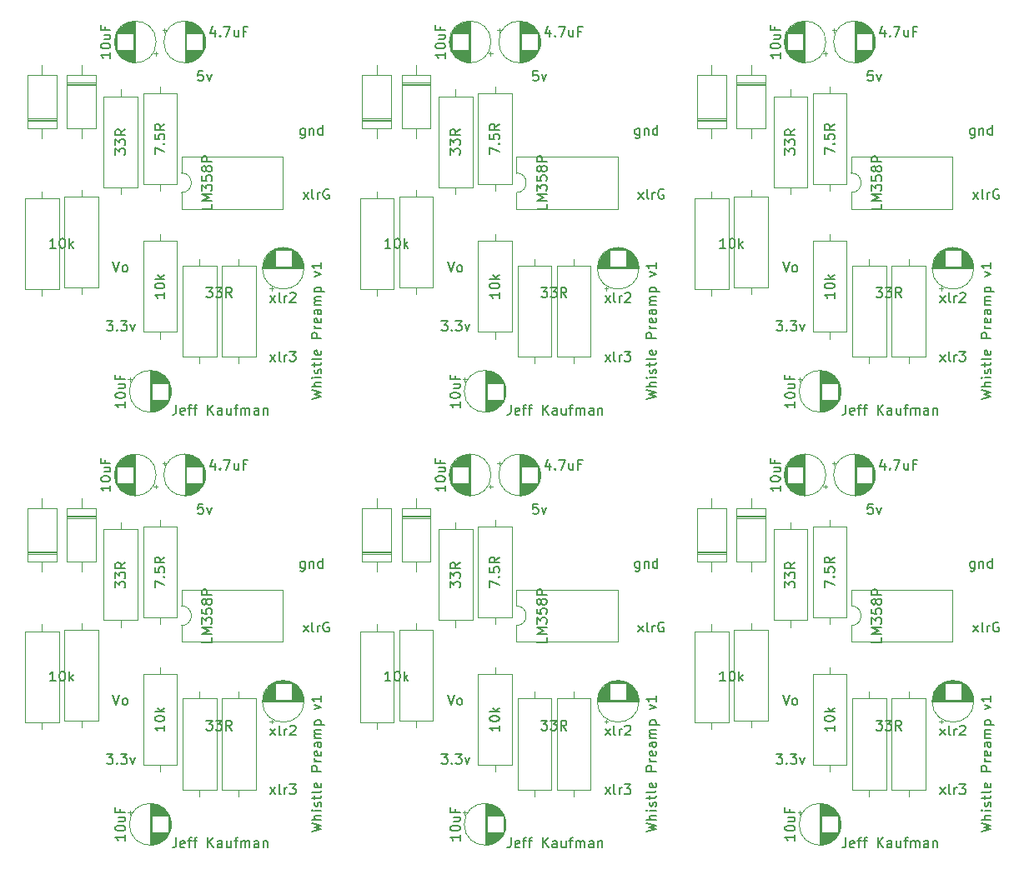
<source format=gbr>
%TF.GenerationSoftware,KiCad,Pcbnew,8.0.1*%
%TF.CreationDate,2024-05-08T16:13:39-04:00*%
%TF.ProjectId,whistle-synth,77686973-746c-4652-9d73-796e74682e6b,rev?*%
%TF.SameCoordinates,Original*%
%TF.FileFunction,Legend,Top*%
%TF.FilePolarity,Positive*%
%FSLAX46Y46*%
G04 Gerber Fmt 4.6, Leading zero omitted, Abs format (unit mm)*
G04 Created by KiCad (PCBNEW 8.0.1) date 2024-05-08 16:13:39*
%MOMM*%
%LPD*%
G01*
G04 APERTURE LIST*
%ADD10C,0.150000*%
%ADD11C,0.120000*%
G04 APERTURE END LIST*
D10*
X233622493Y-85369819D02*
X233622493Y-86084104D01*
X233622493Y-86084104D02*
X233574874Y-86226961D01*
X233574874Y-86226961D02*
X233479636Y-86322200D01*
X233479636Y-86322200D02*
X233336779Y-86369819D01*
X233336779Y-86369819D02*
X233241541Y-86369819D01*
X234479636Y-86322200D02*
X234384398Y-86369819D01*
X234384398Y-86369819D02*
X234193922Y-86369819D01*
X234193922Y-86369819D02*
X234098684Y-86322200D01*
X234098684Y-86322200D02*
X234051065Y-86226961D01*
X234051065Y-86226961D02*
X234051065Y-85846009D01*
X234051065Y-85846009D02*
X234098684Y-85750771D01*
X234098684Y-85750771D02*
X234193922Y-85703152D01*
X234193922Y-85703152D02*
X234384398Y-85703152D01*
X234384398Y-85703152D02*
X234479636Y-85750771D01*
X234479636Y-85750771D02*
X234527255Y-85846009D01*
X234527255Y-85846009D02*
X234527255Y-85941247D01*
X234527255Y-85941247D02*
X234051065Y-86036485D01*
X234812970Y-85703152D02*
X235193922Y-85703152D01*
X234955827Y-86369819D02*
X234955827Y-85512676D01*
X234955827Y-85512676D02*
X235003446Y-85417438D01*
X235003446Y-85417438D02*
X235098684Y-85369819D01*
X235098684Y-85369819D02*
X235193922Y-85369819D01*
X235384399Y-85703152D02*
X235765351Y-85703152D01*
X235527256Y-86369819D02*
X235527256Y-85512676D01*
X235527256Y-85512676D02*
X235574875Y-85417438D01*
X235574875Y-85417438D02*
X235670113Y-85369819D01*
X235670113Y-85369819D02*
X235765351Y-85369819D01*
X236860590Y-86369819D02*
X236860590Y-85369819D01*
X237432018Y-86369819D02*
X237003447Y-85798390D01*
X237432018Y-85369819D02*
X236860590Y-85941247D01*
X238289161Y-86369819D02*
X238289161Y-85846009D01*
X238289161Y-85846009D02*
X238241542Y-85750771D01*
X238241542Y-85750771D02*
X238146304Y-85703152D01*
X238146304Y-85703152D02*
X237955828Y-85703152D01*
X237955828Y-85703152D02*
X237860590Y-85750771D01*
X238289161Y-86322200D02*
X238193923Y-86369819D01*
X238193923Y-86369819D02*
X237955828Y-86369819D01*
X237955828Y-86369819D02*
X237860590Y-86322200D01*
X237860590Y-86322200D02*
X237812971Y-86226961D01*
X237812971Y-86226961D02*
X237812971Y-86131723D01*
X237812971Y-86131723D02*
X237860590Y-86036485D01*
X237860590Y-86036485D02*
X237955828Y-85988866D01*
X237955828Y-85988866D02*
X238193923Y-85988866D01*
X238193923Y-85988866D02*
X238289161Y-85941247D01*
X239193923Y-85703152D02*
X239193923Y-86369819D01*
X238765352Y-85703152D02*
X238765352Y-86226961D01*
X238765352Y-86226961D02*
X238812971Y-86322200D01*
X238812971Y-86322200D02*
X238908209Y-86369819D01*
X238908209Y-86369819D02*
X239051066Y-86369819D01*
X239051066Y-86369819D02*
X239146304Y-86322200D01*
X239146304Y-86322200D02*
X239193923Y-86274580D01*
X239527257Y-85703152D02*
X239908209Y-85703152D01*
X239670114Y-86369819D02*
X239670114Y-85512676D01*
X239670114Y-85512676D02*
X239717733Y-85417438D01*
X239717733Y-85417438D02*
X239812971Y-85369819D01*
X239812971Y-85369819D02*
X239908209Y-85369819D01*
X240241543Y-86369819D02*
X240241543Y-85703152D01*
X240241543Y-85798390D02*
X240289162Y-85750771D01*
X240289162Y-85750771D02*
X240384400Y-85703152D01*
X240384400Y-85703152D02*
X240527257Y-85703152D01*
X240527257Y-85703152D02*
X240622495Y-85750771D01*
X240622495Y-85750771D02*
X240670114Y-85846009D01*
X240670114Y-85846009D02*
X240670114Y-86369819D01*
X240670114Y-85846009D02*
X240717733Y-85750771D01*
X240717733Y-85750771D02*
X240812971Y-85703152D01*
X240812971Y-85703152D02*
X240955828Y-85703152D01*
X240955828Y-85703152D02*
X241051067Y-85750771D01*
X241051067Y-85750771D02*
X241098686Y-85846009D01*
X241098686Y-85846009D02*
X241098686Y-86369819D01*
X242003447Y-86369819D02*
X242003447Y-85846009D01*
X242003447Y-85846009D02*
X241955828Y-85750771D01*
X241955828Y-85750771D02*
X241860590Y-85703152D01*
X241860590Y-85703152D02*
X241670114Y-85703152D01*
X241670114Y-85703152D02*
X241574876Y-85750771D01*
X242003447Y-86322200D02*
X241908209Y-86369819D01*
X241908209Y-86369819D02*
X241670114Y-86369819D01*
X241670114Y-86369819D02*
X241574876Y-86322200D01*
X241574876Y-86322200D02*
X241527257Y-86226961D01*
X241527257Y-86226961D02*
X241527257Y-86131723D01*
X241527257Y-86131723D02*
X241574876Y-86036485D01*
X241574876Y-86036485D02*
X241670114Y-85988866D01*
X241670114Y-85988866D02*
X241908209Y-85988866D01*
X241908209Y-85988866D02*
X242003447Y-85941247D01*
X242479638Y-85703152D02*
X242479638Y-86369819D01*
X242479638Y-85798390D02*
X242527257Y-85750771D01*
X242527257Y-85750771D02*
X242622495Y-85703152D01*
X242622495Y-85703152D02*
X242765352Y-85703152D01*
X242765352Y-85703152D02*
X242860590Y-85750771D01*
X242860590Y-85750771D02*
X242908209Y-85846009D01*
X242908209Y-85846009D02*
X242908209Y-86369819D01*
X247369819Y-84758458D02*
X248369819Y-84520363D01*
X248369819Y-84520363D02*
X247655533Y-84329887D01*
X247655533Y-84329887D02*
X248369819Y-84139411D01*
X248369819Y-84139411D02*
X247369819Y-83901316D01*
X248369819Y-83520363D02*
X247369819Y-83520363D01*
X248369819Y-83091792D02*
X247846009Y-83091792D01*
X247846009Y-83091792D02*
X247750771Y-83139411D01*
X247750771Y-83139411D02*
X247703152Y-83234649D01*
X247703152Y-83234649D02*
X247703152Y-83377506D01*
X247703152Y-83377506D02*
X247750771Y-83472744D01*
X247750771Y-83472744D02*
X247798390Y-83520363D01*
X248369819Y-82615601D02*
X247703152Y-82615601D01*
X247369819Y-82615601D02*
X247417438Y-82663220D01*
X247417438Y-82663220D02*
X247465057Y-82615601D01*
X247465057Y-82615601D02*
X247417438Y-82567982D01*
X247417438Y-82567982D02*
X247369819Y-82615601D01*
X247369819Y-82615601D02*
X247465057Y-82615601D01*
X248322200Y-82187030D02*
X248369819Y-82091792D01*
X248369819Y-82091792D02*
X248369819Y-81901316D01*
X248369819Y-81901316D02*
X248322200Y-81806078D01*
X248322200Y-81806078D02*
X248226961Y-81758459D01*
X248226961Y-81758459D02*
X248179342Y-81758459D01*
X248179342Y-81758459D02*
X248084104Y-81806078D01*
X248084104Y-81806078D02*
X248036485Y-81901316D01*
X248036485Y-81901316D02*
X248036485Y-82044173D01*
X248036485Y-82044173D02*
X247988866Y-82139411D01*
X247988866Y-82139411D02*
X247893628Y-82187030D01*
X247893628Y-82187030D02*
X247846009Y-82187030D01*
X247846009Y-82187030D02*
X247750771Y-82139411D01*
X247750771Y-82139411D02*
X247703152Y-82044173D01*
X247703152Y-82044173D02*
X247703152Y-81901316D01*
X247703152Y-81901316D02*
X247750771Y-81806078D01*
X247703152Y-81472744D02*
X247703152Y-81091792D01*
X247369819Y-81329887D02*
X248226961Y-81329887D01*
X248226961Y-81329887D02*
X248322200Y-81282268D01*
X248322200Y-81282268D02*
X248369819Y-81187030D01*
X248369819Y-81187030D02*
X248369819Y-81091792D01*
X248369819Y-80615601D02*
X248322200Y-80710839D01*
X248322200Y-80710839D02*
X248226961Y-80758458D01*
X248226961Y-80758458D02*
X247369819Y-80758458D01*
X248322200Y-79853696D02*
X248369819Y-79948934D01*
X248369819Y-79948934D02*
X248369819Y-80139410D01*
X248369819Y-80139410D02*
X248322200Y-80234648D01*
X248322200Y-80234648D02*
X248226961Y-80282267D01*
X248226961Y-80282267D02*
X247846009Y-80282267D01*
X247846009Y-80282267D02*
X247750771Y-80234648D01*
X247750771Y-80234648D02*
X247703152Y-80139410D01*
X247703152Y-80139410D02*
X247703152Y-79948934D01*
X247703152Y-79948934D02*
X247750771Y-79853696D01*
X247750771Y-79853696D02*
X247846009Y-79806077D01*
X247846009Y-79806077D02*
X247941247Y-79806077D01*
X247941247Y-79806077D02*
X248036485Y-80282267D01*
X248369819Y-78615600D02*
X247369819Y-78615600D01*
X247369819Y-78615600D02*
X247369819Y-78234648D01*
X247369819Y-78234648D02*
X247417438Y-78139410D01*
X247417438Y-78139410D02*
X247465057Y-78091791D01*
X247465057Y-78091791D02*
X247560295Y-78044172D01*
X247560295Y-78044172D02*
X247703152Y-78044172D01*
X247703152Y-78044172D02*
X247798390Y-78091791D01*
X247798390Y-78091791D02*
X247846009Y-78139410D01*
X247846009Y-78139410D02*
X247893628Y-78234648D01*
X247893628Y-78234648D02*
X247893628Y-78615600D01*
X248369819Y-77615600D02*
X247703152Y-77615600D01*
X247893628Y-77615600D02*
X247798390Y-77567981D01*
X247798390Y-77567981D02*
X247750771Y-77520362D01*
X247750771Y-77520362D02*
X247703152Y-77425124D01*
X247703152Y-77425124D02*
X247703152Y-77329886D01*
X248322200Y-76615600D02*
X248369819Y-76710838D01*
X248369819Y-76710838D02*
X248369819Y-76901314D01*
X248369819Y-76901314D02*
X248322200Y-76996552D01*
X248322200Y-76996552D02*
X248226961Y-77044171D01*
X248226961Y-77044171D02*
X247846009Y-77044171D01*
X247846009Y-77044171D02*
X247750771Y-76996552D01*
X247750771Y-76996552D02*
X247703152Y-76901314D01*
X247703152Y-76901314D02*
X247703152Y-76710838D01*
X247703152Y-76710838D02*
X247750771Y-76615600D01*
X247750771Y-76615600D02*
X247846009Y-76567981D01*
X247846009Y-76567981D02*
X247941247Y-76567981D01*
X247941247Y-76567981D02*
X248036485Y-77044171D01*
X248369819Y-75710838D02*
X247846009Y-75710838D01*
X247846009Y-75710838D02*
X247750771Y-75758457D01*
X247750771Y-75758457D02*
X247703152Y-75853695D01*
X247703152Y-75853695D02*
X247703152Y-76044171D01*
X247703152Y-76044171D02*
X247750771Y-76139409D01*
X248322200Y-75710838D02*
X248369819Y-75806076D01*
X248369819Y-75806076D02*
X248369819Y-76044171D01*
X248369819Y-76044171D02*
X248322200Y-76139409D01*
X248322200Y-76139409D02*
X248226961Y-76187028D01*
X248226961Y-76187028D02*
X248131723Y-76187028D01*
X248131723Y-76187028D02*
X248036485Y-76139409D01*
X248036485Y-76139409D02*
X247988866Y-76044171D01*
X247988866Y-76044171D02*
X247988866Y-75806076D01*
X247988866Y-75806076D02*
X247941247Y-75710838D01*
X248369819Y-75234647D02*
X247703152Y-75234647D01*
X247798390Y-75234647D02*
X247750771Y-75187028D01*
X247750771Y-75187028D02*
X247703152Y-75091790D01*
X247703152Y-75091790D02*
X247703152Y-74948933D01*
X247703152Y-74948933D02*
X247750771Y-74853695D01*
X247750771Y-74853695D02*
X247846009Y-74806076D01*
X247846009Y-74806076D02*
X248369819Y-74806076D01*
X247846009Y-74806076D02*
X247750771Y-74758457D01*
X247750771Y-74758457D02*
X247703152Y-74663219D01*
X247703152Y-74663219D02*
X247703152Y-74520362D01*
X247703152Y-74520362D02*
X247750771Y-74425123D01*
X247750771Y-74425123D02*
X247846009Y-74377504D01*
X247846009Y-74377504D02*
X248369819Y-74377504D01*
X247703152Y-73901314D02*
X248703152Y-73901314D01*
X247750771Y-73901314D02*
X247703152Y-73806076D01*
X247703152Y-73806076D02*
X247703152Y-73615600D01*
X247703152Y-73615600D02*
X247750771Y-73520362D01*
X247750771Y-73520362D02*
X247798390Y-73472743D01*
X247798390Y-73472743D02*
X247893628Y-73425124D01*
X247893628Y-73425124D02*
X248179342Y-73425124D01*
X248179342Y-73425124D02*
X248274580Y-73472743D01*
X248274580Y-73472743D02*
X248322200Y-73520362D01*
X248322200Y-73520362D02*
X248369819Y-73615600D01*
X248369819Y-73615600D02*
X248369819Y-73806076D01*
X248369819Y-73806076D02*
X248322200Y-73901314D01*
X247703152Y-72329885D02*
X248369819Y-72091790D01*
X248369819Y-72091790D02*
X247703152Y-71853695D01*
X248369819Y-70948933D02*
X248369819Y-71520361D01*
X248369819Y-71234647D02*
X247369819Y-71234647D01*
X247369819Y-71234647D02*
X247512676Y-71329885D01*
X247512676Y-71329885D02*
X247607914Y-71425123D01*
X247607914Y-71425123D02*
X247655533Y-71520361D01*
X199622493Y-85369819D02*
X199622493Y-86084104D01*
X199622493Y-86084104D02*
X199574874Y-86226961D01*
X199574874Y-86226961D02*
X199479636Y-86322200D01*
X199479636Y-86322200D02*
X199336779Y-86369819D01*
X199336779Y-86369819D02*
X199241541Y-86369819D01*
X200479636Y-86322200D02*
X200384398Y-86369819D01*
X200384398Y-86369819D02*
X200193922Y-86369819D01*
X200193922Y-86369819D02*
X200098684Y-86322200D01*
X200098684Y-86322200D02*
X200051065Y-86226961D01*
X200051065Y-86226961D02*
X200051065Y-85846009D01*
X200051065Y-85846009D02*
X200098684Y-85750771D01*
X200098684Y-85750771D02*
X200193922Y-85703152D01*
X200193922Y-85703152D02*
X200384398Y-85703152D01*
X200384398Y-85703152D02*
X200479636Y-85750771D01*
X200479636Y-85750771D02*
X200527255Y-85846009D01*
X200527255Y-85846009D02*
X200527255Y-85941247D01*
X200527255Y-85941247D02*
X200051065Y-86036485D01*
X200812970Y-85703152D02*
X201193922Y-85703152D01*
X200955827Y-86369819D02*
X200955827Y-85512676D01*
X200955827Y-85512676D02*
X201003446Y-85417438D01*
X201003446Y-85417438D02*
X201098684Y-85369819D01*
X201098684Y-85369819D02*
X201193922Y-85369819D01*
X201384399Y-85703152D02*
X201765351Y-85703152D01*
X201527256Y-86369819D02*
X201527256Y-85512676D01*
X201527256Y-85512676D02*
X201574875Y-85417438D01*
X201574875Y-85417438D02*
X201670113Y-85369819D01*
X201670113Y-85369819D02*
X201765351Y-85369819D01*
X202860590Y-86369819D02*
X202860590Y-85369819D01*
X203432018Y-86369819D02*
X203003447Y-85798390D01*
X203432018Y-85369819D02*
X202860590Y-85941247D01*
X204289161Y-86369819D02*
X204289161Y-85846009D01*
X204289161Y-85846009D02*
X204241542Y-85750771D01*
X204241542Y-85750771D02*
X204146304Y-85703152D01*
X204146304Y-85703152D02*
X203955828Y-85703152D01*
X203955828Y-85703152D02*
X203860590Y-85750771D01*
X204289161Y-86322200D02*
X204193923Y-86369819D01*
X204193923Y-86369819D02*
X203955828Y-86369819D01*
X203955828Y-86369819D02*
X203860590Y-86322200D01*
X203860590Y-86322200D02*
X203812971Y-86226961D01*
X203812971Y-86226961D02*
X203812971Y-86131723D01*
X203812971Y-86131723D02*
X203860590Y-86036485D01*
X203860590Y-86036485D02*
X203955828Y-85988866D01*
X203955828Y-85988866D02*
X204193923Y-85988866D01*
X204193923Y-85988866D02*
X204289161Y-85941247D01*
X205193923Y-85703152D02*
X205193923Y-86369819D01*
X204765352Y-85703152D02*
X204765352Y-86226961D01*
X204765352Y-86226961D02*
X204812971Y-86322200D01*
X204812971Y-86322200D02*
X204908209Y-86369819D01*
X204908209Y-86369819D02*
X205051066Y-86369819D01*
X205051066Y-86369819D02*
X205146304Y-86322200D01*
X205146304Y-86322200D02*
X205193923Y-86274580D01*
X205527257Y-85703152D02*
X205908209Y-85703152D01*
X205670114Y-86369819D02*
X205670114Y-85512676D01*
X205670114Y-85512676D02*
X205717733Y-85417438D01*
X205717733Y-85417438D02*
X205812971Y-85369819D01*
X205812971Y-85369819D02*
X205908209Y-85369819D01*
X206241543Y-86369819D02*
X206241543Y-85703152D01*
X206241543Y-85798390D02*
X206289162Y-85750771D01*
X206289162Y-85750771D02*
X206384400Y-85703152D01*
X206384400Y-85703152D02*
X206527257Y-85703152D01*
X206527257Y-85703152D02*
X206622495Y-85750771D01*
X206622495Y-85750771D02*
X206670114Y-85846009D01*
X206670114Y-85846009D02*
X206670114Y-86369819D01*
X206670114Y-85846009D02*
X206717733Y-85750771D01*
X206717733Y-85750771D02*
X206812971Y-85703152D01*
X206812971Y-85703152D02*
X206955828Y-85703152D01*
X206955828Y-85703152D02*
X207051067Y-85750771D01*
X207051067Y-85750771D02*
X207098686Y-85846009D01*
X207098686Y-85846009D02*
X207098686Y-86369819D01*
X208003447Y-86369819D02*
X208003447Y-85846009D01*
X208003447Y-85846009D02*
X207955828Y-85750771D01*
X207955828Y-85750771D02*
X207860590Y-85703152D01*
X207860590Y-85703152D02*
X207670114Y-85703152D01*
X207670114Y-85703152D02*
X207574876Y-85750771D01*
X208003447Y-86322200D02*
X207908209Y-86369819D01*
X207908209Y-86369819D02*
X207670114Y-86369819D01*
X207670114Y-86369819D02*
X207574876Y-86322200D01*
X207574876Y-86322200D02*
X207527257Y-86226961D01*
X207527257Y-86226961D02*
X207527257Y-86131723D01*
X207527257Y-86131723D02*
X207574876Y-86036485D01*
X207574876Y-86036485D02*
X207670114Y-85988866D01*
X207670114Y-85988866D02*
X207908209Y-85988866D01*
X207908209Y-85988866D02*
X208003447Y-85941247D01*
X208479638Y-85703152D02*
X208479638Y-86369819D01*
X208479638Y-85798390D02*
X208527257Y-85750771D01*
X208527257Y-85750771D02*
X208622495Y-85703152D01*
X208622495Y-85703152D02*
X208765352Y-85703152D01*
X208765352Y-85703152D02*
X208860590Y-85750771D01*
X208860590Y-85750771D02*
X208908209Y-85846009D01*
X208908209Y-85846009D02*
X208908209Y-86369819D01*
X213369819Y-84758458D02*
X214369819Y-84520363D01*
X214369819Y-84520363D02*
X213655533Y-84329887D01*
X213655533Y-84329887D02*
X214369819Y-84139411D01*
X214369819Y-84139411D02*
X213369819Y-83901316D01*
X214369819Y-83520363D02*
X213369819Y-83520363D01*
X214369819Y-83091792D02*
X213846009Y-83091792D01*
X213846009Y-83091792D02*
X213750771Y-83139411D01*
X213750771Y-83139411D02*
X213703152Y-83234649D01*
X213703152Y-83234649D02*
X213703152Y-83377506D01*
X213703152Y-83377506D02*
X213750771Y-83472744D01*
X213750771Y-83472744D02*
X213798390Y-83520363D01*
X214369819Y-82615601D02*
X213703152Y-82615601D01*
X213369819Y-82615601D02*
X213417438Y-82663220D01*
X213417438Y-82663220D02*
X213465057Y-82615601D01*
X213465057Y-82615601D02*
X213417438Y-82567982D01*
X213417438Y-82567982D02*
X213369819Y-82615601D01*
X213369819Y-82615601D02*
X213465057Y-82615601D01*
X214322200Y-82187030D02*
X214369819Y-82091792D01*
X214369819Y-82091792D02*
X214369819Y-81901316D01*
X214369819Y-81901316D02*
X214322200Y-81806078D01*
X214322200Y-81806078D02*
X214226961Y-81758459D01*
X214226961Y-81758459D02*
X214179342Y-81758459D01*
X214179342Y-81758459D02*
X214084104Y-81806078D01*
X214084104Y-81806078D02*
X214036485Y-81901316D01*
X214036485Y-81901316D02*
X214036485Y-82044173D01*
X214036485Y-82044173D02*
X213988866Y-82139411D01*
X213988866Y-82139411D02*
X213893628Y-82187030D01*
X213893628Y-82187030D02*
X213846009Y-82187030D01*
X213846009Y-82187030D02*
X213750771Y-82139411D01*
X213750771Y-82139411D02*
X213703152Y-82044173D01*
X213703152Y-82044173D02*
X213703152Y-81901316D01*
X213703152Y-81901316D02*
X213750771Y-81806078D01*
X213703152Y-81472744D02*
X213703152Y-81091792D01*
X213369819Y-81329887D02*
X214226961Y-81329887D01*
X214226961Y-81329887D02*
X214322200Y-81282268D01*
X214322200Y-81282268D02*
X214369819Y-81187030D01*
X214369819Y-81187030D02*
X214369819Y-81091792D01*
X214369819Y-80615601D02*
X214322200Y-80710839D01*
X214322200Y-80710839D02*
X214226961Y-80758458D01*
X214226961Y-80758458D02*
X213369819Y-80758458D01*
X214322200Y-79853696D02*
X214369819Y-79948934D01*
X214369819Y-79948934D02*
X214369819Y-80139410D01*
X214369819Y-80139410D02*
X214322200Y-80234648D01*
X214322200Y-80234648D02*
X214226961Y-80282267D01*
X214226961Y-80282267D02*
X213846009Y-80282267D01*
X213846009Y-80282267D02*
X213750771Y-80234648D01*
X213750771Y-80234648D02*
X213703152Y-80139410D01*
X213703152Y-80139410D02*
X213703152Y-79948934D01*
X213703152Y-79948934D02*
X213750771Y-79853696D01*
X213750771Y-79853696D02*
X213846009Y-79806077D01*
X213846009Y-79806077D02*
X213941247Y-79806077D01*
X213941247Y-79806077D02*
X214036485Y-80282267D01*
X214369819Y-78615600D02*
X213369819Y-78615600D01*
X213369819Y-78615600D02*
X213369819Y-78234648D01*
X213369819Y-78234648D02*
X213417438Y-78139410D01*
X213417438Y-78139410D02*
X213465057Y-78091791D01*
X213465057Y-78091791D02*
X213560295Y-78044172D01*
X213560295Y-78044172D02*
X213703152Y-78044172D01*
X213703152Y-78044172D02*
X213798390Y-78091791D01*
X213798390Y-78091791D02*
X213846009Y-78139410D01*
X213846009Y-78139410D02*
X213893628Y-78234648D01*
X213893628Y-78234648D02*
X213893628Y-78615600D01*
X214369819Y-77615600D02*
X213703152Y-77615600D01*
X213893628Y-77615600D02*
X213798390Y-77567981D01*
X213798390Y-77567981D02*
X213750771Y-77520362D01*
X213750771Y-77520362D02*
X213703152Y-77425124D01*
X213703152Y-77425124D02*
X213703152Y-77329886D01*
X214322200Y-76615600D02*
X214369819Y-76710838D01*
X214369819Y-76710838D02*
X214369819Y-76901314D01*
X214369819Y-76901314D02*
X214322200Y-76996552D01*
X214322200Y-76996552D02*
X214226961Y-77044171D01*
X214226961Y-77044171D02*
X213846009Y-77044171D01*
X213846009Y-77044171D02*
X213750771Y-76996552D01*
X213750771Y-76996552D02*
X213703152Y-76901314D01*
X213703152Y-76901314D02*
X213703152Y-76710838D01*
X213703152Y-76710838D02*
X213750771Y-76615600D01*
X213750771Y-76615600D02*
X213846009Y-76567981D01*
X213846009Y-76567981D02*
X213941247Y-76567981D01*
X213941247Y-76567981D02*
X214036485Y-77044171D01*
X214369819Y-75710838D02*
X213846009Y-75710838D01*
X213846009Y-75710838D02*
X213750771Y-75758457D01*
X213750771Y-75758457D02*
X213703152Y-75853695D01*
X213703152Y-75853695D02*
X213703152Y-76044171D01*
X213703152Y-76044171D02*
X213750771Y-76139409D01*
X214322200Y-75710838D02*
X214369819Y-75806076D01*
X214369819Y-75806076D02*
X214369819Y-76044171D01*
X214369819Y-76044171D02*
X214322200Y-76139409D01*
X214322200Y-76139409D02*
X214226961Y-76187028D01*
X214226961Y-76187028D02*
X214131723Y-76187028D01*
X214131723Y-76187028D02*
X214036485Y-76139409D01*
X214036485Y-76139409D02*
X213988866Y-76044171D01*
X213988866Y-76044171D02*
X213988866Y-75806076D01*
X213988866Y-75806076D02*
X213941247Y-75710838D01*
X214369819Y-75234647D02*
X213703152Y-75234647D01*
X213798390Y-75234647D02*
X213750771Y-75187028D01*
X213750771Y-75187028D02*
X213703152Y-75091790D01*
X213703152Y-75091790D02*
X213703152Y-74948933D01*
X213703152Y-74948933D02*
X213750771Y-74853695D01*
X213750771Y-74853695D02*
X213846009Y-74806076D01*
X213846009Y-74806076D02*
X214369819Y-74806076D01*
X213846009Y-74806076D02*
X213750771Y-74758457D01*
X213750771Y-74758457D02*
X213703152Y-74663219D01*
X213703152Y-74663219D02*
X213703152Y-74520362D01*
X213703152Y-74520362D02*
X213750771Y-74425123D01*
X213750771Y-74425123D02*
X213846009Y-74377504D01*
X213846009Y-74377504D02*
X214369819Y-74377504D01*
X213703152Y-73901314D02*
X214703152Y-73901314D01*
X213750771Y-73901314D02*
X213703152Y-73806076D01*
X213703152Y-73806076D02*
X213703152Y-73615600D01*
X213703152Y-73615600D02*
X213750771Y-73520362D01*
X213750771Y-73520362D02*
X213798390Y-73472743D01*
X213798390Y-73472743D02*
X213893628Y-73425124D01*
X213893628Y-73425124D02*
X214179342Y-73425124D01*
X214179342Y-73425124D02*
X214274580Y-73472743D01*
X214274580Y-73472743D02*
X214322200Y-73520362D01*
X214322200Y-73520362D02*
X214369819Y-73615600D01*
X214369819Y-73615600D02*
X214369819Y-73806076D01*
X214369819Y-73806076D02*
X214322200Y-73901314D01*
X213703152Y-72329885D02*
X214369819Y-72091790D01*
X214369819Y-72091790D02*
X213703152Y-71853695D01*
X214369819Y-70948933D02*
X214369819Y-71520361D01*
X214369819Y-71234647D02*
X213369819Y-71234647D01*
X213369819Y-71234647D02*
X213512676Y-71329885D01*
X213512676Y-71329885D02*
X213607914Y-71425123D01*
X213607914Y-71425123D02*
X213655533Y-71520361D01*
X165622493Y-85369819D02*
X165622493Y-86084104D01*
X165622493Y-86084104D02*
X165574874Y-86226961D01*
X165574874Y-86226961D02*
X165479636Y-86322200D01*
X165479636Y-86322200D02*
X165336779Y-86369819D01*
X165336779Y-86369819D02*
X165241541Y-86369819D01*
X166479636Y-86322200D02*
X166384398Y-86369819D01*
X166384398Y-86369819D02*
X166193922Y-86369819D01*
X166193922Y-86369819D02*
X166098684Y-86322200D01*
X166098684Y-86322200D02*
X166051065Y-86226961D01*
X166051065Y-86226961D02*
X166051065Y-85846009D01*
X166051065Y-85846009D02*
X166098684Y-85750771D01*
X166098684Y-85750771D02*
X166193922Y-85703152D01*
X166193922Y-85703152D02*
X166384398Y-85703152D01*
X166384398Y-85703152D02*
X166479636Y-85750771D01*
X166479636Y-85750771D02*
X166527255Y-85846009D01*
X166527255Y-85846009D02*
X166527255Y-85941247D01*
X166527255Y-85941247D02*
X166051065Y-86036485D01*
X166812970Y-85703152D02*
X167193922Y-85703152D01*
X166955827Y-86369819D02*
X166955827Y-85512676D01*
X166955827Y-85512676D02*
X167003446Y-85417438D01*
X167003446Y-85417438D02*
X167098684Y-85369819D01*
X167098684Y-85369819D02*
X167193922Y-85369819D01*
X167384399Y-85703152D02*
X167765351Y-85703152D01*
X167527256Y-86369819D02*
X167527256Y-85512676D01*
X167527256Y-85512676D02*
X167574875Y-85417438D01*
X167574875Y-85417438D02*
X167670113Y-85369819D01*
X167670113Y-85369819D02*
X167765351Y-85369819D01*
X168860590Y-86369819D02*
X168860590Y-85369819D01*
X169432018Y-86369819D02*
X169003447Y-85798390D01*
X169432018Y-85369819D02*
X168860590Y-85941247D01*
X170289161Y-86369819D02*
X170289161Y-85846009D01*
X170289161Y-85846009D02*
X170241542Y-85750771D01*
X170241542Y-85750771D02*
X170146304Y-85703152D01*
X170146304Y-85703152D02*
X169955828Y-85703152D01*
X169955828Y-85703152D02*
X169860590Y-85750771D01*
X170289161Y-86322200D02*
X170193923Y-86369819D01*
X170193923Y-86369819D02*
X169955828Y-86369819D01*
X169955828Y-86369819D02*
X169860590Y-86322200D01*
X169860590Y-86322200D02*
X169812971Y-86226961D01*
X169812971Y-86226961D02*
X169812971Y-86131723D01*
X169812971Y-86131723D02*
X169860590Y-86036485D01*
X169860590Y-86036485D02*
X169955828Y-85988866D01*
X169955828Y-85988866D02*
X170193923Y-85988866D01*
X170193923Y-85988866D02*
X170289161Y-85941247D01*
X171193923Y-85703152D02*
X171193923Y-86369819D01*
X170765352Y-85703152D02*
X170765352Y-86226961D01*
X170765352Y-86226961D02*
X170812971Y-86322200D01*
X170812971Y-86322200D02*
X170908209Y-86369819D01*
X170908209Y-86369819D02*
X171051066Y-86369819D01*
X171051066Y-86369819D02*
X171146304Y-86322200D01*
X171146304Y-86322200D02*
X171193923Y-86274580D01*
X171527257Y-85703152D02*
X171908209Y-85703152D01*
X171670114Y-86369819D02*
X171670114Y-85512676D01*
X171670114Y-85512676D02*
X171717733Y-85417438D01*
X171717733Y-85417438D02*
X171812971Y-85369819D01*
X171812971Y-85369819D02*
X171908209Y-85369819D01*
X172241543Y-86369819D02*
X172241543Y-85703152D01*
X172241543Y-85798390D02*
X172289162Y-85750771D01*
X172289162Y-85750771D02*
X172384400Y-85703152D01*
X172384400Y-85703152D02*
X172527257Y-85703152D01*
X172527257Y-85703152D02*
X172622495Y-85750771D01*
X172622495Y-85750771D02*
X172670114Y-85846009D01*
X172670114Y-85846009D02*
X172670114Y-86369819D01*
X172670114Y-85846009D02*
X172717733Y-85750771D01*
X172717733Y-85750771D02*
X172812971Y-85703152D01*
X172812971Y-85703152D02*
X172955828Y-85703152D01*
X172955828Y-85703152D02*
X173051067Y-85750771D01*
X173051067Y-85750771D02*
X173098686Y-85846009D01*
X173098686Y-85846009D02*
X173098686Y-86369819D01*
X174003447Y-86369819D02*
X174003447Y-85846009D01*
X174003447Y-85846009D02*
X173955828Y-85750771D01*
X173955828Y-85750771D02*
X173860590Y-85703152D01*
X173860590Y-85703152D02*
X173670114Y-85703152D01*
X173670114Y-85703152D02*
X173574876Y-85750771D01*
X174003447Y-86322200D02*
X173908209Y-86369819D01*
X173908209Y-86369819D02*
X173670114Y-86369819D01*
X173670114Y-86369819D02*
X173574876Y-86322200D01*
X173574876Y-86322200D02*
X173527257Y-86226961D01*
X173527257Y-86226961D02*
X173527257Y-86131723D01*
X173527257Y-86131723D02*
X173574876Y-86036485D01*
X173574876Y-86036485D02*
X173670114Y-85988866D01*
X173670114Y-85988866D02*
X173908209Y-85988866D01*
X173908209Y-85988866D02*
X174003447Y-85941247D01*
X174479638Y-85703152D02*
X174479638Y-86369819D01*
X174479638Y-85798390D02*
X174527257Y-85750771D01*
X174527257Y-85750771D02*
X174622495Y-85703152D01*
X174622495Y-85703152D02*
X174765352Y-85703152D01*
X174765352Y-85703152D02*
X174860590Y-85750771D01*
X174860590Y-85750771D02*
X174908209Y-85846009D01*
X174908209Y-85846009D02*
X174908209Y-86369819D01*
X179369819Y-84758458D02*
X180369819Y-84520363D01*
X180369819Y-84520363D02*
X179655533Y-84329887D01*
X179655533Y-84329887D02*
X180369819Y-84139411D01*
X180369819Y-84139411D02*
X179369819Y-83901316D01*
X180369819Y-83520363D02*
X179369819Y-83520363D01*
X180369819Y-83091792D02*
X179846009Y-83091792D01*
X179846009Y-83091792D02*
X179750771Y-83139411D01*
X179750771Y-83139411D02*
X179703152Y-83234649D01*
X179703152Y-83234649D02*
X179703152Y-83377506D01*
X179703152Y-83377506D02*
X179750771Y-83472744D01*
X179750771Y-83472744D02*
X179798390Y-83520363D01*
X180369819Y-82615601D02*
X179703152Y-82615601D01*
X179369819Y-82615601D02*
X179417438Y-82663220D01*
X179417438Y-82663220D02*
X179465057Y-82615601D01*
X179465057Y-82615601D02*
X179417438Y-82567982D01*
X179417438Y-82567982D02*
X179369819Y-82615601D01*
X179369819Y-82615601D02*
X179465057Y-82615601D01*
X180322200Y-82187030D02*
X180369819Y-82091792D01*
X180369819Y-82091792D02*
X180369819Y-81901316D01*
X180369819Y-81901316D02*
X180322200Y-81806078D01*
X180322200Y-81806078D02*
X180226961Y-81758459D01*
X180226961Y-81758459D02*
X180179342Y-81758459D01*
X180179342Y-81758459D02*
X180084104Y-81806078D01*
X180084104Y-81806078D02*
X180036485Y-81901316D01*
X180036485Y-81901316D02*
X180036485Y-82044173D01*
X180036485Y-82044173D02*
X179988866Y-82139411D01*
X179988866Y-82139411D02*
X179893628Y-82187030D01*
X179893628Y-82187030D02*
X179846009Y-82187030D01*
X179846009Y-82187030D02*
X179750771Y-82139411D01*
X179750771Y-82139411D02*
X179703152Y-82044173D01*
X179703152Y-82044173D02*
X179703152Y-81901316D01*
X179703152Y-81901316D02*
X179750771Y-81806078D01*
X179703152Y-81472744D02*
X179703152Y-81091792D01*
X179369819Y-81329887D02*
X180226961Y-81329887D01*
X180226961Y-81329887D02*
X180322200Y-81282268D01*
X180322200Y-81282268D02*
X180369819Y-81187030D01*
X180369819Y-81187030D02*
X180369819Y-81091792D01*
X180369819Y-80615601D02*
X180322200Y-80710839D01*
X180322200Y-80710839D02*
X180226961Y-80758458D01*
X180226961Y-80758458D02*
X179369819Y-80758458D01*
X180322200Y-79853696D02*
X180369819Y-79948934D01*
X180369819Y-79948934D02*
X180369819Y-80139410D01*
X180369819Y-80139410D02*
X180322200Y-80234648D01*
X180322200Y-80234648D02*
X180226961Y-80282267D01*
X180226961Y-80282267D02*
X179846009Y-80282267D01*
X179846009Y-80282267D02*
X179750771Y-80234648D01*
X179750771Y-80234648D02*
X179703152Y-80139410D01*
X179703152Y-80139410D02*
X179703152Y-79948934D01*
X179703152Y-79948934D02*
X179750771Y-79853696D01*
X179750771Y-79853696D02*
X179846009Y-79806077D01*
X179846009Y-79806077D02*
X179941247Y-79806077D01*
X179941247Y-79806077D02*
X180036485Y-80282267D01*
X180369819Y-78615600D02*
X179369819Y-78615600D01*
X179369819Y-78615600D02*
X179369819Y-78234648D01*
X179369819Y-78234648D02*
X179417438Y-78139410D01*
X179417438Y-78139410D02*
X179465057Y-78091791D01*
X179465057Y-78091791D02*
X179560295Y-78044172D01*
X179560295Y-78044172D02*
X179703152Y-78044172D01*
X179703152Y-78044172D02*
X179798390Y-78091791D01*
X179798390Y-78091791D02*
X179846009Y-78139410D01*
X179846009Y-78139410D02*
X179893628Y-78234648D01*
X179893628Y-78234648D02*
X179893628Y-78615600D01*
X180369819Y-77615600D02*
X179703152Y-77615600D01*
X179893628Y-77615600D02*
X179798390Y-77567981D01*
X179798390Y-77567981D02*
X179750771Y-77520362D01*
X179750771Y-77520362D02*
X179703152Y-77425124D01*
X179703152Y-77425124D02*
X179703152Y-77329886D01*
X180322200Y-76615600D02*
X180369819Y-76710838D01*
X180369819Y-76710838D02*
X180369819Y-76901314D01*
X180369819Y-76901314D02*
X180322200Y-76996552D01*
X180322200Y-76996552D02*
X180226961Y-77044171D01*
X180226961Y-77044171D02*
X179846009Y-77044171D01*
X179846009Y-77044171D02*
X179750771Y-76996552D01*
X179750771Y-76996552D02*
X179703152Y-76901314D01*
X179703152Y-76901314D02*
X179703152Y-76710838D01*
X179703152Y-76710838D02*
X179750771Y-76615600D01*
X179750771Y-76615600D02*
X179846009Y-76567981D01*
X179846009Y-76567981D02*
X179941247Y-76567981D01*
X179941247Y-76567981D02*
X180036485Y-77044171D01*
X180369819Y-75710838D02*
X179846009Y-75710838D01*
X179846009Y-75710838D02*
X179750771Y-75758457D01*
X179750771Y-75758457D02*
X179703152Y-75853695D01*
X179703152Y-75853695D02*
X179703152Y-76044171D01*
X179703152Y-76044171D02*
X179750771Y-76139409D01*
X180322200Y-75710838D02*
X180369819Y-75806076D01*
X180369819Y-75806076D02*
X180369819Y-76044171D01*
X180369819Y-76044171D02*
X180322200Y-76139409D01*
X180322200Y-76139409D02*
X180226961Y-76187028D01*
X180226961Y-76187028D02*
X180131723Y-76187028D01*
X180131723Y-76187028D02*
X180036485Y-76139409D01*
X180036485Y-76139409D02*
X179988866Y-76044171D01*
X179988866Y-76044171D02*
X179988866Y-75806076D01*
X179988866Y-75806076D02*
X179941247Y-75710838D01*
X180369819Y-75234647D02*
X179703152Y-75234647D01*
X179798390Y-75234647D02*
X179750771Y-75187028D01*
X179750771Y-75187028D02*
X179703152Y-75091790D01*
X179703152Y-75091790D02*
X179703152Y-74948933D01*
X179703152Y-74948933D02*
X179750771Y-74853695D01*
X179750771Y-74853695D02*
X179846009Y-74806076D01*
X179846009Y-74806076D02*
X180369819Y-74806076D01*
X179846009Y-74806076D02*
X179750771Y-74758457D01*
X179750771Y-74758457D02*
X179703152Y-74663219D01*
X179703152Y-74663219D02*
X179703152Y-74520362D01*
X179703152Y-74520362D02*
X179750771Y-74425123D01*
X179750771Y-74425123D02*
X179846009Y-74377504D01*
X179846009Y-74377504D02*
X180369819Y-74377504D01*
X179703152Y-73901314D02*
X180703152Y-73901314D01*
X179750771Y-73901314D02*
X179703152Y-73806076D01*
X179703152Y-73806076D02*
X179703152Y-73615600D01*
X179703152Y-73615600D02*
X179750771Y-73520362D01*
X179750771Y-73520362D02*
X179798390Y-73472743D01*
X179798390Y-73472743D02*
X179893628Y-73425124D01*
X179893628Y-73425124D02*
X180179342Y-73425124D01*
X180179342Y-73425124D02*
X180274580Y-73472743D01*
X180274580Y-73472743D02*
X180322200Y-73520362D01*
X180322200Y-73520362D02*
X180369819Y-73615600D01*
X180369819Y-73615600D02*
X180369819Y-73806076D01*
X180369819Y-73806076D02*
X180322200Y-73901314D01*
X179703152Y-72329885D02*
X180369819Y-72091790D01*
X180369819Y-72091790D02*
X179703152Y-71853695D01*
X180369819Y-70948933D02*
X180369819Y-71520361D01*
X180369819Y-71234647D02*
X179369819Y-71234647D01*
X179369819Y-71234647D02*
X179512676Y-71329885D01*
X179512676Y-71329885D02*
X179607914Y-71425123D01*
X179607914Y-71425123D02*
X179655533Y-71520361D01*
X233622493Y-129369819D02*
X233622493Y-130084104D01*
X233622493Y-130084104D02*
X233574874Y-130226961D01*
X233574874Y-130226961D02*
X233479636Y-130322200D01*
X233479636Y-130322200D02*
X233336779Y-130369819D01*
X233336779Y-130369819D02*
X233241541Y-130369819D01*
X234479636Y-130322200D02*
X234384398Y-130369819D01*
X234384398Y-130369819D02*
X234193922Y-130369819D01*
X234193922Y-130369819D02*
X234098684Y-130322200D01*
X234098684Y-130322200D02*
X234051065Y-130226961D01*
X234051065Y-130226961D02*
X234051065Y-129846009D01*
X234051065Y-129846009D02*
X234098684Y-129750771D01*
X234098684Y-129750771D02*
X234193922Y-129703152D01*
X234193922Y-129703152D02*
X234384398Y-129703152D01*
X234384398Y-129703152D02*
X234479636Y-129750771D01*
X234479636Y-129750771D02*
X234527255Y-129846009D01*
X234527255Y-129846009D02*
X234527255Y-129941247D01*
X234527255Y-129941247D02*
X234051065Y-130036485D01*
X234812970Y-129703152D02*
X235193922Y-129703152D01*
X234955827Y-130369819D02*
X234955827Y-129512676D01*
X234955827Y-129512676D02*
X235003446Y-129417438D01*
X235003446Y-129417438D02*
X235098684Y-129369819D01*
X235098684Y-129369819D02*
X235193922Y-129369819D01*
X235384399Y-129703152D02*
X235765351Y-129703152D01*
X235527256Y-130369819D02*
X235527256Y-129512676D01*
X235527256Y-129512676D02*
X235574875Y-129417438D01*
X235574875Y-129417438D02*
X235670113Y-129369819D01*
X235670113Y-129369819D02*
X235765351Y-129369819D01*
X236860590Y-130369819D02*
X236860590Y-129369819D01*
X237432018Y-130369819D02*
X237003447Y-129798390D01*
X237432018Y-129369819D02*
X236860590Y-129941247D01*
X238289161Y-130369819D02*
X238289161Y-129846009D01*
X238289161Y-129846009D02*
X238241542Y-129750771D01*
X238241542Y-129750771D02*
X238146304Y-129703152D01*
X238146304Y-129703152D02*
X237955828Y-129703152D01*
X237955828Y-129703152D02*
X237860590Y-129750771D01*
X238289161Y-130322200D02*
X238193923Y-130369819D01*
X238193923Y-130369819D02*
X237955828Y-130369819D01*
X237955828Y-130369819D02*
X237860590Y-130322200D01*
X237860590Y-130322200D02*
X237812971Y-130226961D01*
X237812971Y-130226961D02*
X237812971Y-130131723D01*
X237812971Y-130131723D02*
X237860590Y-130036485D01*
X237860590Y-130036485D02*
X237955828Y-129988866D01*
X237955828Y-129988866D02*
X238193923Y-129988866D01*
X238193923Y-129988866D02*
X238289161Y-129941247D01*
X239193923Y-129703152D02*
X239193923Y-130369819D01*
X238765352Y-129703152D02*
X238765352Y-130226961D01*
X238765352Y-130226961D02*
X238812971Y-130322200D01*
X238812971Y-130322200D02*
X238908209Y-130369819D01*
X238908209Y-130369819D02*
X239051066Y-130369819D01*
X239051066Y-130369819D02*
X239146304Y-130322200D01*
X239146304Y-130322200D02*
X239193923Y-130274580D01*
X239527257Y-129703152D02*
X239908209Y-129703152D01*
X239670114Y-130369819D02*
X239670114Y-129512676D01*
X239670114Y-129512676D02*
X239717733Y-129417438D01*
X239717733Y-129417438D02*
X239812971Y-129369819D01*
X239812971Y-129369819D02*
X239908209Y-129369819D01*
X240241543Y-130369819D02*
X240241543Y-129703152D01*
X240241543Y-129798390D02*
X240289162Y-129750771D01*
X240289162Y-129750771D02*
X240384400Y-129703152D01*
X240384400Y-129703152D02*
X240527257Y-129703152D01*
X240527257Y-129703152D02*
X240622495Y-129750771D01*
X240622495Y-129750771D02*
X240670114Y-129846009D01*
X240670114Y-129846009D02*
X240670114Y-130369819D01*
X240670114Y-129846009D02*
X240717733Y-129750771D01*
X240717733Y-129750771D02*
X240812971Y-129703152D01*
X240812971Y-129703152D02*
X240955828Y-129703152D01*
X240955828Y-129703152D02*
X241051067Y-129750771D01*
X241051067Y-129750771D02*
X241098686Y-129846009D01*
X241098686Y-129846009D02*
X241098686Y-130369819D01*
X242003447Y-130369819D02*
X242003447Y-129846009D01*
X242003447Y-129846009D02*
X241955828Y-129750771D01*
X241955828Y-129750771D02*
X241860590Y-129703152D01*
X241860590Y-129703152D02*
X241670114Y-129703152D01*
X241670114Y-129703152D02*
X241574876Y-129750771D01*
X242003447Y-130322200D02*
X241908209Y-130369819D01*
X241908209Y-130369819D02*
X241670114Y-130369819D01*
X241670114Y-130369819D02*
X241574876Y-130322200D01*
X241574876Y-130322200D02*
X241527257Y-130226961D01*
X241527257Y-130226961D02*
X241527257Y-130131723D01*
X241527257Y-130131723D02*
X241574876Y-130036485D01*
X241574876Y-130036485D02*
X241670114Y-129988866D01*
X241670114Y-129988866D02*
X241908209Y-129988866D01*
X241908209Y-129988866D02*
X242003447Y-129941247D01*
X242479638Y-129703152D02*
X242479638Y-130369819D01*
X242479638Y-129798390D02*
X242527257Y-129750771D01*
X242527257Y-129750771D02*
X242622495Y-129703152D01*
X242622495Y-129703152D02*
X242765352Y-129703152D01*
X242765352Y-129703152D02*
X242860590Y-129750771D01*
X242860590Y-129750771D02*
X242908209Y-129846009D01*
X242908209Y-129846009D02*
X242908209Y-130369819D01*
X247369819Y-128758458D02*
X248369819Y-128520363D01*
X248369819Y-128520363D02*
X247655533Y-128329887D01*
X247655533Y-128329887D02*
X248369819Y-128139411D01*
X248369819Y-128139411D02*
X247369819Y-127901316D01*
X248369819Y-127520363D02*
X247369819Y-127520363D01*
X248369819Y-127091792D02*
X247846009Y-127091792D01*
X247846009Y-127091792D02*
X247750771Y-127139411D01*
X247750771Y-127139411D02*
X247703152Y-127234649D01*
X247703152Y-127234649D02*
X247703152Y-127377506D01*
X247703152Y-127377506D02*
X247750771Y-127472744D01*
X247750771Y-127472744D02*
X247798390Y-127520363D01*
X248369819Y-126615601D02*
X247703152Y-126615601D01*
X247369819Y-126615601D02*
X247417438Y-126663220D01*
X247417438Y-126663220D02*
X247465057Y-126615601D01*
X247465057Y-126615601D02*
X247417438Y-126567982D01*
X247417438Y-126567982D02*
X247369819Y-126615601D01*
X247369819Y-126615601D02*
X247465057Y-126615601D01*
X248322200Y-126187030D02*
X248369819Y-126091792D01*
X248369819Y-126091792D02*
X248369819Y-125901316D01*
X248369819Y-125901316D02*
X248322200Y-125806078D01*
X248322200Y-125806078D02*
X248226961Y-125758459D01*
X248226961Y-125758459D02*
X248179342Y-125758459D01*
X248179342Y-125758459D02*
X248084104Y-125806078D01*
X248084104Y-125806078D02*
X248036485Y-125901316D01*
X248036485Y-125901316D02*
X248036485Y-126044173D01*
X248036485Y-126044173D02*
X247988866Y-126139411D01*
X247988866Y-126139411D02*
X247893628Y-126187030D01*
X247893628Y-126187030D02*
X247846009Y-126187030D01*
X247846009Y-126187030D02*
X247750771Y-126139411D01*
X247750771Y-126139411D02*
X247703152Y-126044173D01*
X247703152Y-126044173D02*
X247703152Y-125901316D01*
X247703152Y-125901316D02*
X247750771Y-125806078D01*
X247703152Y-125472744D02*
X247703152Y-125091792D01*
X247369819Y-125329887D02*
X248226961Y-125329887D01*
X248226961Y-125329887D02*
X248322200Y-125282268D01*
X248322200Y-125282268D02*
X248369819Y-125187030D01*
X248369819Y-125187030D02*
X248369819Y-125091792D01*
X248369819Y-124615601D02*
X248322200Y-124710839D01*
X248322200Y-124710839D02*
X248226961Y-124758458D01*
X248226961Y-124758458D02*
X247369819Y-124758458D01*
X248322200Y-123853696D02*
X248369819Y-123948934D01*
X248369819Y-123948934D02*
X248369819Y-124139410D01*
X248369819Y-124139410D02*
X248322200Y-124234648D01*
X248322200Y-124234648D02*
X248226961Y-124282267D01*
X248226961Y-124282267D02*
X247846009Y-124282267D01*
X247846009Y-124282267D02*
X247750771Y-124234648D01*
X247750771Y-124234648D02*
X247703152Y-124139410D01*
X247703152Y-124139410D02*
X247703152Y-123948934D01*
X247703152Y-123948934D02*
X247750771Y-123853696D01*
X247750771Y-123853696D02*
X247846009Y-123806077D01*
X247846009Y-123806077D02*
X247941247Y-123806077D01*
X247941247Y-123806077D02*
X248036485Y-124282267D01*
X248369819Y-122615600D02*
X247369819Y-122615600D01*
X247369819Y-122615600D02*
X247369819Y-122234648D01*
X247369819Y-122234648D02*
X247417438Y-122139410D01*
X247417438Y-122139410D02*
X247465057Y-122091791D01*
X247465057Y-122091791D02*
X247560295Y-122044172D01*
X247560295Y-122044172D02*
X247703152Y-122044172D01*
X247703152Y-122044172D02*
X247798390Y-122091791D01*
X247798390Y-122091791D02*
X247846009Y-122139410D01*
X247846009Y-122139410D02*
X247893628Y-122234648D01*
X247893628Y-122234648D02*
X247893628Y-122615600D01*
X248369819Y-121615600D02*
X247703152Y-121615600D01*
X247893628Y-121615600D02*
X247798390Y-121567981D01*
X247798390Y-121567981D02*
X247750771Y-121520362D01*
X247750771Y-121520362D02*
X247703152Y-121425124D01*
X247703152Y-121425124D02*
X247703152Y-121329886D01*
X248322200Y-120615600D02*
X248369819Y-120710838D01*
X248369819Y-120710838D02*
X248369819Y-120901314D01*
X248369819Y-120901314D02*
X248322200Y-120996552D01*
X248322200Y-120996552D02*
X248226961Y-121044171D01*
X248226961Y-121044171D02*
X247846009Y-121044171D01*
X247846009Y-121044171D02*
X247750771Y-120996552D01*
X247750771Y-120996552D02*
X247703152Y-120901314D01*
X247703152Y-120901314D02*
X247703152Y-120710838D01*
X247703152Y-120710838D02*
X247750771Y-120615600D01*
X247750771Y-120615600D02*
X247846009Y-120567981D01*
X247846009Y-120567981D02*
X247941247Y-120567981D01*
X247941247Y-120567981D02*
X248036485Y-121044171D01*
X248369819Y-119710838D02*
X247846009Y-119710838D01*
X247846009Y-119710838D02*
X247750771Y-119758457D01*
X247750771Y-119758457D02*
X247703152Y-119853695D01*
X247703152Y-119853695D02*
X247703152Y-120044171D01*
X247703152Y-120044171D02*
X247750771Y-120139409D01*
X248322200Y-119710838D02*
X248369819Y-119806076D01*
X248369819Y-119806076D02*
X248369819Y-120044171D01*
X248369819Y-120044171D02*
X248322200Y-120139409D01*
X248322200Y-120139409D02*
X248226961Y-120187028D01*
X248226961Y-120187028D02*
X248131723Y-120187028D01*
X248131723Y-120187028D02*
X248036485Y-120139409D01*
X248036485Y-120139409D02*
X247988866Y-120044171D01*
X247988866Y-120044171D02*
X247988866Y-119806076D01*
X247988866Y-119806076D02*
X247941247Y-119710838D01*
X248369819Y-119234647D02*
X247703152Y-119234647D01*
X247798390Y-119234647D02*
X247750771Y-119187028D01*
X247750771Y-119187028D02*
X247703152Y-119091790D01*
X247703152Y-119091790D02*
X247703152Y-118948933D01*
X247703152Y-118948933D02*
X247750771Y-118853695D01*
X247750771Y-118853695D02*
X247846009Y-118806076D01*
X247846009Y-118806076D02*
X248369819Y-118806076D01*
X247846009Y-118806076D02*
X247750771Y-118758457D01*
X247750771Y-118758457D02*
X247703152Y-118663219D01*
X247703152Y-118663219D02*
X247703152Y-118520362D01*
X247703152Y-118520362D02*
X247750771Y-118425123D01*
X247750771Y-118425123D02*
X247846009Y-118377504D01*
X247846009Y-118377504D02*
X248369819Y-118377504D01*
X247703152Y-117901314D02*
X248703152Y-117901314D01*
X247750771Y-117901314D02*
X247703152Y-117806076D01*
X247703152Y-117806076D02*
X247703152Y-117615600D01*
X247703152Y-117615600D02*
X247750771Y-117520362D01*
X247750771Y-117520362D02*
X247798390Y-117472743D01*
X247798390Y-117472743D02*
X247893628Y-117425124D01*
X247893628Y-117425124D02*
X248179342Y-117425124D01*
X248179342Y-117425124D02*
X248274580Y-117472743D01*
X248274580Y-117472743D02*
X248322200Y-117520362D01*
X248322200Y-117520362D02*
X248369819Y-117615600D01*
X248369819Y-117615600D02*
X248369819Y-117806076D01*
X248369819Y-117806076D02*
X248322200Y-117901314D01*
X247703152Y-116329885D02*
X248369819Y-116091790D01*
X248369819Y-116091790D02*
X247703152Y-115853695D01*
X248369819Y-114948933D02*
X248369819Y-115520361D01*
X248369819Y-115234647D02*
X247369819Y-115234647D01*
X247369819Y-115234647D02*
X247512676Y-115329885D01*
X247512676Y-115329885D02*
X247607914Y-115425123D01*
X247607914Y-115425123D02*
X247655533Y-115520361D01*
X199622493Y-129369819D02*
X199622493Y-130084104D01*
X199622493Y-130084104D02*
X199574874Y-130226961D01*
X199574874Y-130226961D02*
X199479636Y-130322200D01*
X199479636Y-130322200D02*
X199336779Y-130369819D01*
X199336779Y-130369819D02*
X199241541Y-130369819D01*
X200479636Y-130322200D02*
X200384398Y-130369819D01*
X200384398Y-130369819D02*
X200193922Y-130369819D01*
X200193922Y-130369819D02*
X200098684Y-130322200D01*
X200098684Y-130322200D02*
X200051065Y-130226961D01*
X200051065Y-130226961D02*
X200051065Y-129846009D01*
X200051065Y-129846009D02*
X200098684Y-129750771D01*
X200098684Y-129750771D02*
X200193922Y-129703152D01*
X200193922Y-129703152D02*
X200384398Y-129703152D01*
X200384398Y-129703152D02*
X200479636Y-129750771D01*
X200479636Y-129750771D02*
X200527255Y-129846009D01*
X200527255Y-129846009D02*
X200527255Y-129941247D01*
X200527255Y-129941247D02*
X200051065Y-130036485D01*
X200812970Y-129703152D02*
X201193922Y-129703152D01*
X200955827Y-130369819D02*
X200955827Y-129512676D01*
X200955827Y-129512676D02*
X201003446Y-129417438D01*
X201003446Y-129417438D02*
X201098684Y-129369819D01*
X201098684Y-129369819D02*
X201193922Y-129369819D01*
X201384399Y-129703152D02*
X201765351Y-129703152D01*
X201527256Y-130369819D02*
X201527256Y-129512676D01*
X201527256Y-129512676D02*
X201574875Y-129417438D01*
X201574875Y-129417438D02*
X201670113Y-129369819D01*
X201670113Y-129369819D02*
X201765351Y-129369819D01*
X202860590Y-130369819D02*
X202860590Y-129369819D01*
X203432018Y-130369819D02*
X203003447Y-129798390D01*
X203432018Y-129369819D02*
X202860590Y-129941247D01*
X204289161Y-130369819D02*
X204289161Y-129846009D01*
X204289161Y-129846009D02*
X204241542Y-129750771D01*
X204241542Y-129750771D02*
X204146304Y-129703152D01*
X204146304Y-129703152D02*
X203955828Y-129703152D01*
X203955828Y-129703152D02*
X203860590Y-129750771D01*
X204289161Y-130322200D02*
X204193923Y-130369819D01*
X204193923Y-130369819D02*
X203955828Y-130369819D01*
X203955828Y-130369819D02*
X203860590Y-130322200D01*
X203860590Y-130322200D02*
X203812971Y-130226961D01*
X203812971Y-130226961D02*
X203812971Y-130131723D01*
X203812971Y-130131723D02*
X203860590Y-130036485D01*
X203860590Y-130036485D02*
X203955828Y-129988866D01*
X203955828Y-129988866D02*
X204193923Y-129988866D01*
X204193923Y-129988866D02*
X204289161Y-129941247D01*
X205193923Y-129703152D02*
X205193923Y-130369819D01*
X204765352Y-129703152D02*
X204765352Y-130226961D01*
X204765352Y-130226961D02*
X204812971Y-130322200D01*
X204812971Y-130322200D02*
X204908209Y-130369819D01*
X204908209Y-130369819D02*
X205051066Y-130369819D01*
X205051066Y-130369819D02*
X205146304Y-130322200D01*
X205146304Y-130322200D02*
X205193923Y-130274580D01*
X205527257Y-129703152D02*
X205908209Y-129703152D01*
X205670114Y-130369819D02*
X205670114Y-129512676D01*
X205670114Y-129512676D02*
X205717733Y-129417438D01*
X205717733Y-129417438D02*
X205812971Y-129369819D01*
X205812971Y-129369819D02*
X205908209Y-129369819D01*
X206241543Y-130369819D02*
X206241543Y-129703152D01*
X206241543Y-129798390D02*
X206289162Y-129750771D01*
X206289162Y-129750771D02*
X206384400Y-129703152D01*
X206384400Y-129703152D02*
X206527257Y-129703152D01*
X206527257Y-129703152D02*
X206622495Y-129750771D01*
X206622495Y-129750771D02*
X206670114Y-129846009D01*
X206670114Y-129846009D02*
X206670114Y-130369819D01*
X206670114Y-129846009D02*
X206717733Y-129750771D01*
X206717733Y-129750771D02*
X206812971Y-129703152D01*
X206812971Y-129703152D02*
X206955828Y-129703152D01*
X206955828Y-129703152D02*
X207051067Y-129750771D01*
X207051067Y-129750771D02*
X207098686Y-129846009D01*
X207098686Y-129846009D02*
X207098686Y-130369819D01*
X208003447Y-130369819D02*
X208003447Y-129846009D01*
X208003447Y-129846009D02*
X207955828Y-129750771D01*
X207955828Y-129750771D02*
X207860590Y-129703152D01*
X207860590Y-129703152D02*
X207670114Y-129703152D01*
X207670114Y-129703152D02*
X207574876Y-129750771D01*
X208003447Y-130322200D02*
X207908209Y-130369819D01*
X207908209Y-130369819D02*
X207670114Y-130369819D01*
X207670114Y-130369819D02*
X207574876Y-130322200D01*
X207574876Y-130322200D02*
X207527257Y-130226961D01*
X207527257Y-130226961D02*
X207527257Y-130131723D01*
X207527257Y-130131723D02*
X207574876Y-130036485D01*
X207574876Y-130036485D02*
X207670114Y-129988866D01*
X207670114Y-129988866D02*
X207908209Y-129988866D01*
X207908209Y-129988866D02*
X208003447Y-129941247D01*
X208479638Y-129703152D02*
X208479638Y-130369819D01*
X208479638Y-129798390D02*
X208527257Y-129750771D01*
X208527257Y-129750771D02*
X208622495Y-129703152D01*
X208622495Y-129703152D02*
X208765352Y-129703152D01*
X208765352Y-129703152D02*
X208860590Y-129750771D01*
X208860590Y-129750771D02*
X208908209Y-129846009D01*
X208908209Y-129846009D02*
X208908209Y-130369819D01*
X213369819Y-128758458D02*
X214369819Y-128520363D01*
X214369819Y-128520363D02*
X213655533Y-128329887D01*
X213655533Y-128329887D02*
X214369819Y-128139411D01*
X214369819Y-128139411D02*
X213369819Y-127901316D01*
X214369819Y-127520363D02*
X213369819Y-127520363D01*
X214369819Y-127091792D02*
X213846009Y-127091792D01*
X213846009Y-127091792D02*
X213750771Y-127139411D01*
X213750771Y-127139411D02*
X213703152Y-127234649D01*
X213703152Y-127234649D02*
X213703152Y-127377506D01*
X213703152Y-127377506D02*
X213750771Y-127472744D01*
X213750771Y-127472744D02*
X213798390Y-127520363D01*
X214369819Y-126615601D02*
X213703152Y-126615601D01*
X213369819Y-126615601D02*
X213417438Y-126663220D01*
X213417438Y-126663220D02*
X213465057Y-126615601D01*
X213465057Y-126615601D02*
X213417438Y-126567982D01*
X213417438Y-126567982D02*
X213369819Y-126615601D01*
X213369819Y-126615601D02*
X213465057Y-126615601D01*
X214322200Y-126187030D02*
X214369819Y-126091792D01*
X214369819Y-126091792D02*
X214369819Y-125901316D01*
X214369819Y-125901316D02*
X214322200Y-125806078D01*
X214322200Y-125806078D02*
X214226961Y-125758459D01*
X214226961Y-125758459D02*
X214179342Y-125758459D01*
X214179342Y-125758459D02*
X214084104Y-125806078D01*
X214084104Y-125806078D02*
X214036485Y-125901316D01*
X214036485Y-125901316D02*
X214036485Y-126044173D01*
X214036485Y-126044173D02*
X213988866Y-126139411D01*
X213988866Y-126139411D02*
X213893628Y-126187030D01*
X213893628Y-126187030D02*
X213846009Y-126187030D01*
X213846009Y-126187030D02*
X213750771Y-126139411D01*
X213750771Y-126139411D02*
X213703152Y-126044173D01*
X213703152Y-126044173D02*
X213703152Y-125901316D01*
X213703152Y-125901316D02*
X213750771Y-125806078D01*
X213703152Y-125472744D02*
X213703152Y-125091792D01*
X213369819Y-125329887D02*
X214226961Y-125329887D01*
X214226961Y-125329887D02*
X214322200Y-125282268D01*
X214322200Y-125282268D02*
X214369819Y-125187030D01*
X214369819Y-125187030D02*
X214369819Y-125091792D01*
X214369819Y-124615601D02*
X214322200Y-124710839D01*
X214322200Y-124710839D02*
X214226961Y-124758458D01*
X214226961Y-124758458D02*
X213369819Y-124758458D01*
X214322200Y-123853696D02*
X214369819Y-123948934D01*
X214369819Y-123948934D02*
X214369819Y-124139410D01*
X214369819Y-124139410D02*
X214322200Y-124234648D01*
X214322200Y-124234648D02*
X214226961Y-124282267D01*
X214226961Y-124282267D02*
X213846009Y-124282267D01*
X213846009Y-124282267D02*
X213750771Y-124234648D01*
X213750771Y-124234648D02*
X213703152Y-124139410D01*
X213703152Y-124139410D02*
X213703152Y-123948934D01*
X213703152Y-123948934D02*
X213750771Y-123853696D01*
X213750771Y-123853696D02*
X213846009Y-123806077D01*
X213846009Y-123806077D02*
X213941247Y-123806077D01*
X213941247Y-123806077D02*
X214036485Y-124282267D01*
X214369819Y-122615600D02*
X213369819Y-122615600D01*
X213369819Y-122615600D02*
X213369819Y-122234648D01*
X213369819Y-122234648D02*
X213417438Y-122139410D01*
X213417438Y-122139410D02*
X213465057Y-122091791D01*
X213465057Y-122091791D02*
X213560295Y-122044172D01*
X213560295Y-122044172D02*
X213703152Y-122044172D01*
X213703152Y-122044172D02*
X213798390Y-122091791D01*
X213798390Y-122091791D02*
X213846009Y-122139410D01*
X213846009Y-122139410D02*
X213893628Y-122234648D01*
X213893628Y-122234648D02*
X213893628Y-122615600D01*
X214369819Y-121615600D02*
X213703152Y-121615600D01*
X213893628Y-121615600D02*
X213798390Y-121567981D01*
X213798390Y-121567981D02*
X213750771Y-121520362D01*
X213750771Y-121520362D02*
X213703152Y-121425124D01*
X213703152Y-121425124D02*
X213703152Y-121329886D01*
X214322200Y-120615600D02*
X214369819Y-120710838D01*
X214369819Y-120710838D02*
X214369819Y-120901314D01*
X214369819Y-120901314D02*
X214322200Y-120996552D01*
X214322200Y-120996552D02*
X214226961Y-121044171D01*
X214226961Y-121044171D02*
X213846009Y-121044171D01*
X213846009Y-121044171D02*
X213750771Y-120996552D01*
X213750771Y-120996552D02*
X213703152Y-120901314D01*
X213703152Y-120901314D02*
X213703152Y-120710838D01*
X213703152Y-120710838D02*
X213750771Y-120615600D01*
X213750771Y-120615600D02*
X213846009Y-120567981D01*
X213846009Y-120567981D02*
X213941247Y-120567981D01*
X213941247Y-120567981D02*
X214036485Y-121044171D01*
X214369819Y-119710838D02*
X213846009Y-119710838D01*
X213846009Y-119710838D02*
X213750771Y-119758457D01*
X213750771Y-119758457D02*
X213703152Y-119853695D01*
X213703152Y-119853695D02*
X213703152Y-120044171D01*
X213703152Y-120044171D02*
X213750771Y-120139409D01*
X214322200Y-119710838D02*
X214369819Y-119806076D01*
X214369819Y-119806076D02*
X214369819Y-120044171D01*
X214369819Y-120044171D02*
X214322200Y-120139409D01*
X214322200Y-120139409D02*
X214226961Y-120187028D01*
X214226961Y-120187028D02*
X214131723Y-120187028D01*
X214131723Y-120187028D02*
X214036485Y-120139409D01*
X214036485Y-120139409D02*
X213988866Y-120044171D01*
X213988866Y-120044171D02*
X213988866Y-119806076D01*
X213988866Y-119806076D02*
X213941247Y-119710838D01*
X214369819Y-119234647D02*
X213703152Y-119234647D01*
X213798390Y-119234647D02*
X213750771Y-119187028D01*
X213750771Y-119187028D02*
X213703152Y-119091790D01*
X213703152Y-119091790D02*
X213703152Y-118948933D01*
X213703152Y-118948933D02*
X213750771Y-118853695D01*
X213750771Y-118853695D02*
X213846009Y-118806076D01*
X213846009Y-118806076D02*
X214369819Y-118806076D01*
X213846009Y-118806076D02*
X213750771Y-118758457D01*
X213750771Y-118758457D02*
X213703152Y-118663219D01*
X213703152Y-118663219D02*
X213703152Y-118520362D01*
X213703152Y-118520362D02*
X213750771Y-118425123D01*
X213750771Y-118425123D02*
X213846009Y-118377504D01*
X213846009Y-118377504D02*
X214369819Y-118377504D01*
X213703152Y-117901314D02*
X214703152Y-117901314D01*
X213750771Y-117901314D02*
X213703152Y-117806076D01*
X213703152Y-117806076D02*
X213703152Y-117615600D01*
X213703152Y-117615600D02*
X213750771Y-117520362D01*
X213750771Y-117520362D02*
X213798390Y-117472743D01*
X213798390Y-117472743D02*
X213893628Y-117425124D01*
X213893628Y-117425124D02*
X214179342Y-117425124D01*
X214179342Y-117425124D02*
X214274580Y-117472743D01*
X214274580Y-117472743D02*
X214322200Y-117520362D01*
X214322200Y-117520362D02*
X214369819Y-117615600D01*
X214369819Y-117615600D02*
X214369819Y-117806076D01*
X214369819Y-117806076D02*
X214322200Y-117901314D01*
X213703152Y-116329885D02*
X214369819Y-116091790D01*
X214369819Y-116091790D02*
X213703152Y-115853695D01*
X214369819Y-114948933D02*
X214369819Y-115520361D01*
X214369819Y-115234647D02*
X213369819Y-115234647D01*
X213369819Y-115234647D02*
X213512676Y-115329885D01*
X213512676Y-115329885D02*
X213607914Y-115425123D01*
X213607914Y-115425123D02*
X213655533Y-115520361D01*
X165622493Y-129369819D02*
X165622493Y-130084104D01*
X165622493Y-130084104D02*
X165574874Y-130226961D01*
X165574874Y-130226961D02*
X165479636Y-130322200D01*
X165479636Y-130322200D02*
X165336779Y-130369819D01*
X165336779Y-130369819D02*
X165241541Y-130369819D01*
X166479636Y-130322200D02*
X166384398Y-130369819D01*
X166384398Y-130369819D02*
X166193922Y-130369819D01*
X166193922Y-130369819D02*
X166098684Y-130322200D01*
X166098684Y-130322200D02*
X166051065Y-130226961D01*
X166051065Y-130226961D02*
X166051065Y-129846009D01*
X166051065Y-129846009D02*
X166098684Y-129750771D01*
X166098684Y-129750771D02*
X166193922Y-129703152D01*
X166193922Y-129703152D02*
X166384398Y-129703152D01*
X166384398Y-129703152D02*
X166479636Y-129750771D01*
X166479636Y-129750771D02*
X166527255Y-129846009D01*
X166527255Y-129846009D02*
X166527255Y-129941247D01*
X166527255Y-129941247D02*
X166051065Y-130036485D01*
X166812970Y-129703152D02*
X167193922Y-129703152D01*
X166955827Y-130369819D02*
X166955827Y-129512676D01*
X166955827Y-129512676D02*
X167003446Y-129417438D01*
X167003446Y-129417438D02*
X167098684Y-129369819D01*
X167098684Y-129369819D02*
X167193922Y-129369819D01*
X167384399Y-129703152D02*
X167765351Y-129703152D01*
X167527256Y-130369819D02*
X167527256Y-129512676D01*
X167527256Y-129512676D02*
X167574875Y-129417438D01*
X167574875Y-129417438D02*
X167670113Y-129369819D01*
X167670113Y-129369819D02*
X167765351Y-129369819D01*
X168860590Y-130369819D02*
X168860590Y-129369819D01*
X169432018Y-130369819D02*
X169003447Y-129798390D01*
X169432018Y-129369819D02*
X168860590Y-129941247D01*
X170289161Y-130369819D02*
X170289161Y-129846009D01*
X170289161Y-129846009D02*
X170241542Y-129750771D01*
X170241542Y-129750771D02*
X170146304Y-129703152D01*
X170146304Y-129703152D02*
X169955828Y-129703152D01*
X169955828Y-129703152D02*
X169860590Y-129750771D01*
X170289161Y-130322200D02*
X170193923Y-130369819D01*
X170193923Y-130369819D02*
X169955828Y-130369819D01*
X169955828Y-130369819D02*
X169860590Y-130322200D01*
X169860590Y-130322200D02*
X169812971Y-130226961D01*
X169812971Y-130226961D02*
X169812971Y-130131723D01*
X169812971Y-130131723D02*
X169860590Y-130036485D01*
X169860590Y-130036485D02*
X169955828Y-129988866D01*
X169955828Y-129988866D02*
X170193923Y-129988866D01*
X170193923Y-129988866D02*
X170289161Y-129941247D01*
X171193923Y-129703152D02*
X171193923Y-130369819D01*
X170765352Y-129703152D02*
X170765352Y-130226961D01*
X170765352Y-130226961D02*
X170812971Y-130322200D01*
X170812971Y-130322200D02*
X170908209Y-130369819D01*
X170908209Y-130369819D02*
X171051066Y-130369819D01*
X171051066Y-130369819D02*
X171146304Y-130322200D01*
X171146304Y-130322200D02*
X171193923Y-130274580D01*
X171527257Y-129703152D02*
X171908209Y-129703152D01*
X171670114Y-130369819D02*
X171670114Y-129512676D01*
X171670114Y-129512676D02*
X171717733Y-129417438D01*
X171717733Y-129417438D02*
X171812971Y-129369819D01*
X171812971Y-129369819D02*
X171908209Y-129369819D01*
X172241543Y-130369819D02*
X172241543Y-129703152D01*
X172241543Y-129798390D02*
X172289162Y-129750771D01*
X172289162Y-129750771D02*
X172384400Y-129703152D01*
X172384400Y-129703152D02*
X172527257Y-129703152D01*
X172527257Y-129703152D02*
X172622495Y-129750771D01*
X172622495Y-129750771D02*
X172670114Y-129846009D01*
X172670114Y-129846009D02*
X172670114Y-130369819D01*
X172670114Y-129846009D02*
X172717733Y-129750771D01*
X172717733Y-129750771D02*
X172812971Y-129703152D01*
X172812971Y-129703152D02*
X172955828Y-129703152D01*
X172955828Y-129703152D02*
X173051067Y-129750771D01*
X173051067Y-129750771D02*
X173098686Y-129846009D01*
X173098686Y-129846009D02*
X173098686Y-130369819D01*
X174003447Y-130369819D02*
X174003447Y-129846009D01*
X174003447Y-129846009D02*
X173955828Y-129750771D01*
X173955828Y-129750771D02*
X173860590Y-129703152D01*
X173860590Y-129703152D02*
X173670114Y-129703152D01*
X173670114Y-129703152D02*
X173574876Y-129750771D01*
X174003447Y-130322200D02*
X173908209Y-130369819D01*
X173908209Y-130369819D02*
X173670114Y-130369819D01*
X173670114Y-130369819D02*
X173574876Y-130322200D01*
X173574876Y-130322200D02*
X173527257Y-130226961D01*
X173527257Y-130226961D02*
X173527257Y-130131723D01*
X173527257Y-130131723D02*
X173574876Y-130036485D01*
X173574876Y-130036485D02*
X173670114Y-129988866D01*
X173670114Y-129988866D02*
X173908209Y-129988866D01*
X173908209Y-129988866D02*
X174003447Y-129941247D01*
X174479638Y-129703152D02*
X174479638Y-130369819D01*
X174479638Y-129798390D02*
X174527257Y-129750771D01*
X174527257Y-129750771D02*
X174622495Y-129703152D01*
X174622495Y-129703152D02*
X174765352Y-129703152D01*
X174765352Y-129703152D02*
X174860590Y-129750771D01*
X174860590Y-129750771D02*
X174908209Y-129846009D01*
X174908209Y-129846009D02*
X174908209Y-130369819D01*
X179369819Y-128758458D02*
X180369819Y-128520363D01*
X180369819Y-128520363D02*
X179655533Y-128329887D01*
X179655533Y-128329887D02*
X180369819Y-128139411D01*
X180369819Y-128139411D02*
X179369819Y-127901316D01*
X180369819Y-127520363D02*
X179369819Y-127520363D01*
X180369819Y-127091792D02*
X179846009Y-127091792D01*
X179846009Y-127091792D02*
X179750771Y-127139411D01*
X179750771Y-127139411D02*
X179703152Y-127234649D01*
X179703152Y-127234649D02*
X179703152Y-127377506D01*
X179703152Y-127377506D02*
X179750771Y-127472744D01*
X179750771Y-127472744D02*
X179798390Y-127520363D01*
X180369819Y-126615601D02*
X179703152Y-126615601D01*
X179369819Y-126615601D02*
X179417438Y-126663220D01*
X179417438Y-126663220D02*
X179465057Y-126615601D01*
X179465057Y-126615601D02*
X179417438Y-126567982D01*
X179417438Y-126567982D02*
X179369819Y-126615601D01*
X179369819Y-126615601D02*
X179465057Y-126615601D01*
X180322200Y-126187030D02*
X180369819Y-126091792D01*
X180369819Y-126091792D02*
X180369819Y-125901316D01*
X180369819Y-125901316D02*
X180322200Y-125806078D01*
X180322200Y-125806078D02*
X180226961Y-125758459D01*
X180226961Y-125758459D02*
X180179342Y-125758459D01*
X180179342Y-125758459D02*
X180084104Y-125806078D01*
X180084104Y-125806078D02*
X180036485Y-125901316D01*
X180036485Y-125901316D02*
X180036485Y-126044173D01*
X180036485Y-126044173D02*
X179988866Y-126139411D01*
X179988866Y-126139411D02*
X179893628Y-126187030D01*
X179893628Y-126187030D02*
X179846009Y-126187030D01*
X179846009Y-126187030D02*
X179750771Y-126139411D01*
X179750771Y-126139411D02*
X179703152Y-126044173D01*
X179703152Y-126044173D02*
X179703152Y-125901316D01*
X179703152Y-125901316D02*
X179750771Y-125806078D01*
X179703152Y-125472744D02*
X179703152Y-125091792D01*
X179369819Y-125329887D02*
X180226961Y-125329887D01*
X180226961Y-125329887D02*
X180322200Y-125282268D01*
X180322200Y-125282268D02*
X180369819Y-125187030D01*
X180369819Y-125187030D02*
X180369819Y-125091792D01*
X180369819Y-124615601D02*
X180322200Y-124710839D01*
X180322200Y-124710839D02*
X180226961Y-124758458D01*
X180226961Y-124758458D02*
X179369819Y-124758458D01*
X180322200Y-123853696D02*
X180369819Y-123948934D01*
X180369819Y-123948934D02*
X180369819Y-124139410D01*
X180369819Y-124139410D02*
X180322200Y-124234648D01*
X180322200Y-124234648D02*
X180226961Y-124282267D01*
X180226961Y-124282267D02*
X179846009Y-124282267D01*
X179846009Y-124282267D02*
X179750771Y-124234648D01*
X179750771Y-124234648D02*
X179703152Y-124139410D01*
X179703152Y-124139410D02*
X179703152Y-123948934D01*
X179703152Y-123948934D02*
X179750771Y-123853696D01*
X179750771Y-123853696D02*
X179846009Y-123806077D01*
X179846009Y-123806077D02*
X179941247Y-123806077D01*
X179941247Y-123806077D02*
X180036485Y-124282267D01*
X180369819Y-122615600D02*
X179369819Y-122615600D01*
X179369819Y-122615600D02*
X179369819Y-122234648D01*
X179369819Y-122234648D02*
X179417438Y-122139410D01*
X179417438Y-122139410D02*
X179465057Y-122091791D01*
X179465057Y-122091791D02*
X179560295Y-122044172D01*
X179560295Y-122044172D02*
X179703152Y-122044172D01*
X179703152Y-122044172D02*
X179798390Y-122091791D01*
X179798390Y-122091791D02*
X179846009Y-122139410D01*
X179846009Y-122139410D02*
X179893628Y-122234648D01*
X179893628Y-122234648D02*
X179893628Y-122615600D01*
X180369819Y-121615600D02*
X179703152Y-121615600D01*
X179893628Y-121615600D02*
X179798390Y-121567981D01*
X179798390Y-121567981D02*
X179750771Y-121520362D01*
X179750771Y-121520362D02*
X179703152Y-121425124D01*
X179703152Y-121425124D02*
X179703152Y-121329886D01*
X180322200Y-120615600D02*
X180369819Y-120710838D01*
X180369819Y-120710838D02*
X180369819Y-120901314D01*
X180369819Y-120901314D02*
X180322200Y-120996552D01*
X180322200Y-120996552D02*
X180226961Y-121044171D01*
X180226961Y-121044171D02*
X179846009Y-121044171D01*
X179846009Y-121044171D02*
X179750771Y-120996552D01*
X179750771Y-120996552D02*
X179703152Y-120901314D01*
X179703152Y-120901314D02*
X179703152Y-120710838D01*
X179703152Y-120710838D02*
X179750771Y-120615600D01*
X179750771Y-120615600D02*
X179846009Y-120567981D01*
X179846009Y-120567981D02*
X179941247Y-120567981D01*
X179941247Y-120567981D02*
X180036485Y-121044171D01*
X180369819Y-119710838D02*
X179846009Y-119710838D01*
X179846009Y-119710838D02*
X179750771Y-119758457D01*
X179750771Y-119758457D02*
X179703152Y-119853695D01*
X179703152Y-119853695D02*
X179703152Y-120044171D01*
X179703152Y-120044171D02*
X179750771Y-120139409D01*
X180322200Y-119710838D02*
X180369819Y-119806076D01*
X180369819Y-119806076D02*
X180369819Y-120044171D01*
X180369819Y-120044171D02*
X180322200Y-120139409D01*
X180322200Y-120139409D02*
X180226961Y-120187028D01*
X180226961Y-120187028D02*
X180131723Y-120187028D01*
X180131723Y-120187028D02*
X180036485Y-120139409D01*
X180036485Y-120139409D02*
X179988866Y-120044171D01*
X179988866Y-120044171D02*
X179988866Y-119806076D01*
X179988866Y-119806076D02*
X179941247Y-119710838D01*
X180369819Y-119234647D02*
X179703152Y-119234647D01*
X179798390Y-119234647D02*
X179750771Y-119187028D01*
X179750771Y-119187028D02*
X179703152Y-119091790D01*
X179703152Y-119091790D02*
X179703152Y-118948933D01*
X179703152Y-118948933D02*
X179750771Y-118853695D01*
X179750771Y-118853695D02*
X179846009Y-118806076D01*
X179846009Y-118806076D02*
X180369819Y-118806076D01*
X179846009Y-118806076D02*
X179750771Y-118758457D01*
X179750771Y-118758457D02*
X179703152Y-118663219D01*
X179703152Y-118663219D02*
X179703152Y-118520362D01*
X179703152Y-118520362D02*
X179750771Y-118425123D01*
X179750771Y-118425123D02*
X179846009Y-118377504D01*
X179846009Y-118377504D02*
X180369819Y-118377504D01*
X179703152Y-117901314D02*
X180703152Y-117901314D01*
X179750771Y-117901314D02*
X179703152Y-117806076D01*
X179703152Y-117806076D02*
X179703152Y-117615600D01*
X179703152Y-117615600D02*
X179750771Y-117520362D01*
X179750771Y-117520362D02*
X179798390Y-117472743D01*
X179798390Y-117472743D02*
X179893628Y-117425124D01*
X179893628Y-117425124D02*
X180179342Y-117425124D01*
X180179342Y-117425124D02*
X180274580Y-117472743D01*
X180274580Y-117472743D02*
X180322200Y-117520362D01*
X180322200Y-117520362D02*
X180369819Y-117615600D01*
X180369819Y-117615600D02*
X180369819Y-117806076D01*
X180369819Y-117806076D02*
X180322200Y-117901314D01*
X179703152Y-116329885D02*
X180369819Y-116091790D01*
X180369819Y-116091790D02*
X179703152Y-115853695D01*
X180369819Y-114948933D02*
X180369819Y-115520361D01*
X180369819Y-115234647D02*
X179369819Y-115234647D01*
X179369819Y-115234647D02*
X179512676Y-115329885D01*
X179512676Y-115329885D02*
X179607914Y-115425123D01*
X179607914Y-115425123D02*
X179655533Y-115520361D01*
X227214286Y-70854819D02*
X227547619Y-71854819D01*
X227547619Y-71854819D02*
X227880952Y-70854819D01*
X228357143Y-71854819D02*
X228261905Y-71807200D01*
X228261905Y-71807200D02*
X228214286Y-71759580D01*
X228214286Y-71759580D02*
X228166667Y-71664342D01*
X228166667Y-71664342D02*
X228166667Y-71378628D01*
X228166667Y-71378628D02*
X228214286Y-71283390D01*
X228214286Y-71283390D02*
X228261905Y-71235771D01*
X228261905Y-71235771D02*
X228357143Y-71188152D01*
X228357143Y-71188152D02*
X228500000Y-71188152D01*
X228500000Y-71188152D02*
X228595238Y-71235771D01*
X228595238Y-71235771D02*
X228642857Y-71283390D01*
X228642857Y-71283390D02*
X228690476Y-71378628D01*
X228690476Y-71378628D02*
X228690476Y-71664342D01*
X228690476Y-71664342D02*
X228642857Y-71759580D01*
X228642857Y-71759580D02*
X228595238Y-71807200D01*
X228595238Y-71807200D02*
X228500000Y-71854819D01*
X228500000Y-71854819D02*
X228357143Y-71854819D01*
X243190476Y-74954819D02*
X243714285Y-74288152D01*
X243190476Y-74288152D02*
X243714285Y-74954819D01*
X244238095Y-74954819D02*
X244142857Y-74907200D01*
X244142857Y-74907200D02*
X244095238Y-74811961D01*
X244095238Y-74811961D02*
X244095238Y-73954819D01*
X244619048Y-74954819D02*
X244619048Y-74288152D01*
X244619048Y-74478628D02*
X244666667Y-74383390D01*
X244666667Y-74383390D02*
X244714286Y-74335771D01*
X244714286Y-74335771D02*
X244809524Y-74288152D01*
X244809524Y-74288152D02*
X244904762Y-74288152D01*
X245190477Y-74050057D02*
X245238096Y-74002438D01*
X245238096Y-74002438D02*
X245333334Y-73954819D01*
X245333334Y-73954819D02*
X245571429Y-73954819D01*
X245571429Y-73954819D02*
X245666667Y-74002438D01*
X245666667Y-74002438D02*
X245714286Y-74050057D01*
X245714286Y-74050057D02*
X245761905Y-74145295D01*
X245761905Y-74145295D02*
X245761905Y-74240533D01*
X245761905Y-74240533D02*
X245714286Y-74383390D01*
X245714286Y-74383390D02*
X245142858Y-74954819D01*
X245142858Y-74954819D02*
X245761905Y-74954819D01*
X232454819Y-73945238D02*
X232454819Y-74516666D01*
X232454819Y-74230952D02*
X231454819Y-74230952D01*
X231454819Y-74230952D02*
X231597676Y-74326190D01*
X231597676Y-74326190D02*
X231692914Y-74421428D01*
X231692914Y-74421428D02*
X231740533Y-74516666D01*
X231454819Y-73326190D02*
X231454819Y-73230952D01*
X231454819Y-73230952D02*
X231502438Y-73135714D01*
X231502438Y-73135714D02*
X231550057Y-73088095D01*
X231550057Y-73088095D02*
X231645295Y-73040476D01*
X231645295Y-73040476D02*
X231835771Y-72992857D01*
X231835771Y-72992857D02*
X232073866Y-72992857D01*
X232073866Y-72992857D02*
X232264342Y-73040476D01*
X232264342Y-73040476D02*
X232359580Y-73088095D01*
X232359580Y-73088095D02*
X232407200Y-73135714D01*
X232407200Y-73135714D02*
X232454819Y-73230952D01*
X232454819Y-73230952D02*
X232454819Y-73326190D01*
X232454819Y-73326190D02*
X232407200Y-73421428D01*
X232407200Y-73421428D02*
X232359580Y-73469047D01*
X232359580Y-73469047D02*
X232264342Y-73516666D01*
X232264342Y-73516666D02*
X232073866Y-73564285D01*
X232073866Y-73564285D02*
X231835771Y-73564285D01*
X231835771Y-73564285D02*
X231645295Y-73516666D01*
X231645295Y-73516666D02*
X231550057Y-73469047D01*
X231550057Y-73469047D02*
X231502438Y-73421428D01*
X231502438Y-73421428D02*
X231454819Y-73326190D01*
X232454819Y-72564285D02*
X231454819Y-72564285D01*
X232073866Y-72469047D02*
X232454819Y-72183333D01*
X231788152Y-72183333D02*
X232169104Y-72564285D01*
X237567837Y-47288152D02*
X237567837Y-47954819D01*
X237329742Y-46907200D02*
X237091647Y-47621485D01*
X237091647Y-47621485D02*
X237710694Y-47621485D01*
X238091647Y-47859580D02*
X238139266Y-47907200D01*
X238139266Y-47907200D02*
X238091647Y-47954819D01*
X238091647Y-47954819D02*
X238044028Y-47907200D01*
X238044028Y-47907200D02*
X238091647Y-47859580D01*
X238091647Y-47859580D02*
X238091647Y-47954819D01*
X238472599Y-46954819D02*
X239139265Y-46954819D01*
X239139265Y-46954819D02*
X238710694Y-47954819D01*
X239948789Y-47288152D02*
X239948789Y-47954819D01*
X239520218Y-47288152D02*
X239520218Y-47811961D01*
X239520218Y-47811961D02*
X239567837Y-47907200D01*
X239567837Y-47907200D02*
X239663075Y-47954819D01*
X239663075Y-47954819D02*
X239805932Y-47954819D01*
X239805932Y-47954819D02*
X239901170Y-47907200D01*
X239901170Y-47907200D02*
X239948789Y-47859580D01*
X240758313Y-47431009D02*
X240424980Y-47431009D01*
X240424980Y-47954819D02*
X240424980Y-46954819D01*
X240424980Y-46954819D02*
X240901170Y-46954819D01*
X243190476Y-80954819D02*
X243714285Y-80288152D01*
X243190476Y-80288152D02*
X243714285Y-80954819D01*
X244238095Y-80954819D02*
X244142857Y-80907200D01*
X244142857Y-80907200D02*
X244095238Y-80811961D01*
X244095238Y-80811961D02*
X244095238Y-79954819D01*
X244619048Y-80954819D02*
X244619048Y-80288152D01*
X244619048Y-80478628D02*
X244666667Y-80383390D01*
X244666667Y-80383390D02*
X244714286Y-80335771D01*
X244714286Y-80335771D02*
X244809524Y-80288152D01*
X244809524Y-80288152D02*
X244904762Y-80288152D01*
X245142858Y-79954819D02*
X245761905Y-79954819D01*
X245761905Y-79954819D02*
X245428572Y-80335771D01*
X245428572Y-80335771D02*
X245571429Y-80335771D01*
X245571429Y-80335771D02*
X245666667Y-80383390D01*
X245666667Y-80383390D02*
X245714286Y-80431009D01*
X245714286Y-80431009D02*
X245761905Y-80526247D01*
X245761905Y-80526247D02*
X245761905Y-80764342D01*
X245761905Y-80764342D02*
X245714286Y-80859580D01*
X245714286Y-80859580D02*
X245666667Y-80907200D01*
X245666667Y-80907200D02*
X245571429Y-80954819D01*
X245571429Y-80954819D02*
X245285715Y-80954819D01*
X245285715Y-80954819D02*
X245190477Y-80907200D01*
X245190477Y-80907200D02*
X245142858Y-80859580D01*
X226954819Y-49571428D02*
X226954819Y-50142856D01*
X226954819Y-49857142D02*
X225954819Y-49857142D01*
X225954819Y-49857142D02*
X226097676Y-49952380D01*
X226097676Y-49952380D02*
X226192914Y-50047618D01*
X226192914Y-50047618D02*
X226240533Y-50142856D01*
X225954819Y-48952380D02*
X225954819Y-48857142D01*
X225954819Y-48857142D02*
X226002438Y-48761904D01*
X226002438Y-48761904D02*
X226050057Y-48714285D01*
X226050057Y-48714285D02*
X226145295Y-48666666D01*
X226145295Y-48666666D02*
X226335771Y-48619047D01*
X226335771Y-48619047D02*
X226573866Y-48619047D01*
X226573866Y-48619047D02*
X226764342Y-48666666D01*
X226764342Y-48666666D02*
X226859580Y-48714285D01*
X226859580Y-48714285D02*
X226907200Y-48761904D01*
X226907200Y-48761904D02*
X226954819Y-48857142D01*
X226954819Y-48857142D02*
X226954819Y-48952380D01*
X226954819Y-48952380D02*
X226907200Y-49047618D01*
X226907200Y-49047618D02*
X226859580Y-49095237D01*
X226859580Y-49095237D02*
X226764342Y-49142856D01*
X226764342Y-49142856D02*
X226573866Y-49190475D01*
X226573866Y-49190475D02*
X226335771Y-49190475D01*
X226335771Y-49190475D02*
X226145295Y-49142856D01*
X226145295Y-49142856D02*
X226050057Y-49095237D01*
X226050057Y-49095237D02*
X226002438Y-49047618D01*
X226002438Y-49047618D02*
X225954819Y-48952380D01*
X226288152Y-47761904D02*
X226954819Y-47761904D01*
X226288152Y-48190475D02*
X226811961Y-48190475D01*
X226811961Y-48190475D02*
X226907200Y-48142856D01*
X226907200Y-48142856D02*
X226954819Y-48047618D01*
X226954819Y-48047618D02*
X226954819Y-47904761D01*
X226954819Y-47904761D02*
X226907200Y-47809523D01*
X226907200Y-47809523D02*
X226859580Y-47761904D01*
X226431009Y-46952380D02*
X226431009Y-47285713D01*
X226954819Y-47285713D02*
X225954819Y-47285713D01*
X225954819Y-47285713D02*
X225954819Y-46809523D01*
X246546666Y-64454819D02*
X247070475Y-63788152D01*
X246546666Y-63788152D02*
X247070475Y-64454819D01*
X247594285Y-64454819D02*
X247499047Y-64407200D01*
X247499047Y-64407200D02*
X247451428Y-64311961D01*
X247451428Y-64311961D02*
X247451428Y-63454819D01*
X247975238Y-64454819D02*
X247975238Y-63788152D01*
X247975238Y-63978628D02*
X248022857Y-63883390D01*
X248022857Y-63883390D02*
X248070476Y-63835771D01*
X248070476Y-63835771D02*
X248165714Y-63788152D01*
X248165714Y-63788152D02*
X248260952Y-63788152D01*
X249118095Y-63502438D02*
X249022857Y-63454819D01*
X249022857Y-63454819D02*
X248880000Y-63454819D01*
X248880000Y-63454819D02*
X248737143Y-63502438D01*
X248737143Y-63502438D02*
X248641905Y-63597676D01*
X248641905Y-63597676D02*
X248594286Y-63692914D01*
X248594286Y-63692914D02*
X248546667Y-63883390D01*
X248546667Y-63883390D02*
X248546667Y-64026247D01*
X248546667Y-64026247D02*
X248594286Y-64216723D01*
X248594286Y-64216723D02*
X248641905Y-64311961D01*
X248641905Y-64311961D02*
X248737143Y-64407200D01*
X248737143Y-64407200D02*
X248880000Y-64454819D01*
X248880000Y-64454819D02*
X248975238Y-64454819D01*
X248975238Y-64454819D02*
X249118095Y-64407200D01*
X249118095Y-64407200D02*
X249165714Y-64359580D01*
X249165714Y-64359580D02*
X249165714Y-64026247D01*
X249165714Y-64026247D02*
X248975238Y-64026247D01*
X246689523Y-57288152D02*
X246689523Y-58097676D01*
X246689523Y-58097676D02*
X246641904Y-58192914D01*
X246641904Y-58192914D02*
X246594285Y-58240533D01*
X246594285Y-58240533D02*
X246499047Y-58288152D01*
X246499047Y-58288152D02*
X246356190Y-58288152D01*
X246356190Y-58288152D02*
X246260952Y-58240533D01*
X246689523Y-57907200D02*
X246594285Y-57954819D01*
X246594285Y-57954819D02*
X246403809Y-57954819D01*
X246403809Y-57954819D02*
X246308571Y-57907200D01*
X246308571Y-57907200D02*
X246260952Y-57859580D01*
X246260952Y-57859580D02*
X246213333Y-57764342D01*
X246213333Y-57764342D02*
X246213333Y-57478628D01*
X246213333Y-57478628D02*
X246260952Y-57383390D01*
X246260952Y-57383390D02*
X246308571Y-57335771D01*
X246308571Y-57335771D02*
X246403809Y-57288152D01*
X246403809Y-57288152D02*
X246594285Y-57288152D01*
X246594285Y-57288152D02*
X246689523Y-57335771D01*
X247165714Y-57288152D02*
X247165714Y-57954819D01*
X247165714Y-57383390D02*
X247213333Y-57335771D01*
X247213333Y-57335771D02*
X247308571Y-57288152D01*
X247308571Y-57288152D02*
X247451428Y-57288152D01*
X247451428Y-57288152D02*
X247546666Y-57335771D01*
X247546666Y-57335771D02*
X247594285Y-57431009D01*
X247594285Y-57431009D02*
X247594285Y-57954819D01*
X248499047Y-57954819D02*
X248499047Y-56954819D01*
X248499047Y-57907200D02*
X248403809Y-57954819D01*
X248403809Y-57954819D02*
X248213333Y-57954819D01*
X248213333Y-57954819D02*
X248118095Y-57907200D01*
X248118095Y-57907200D02*
X248070476Y-57859580D01*
X248070476Y-57859580D02*
X248022857Y-57764342D01*
X248022857Y-57764342D02*
X248022857Y-57478628D01*
X248022857Y-57478628D02*
X248070476Y-57383390D01*
X248070476Y-57383390D02*
X248118095Y-57335771D01*
X248118095Y-57335771D02*
X248213333Y-57288152D01*
X248213333Y-57288152D02*
X248403809Y-57288152D01*
X248403809Y-57288152D02*
X248499047Y-57335771D01*
X236690476Y-73454819D02*
X237309523Y-73454819D01*
X237309523Y-73454819D02*
X236976190Y-73835771D01*
X236976190Y-73835771D02*
X237119047Y-73835771D01*
X237119047Y-73835771D02*
X237214285Y-73883390D01*
X237214285Y-73883390D02*
X237261904Y-73931009D01*
X237261904Y-73931009D02*
X237309523Y-74026247D01*
X237309523Y-74026247D02*
X237309523Y-74264342D01*
X237309523Y-74264342D02*
X237261904Y-74359580D01*
X237261904Y-74359580D02*
X237214285Y-74407200D01*
X237214285Y-74407200D02*
X237119047Y-74454819D01*
X237119047Y-74454819D02*
X236833333Y-74454819D01*
X236833333Y-74454819D02*
X236738095Y-74407200D01*
X236738095Y-74407200D02*
X236690476Y-74359580D01*
X237642857Y-73454819D02*
X238261904Y-73454819D01*
X238261904Y-73454819D02*
X237928571Y-73835771D01*
X237928571Y-73835771D02*
X238071428Y-73835771D01*
X238071428Y-73835771D02*
X238166666Y-73883390D01*
X238166666Y-73883390D02*
X238214285Y-73931009D01*
X238214285Y-73931009D02*
X238261904Y-74026247D01*
X238261904Y-74026247D02*
X238261904Y-74264342D01*
X238261904Y-74264342D02*
X238214285Y-74359580D01*
X238214285Y-74359580D02*
X238166666Y-74407200D01*
X238166666Y-74407200D02*
X238071428Y-74454819D01*
X238071428Y-74454819D02*
X237785714Y-74454819D01*
X237785714Y-74454819D02*
X237690476Y-74407200D01*
X237690476Y-74407200D02*
X237642857Y-74359580D01*
X239261904Y-74454819D02*
X238928571Y-73978628D01*
X238690476Y-74454819D02*
X238690476Y-73454819D01*
X238690476Y-73454819D02*
X239071428Y-73454819D01*
X239071428Y-73454819D02*
X239166666Y-73502438D01*
X239166666Y-73502438D02*
X239214285Y-73550057D01*
X239214285Y-73550057D02*
X239261904Y-73645295D01*
X239261904Y-73645295D02*
X239261904Y-73788152D01*
X239261904Y-73788152D02*
X239214285Y-73883390D01*
X239214285Y-73883390D02*
X239166666Y-73931009D01*
X239166666Y-73931009D02*
X239071428Y-73978628D01*
X239071428Y-73978628D02*
X238690476Y-73978628D01*
X226571429Y-76854819D02*
X227190476Y-76854819D01*
X227190476Y-76854819D02*
X226857143Y-77235771D01*
X226857143Y-77235771D02*
X227000000Y-77235771D01*
X227000000Y-77235771D02*
X227095238Y-77283390D01*
X227095238Y-77283390D02*
X227142857Y-77331009D01*
X227142857Y-77331009D02*
X227190476Y-77426247D01*
X227190476Y-77426247D02*
X227190476Y-77664342D01*
X227190476Y-77664342D02*
X227142857Y-77759580D01*
X227142857Y-77759580D02*
X227095238Y-77807200D01*
X227095238Y-77807200D02*
X227000000Y-77854819D01*
X227000000Y-77854819D02*
X226714286Y-77854819D01*
X226714286Y-77854819D02*
X226619048Y-77807200D01*
X226619048Y-77807200D02*
X226571429Y-77759580D01*
X227619048Y-77759580D02*
X227666667Y-77807200D01*
X227666667Y-77807200D02*
X227619048Y-77854819D01*
X227619048Y-77854819D02*
X227571429Y-77807200D01*
X227571429Y-77807200D02*
X227619048Y-77759580D01*
X227619048Y-77759580D02*
X227619048Y-77854819D01*
X228000000Y-76854819D02*
X228619047Y-76854819D01*
X228619047Y-76854819D02*
X228285714Y-77235771D01*
X228285714Y-77235771D02*
X228428571Y-77235771D01*
X228428571Y-77235771D02*
X228523809Y-77283390D01*
X228523809Y-77283390D02*
X228571428Y-77331009D01*
X228571428Y-77331009D02*
X228619047Y-77426247D01*
X228619047Y-77426247D02*
X228619047Y-77664342D01*
X228619047Y-77664342D02*
X228571428Y-77759580D01*
X228571428Y-77759580D02*
X228523809Y-77807200D01*
X228523809Y-77807200D02*
X228428571Y-77854819D01*
X228428571Y-77854819D02*
X228142857Y-77854819D01*
X228142857Y-77854819D02*
X228047619Y-77807200D01*
X228047619Y-77807200D02*
X228000000Y-77759580D01*
X228952381Y-77188152D02*
X229190476Y-77854819D01*
X229190476Y-77854819D02*
X229428571Y-77188152D01*
X237254819Y-65010476D02*
X237254819Y-65486666D01*
X237254819Y-65486666D02*
X236254819Y-65486666D01*
X237254819Y-64677142D02*
X236254819Y-64677142D01*
X236254819Y-64677142D02*
X236969104Y-64343809D01*
X236969104Y-64343809D02*
X236254819Y-64010476D01*
X236254819Y-64010476D02*
X237254819Y-64010476D01*
X236254819Y-63629523D02*
X236254819Y-63010476D01*
X236254819Y-63010476D02*
X236635771Y-63343809D01*
X236635771Y-63343809D02*
X236635771Y-63200952D01*
X236635771Y-63200952D02*
X236683390Y-63105714D01*
X236683390Y-63105714D02*
X236731009Y-63058095D01*
X236731009Y-63058095D02*
X236826247Y-63010476D01*
X236826247Y-63010476D02*
X237064342Y-63010476D01*
X237064342Y-63010476D02*
X237159580Y-63058095D01*
X237159580Y-63058095D02*
X237207200Y-63105714D01*
X237207200Y-63105714D02*
X237254819Y-63200952D01*
X237254819Y-63200952D02*
X237254819Y-63486666D01*
X237254819Y-63486666D02*
X237207200Y-63581904D01*
X237207200Y-63581904D02*
X237159580Y-63629523D01*
X236254819Y-62105714D02*
X236254819Y-62581904D01*
X236254819Y-62581904D02*
X236731009Y-62629523D01*
X236731009Y-62629523D02*
X236683390Y-62581904D01*
X236683390Y-62581904D02*
X236635771Y-62486666D01*
X236635771Y-62486666D02*
X236635771Y-62248571D01*
X236635771Y-62248571D02*
X236683390Y-62153333D01*
X236683390Y-62153333D02*
X236731009Y-62105714D01*
X236731009Y-62105714D02*
X236826247Y-62058095D01*
X236826247Y-62058095D02*
X237064342Y-62058095D01*
X237064342Y-62058095D02*
X237159580Y-62105714D01*
X237159580Y-62105714D02*
X237207200Y-62153333D01*
X237207200Y-62153333D02*
X237254819Y-62248571D01*
X237254819Y-62248571D02*
X237254819Y-62486666D01*
X237254819Y-62486666D02*
X237207200Y-62581904D01*
X237207200Y-62581904D02*
X237159580Y-62629523D01*
X236683390Y-61486666D02*
X236635771Y-61581904D01*
X236635771Y-61581904D02*
X236588152Y-61629523D01*
X236588152Y-61629523D02*
X236492914Y-61677142D01*
X236492914Y-61677142D02*
X236445295Y-61677142D01*
X236445295Y-61677142D02*
X236350057Y-61629523D01*
X236350057Y-61629523D02*
X236302438Y-61581904D01*
X236302438Y-61581904D02*
X236254819Y-61486666D01*
X236254819Y-61486666D02*
X236254819Y-61296190D01*
X236254819Y-61296190D02*
X236302438Y-61200952D01*
X236302438Y-61200952D02*
X236350057Y-61153333D01*
X236350057Y-61153333D02*
X236445295Y-61105714D01*
X236445295Y-61105714D02*
X236492914Y-61105714D01*
X236492914Y-61105714D02*
X236588152Y-61153333D01*
X236588152Y-61153333D02*
X236635771Y-61200952D01*
X236635771Y-61200952D02*
X236683390Y-61296190D01*
X236683390Y-61296190D02*
X236683390Y-61486666D01*
X236683390Y-61486666D02*
X236731009Y-61581904D01*
X236731009Y-61581904D02*
X236778628Y-61629523D01*
X236778628Y-61629523D02*
X236873866Y-61677142D01*
X236873866Y-61677142D02*
X237064342Y-61677142D01*
X237064342Y-61677142D02*
X237159580Y-61629523D01*
X237159580Y-61629523D02*
X237207200Y-61581904D01*
X237207200Y-61581904D02*
X237254819Y-61486666D01*
X237254819Y-61486666D02*
X237254819Y-61296190D01*
X237254819Y-61296190D02*
X237207200Y-61200952D01*
X237207200Y-61200952D02*
X237159580Y-61153333D01*
X237159580Y-61153333D02*
X237064342Y-61105714D01*
X237064342Y-61105714D02*
X236873866Y-61105714D01*
X236873866Y-61105714D02*
X236778628Y-61153333D01*
X236778628Y-61153333D02*
X236731009Y-61200952D01*
X236731009Y-61200952D02*
X236683390Y-61296190D01*
X237254819Y-60677142D02*
X236254819Y-60677142D01*
X236254819Y-60677142D02*
X236254819Y-60296190D01*
X236254819Y-60296190D02*
X236302438Y-60200952D01*
X236302438Y-60200952D02*
X236350057Y-60153333D01*
X236350057Y-60153333D02*
X236445295Y-60105714D01*
X236445295Y-60105714D02*
X236588152Y-60105714D01*
X236588152Y-60105714D02*
X236683390Y-60153333D01*
X236683390Y-60153333D02*
X236731009Y-60200952D01*
X236731009Y-60200952D02*
X236778628Y-60296190D01*
X236778628Y-60296190D02*
X236778628Y-60677142D01*
X236357142Y-51454819D02*
X235880952Y-51454819D01*
X235880952Y-51454819D02*
X235833333Y-51931009D01*
X235833333Y-51931009D02*
X235880952Y-51883390D01*
X235880952Y-51883390D02*
X235976190Y-51835771D01*
X235976190Y-51835771D02*
X236214285Y-51835771D01*
X236214285Y-51835771D02*
X236309523Y-51883390D01*
X236309523Y-51883390D02*
X236357142Y-51931009D01*
X236357142Y-51931009D02*
X236404761Y-52026247D01*
X236404761Y-52026247D02*
X236404761Y-52264342D01*
X236404761Y-52264342D02*
X236357142Y-52359580D01*
X236357142Y-52359580D02*
X236309523Y-52407200D01*
X236309523Y-52407200D02*
X236214285Y-52454819D01*
X236214285Y-52454819D02*
X235976190Y-52454819D01*
X235976190Y-52454819D02*
X235880952Y-52407200D01*
X235880952Y-52407200D02*
X235833333Y-52359580D01*
X236738095Y-51788152D02*
X236976190Y-52454819D01*
X236976190Y-52454819D02*
X237214285Y-51788152D01*
X231454819Y-59897618D02*
X231454819Y-59230952D01*
X231454819Y-59230952D02*
X232454819Y-59659523D01*
X232359580Y-58849999D02*
X232407200Y-58802380D01*
X232407200Y-58802380D02*
X232454819Y-58849999D01*
X232454819Y-58849999D02*
X232407200Y-58897618D01*
X232407200Y-58897618D02*
X232359580Y-58849999D01*
X232359580Y-58849999D02*
X232454819Y-58849999D01*
X231454819Y-57897619D02*
X231454819Y-58373809D01*
X231454819Y-58373809D02*
X231931009Y-58421428D01*
X231931009Y-58421428D02*
X231883390Y-58373809D01*
X231883390Y-58373809D02*
X231835771Y-58278571D01*
X231835771Y-58278571D02*
X231835771Y-58040476D01*
X231835771Y-58040476D02*
X231883390Y-57945238D01*
X231883390Y-57945238D02*
X231931009Y-57897619D01*
X231931009Y-57897619D02*
X232026247Y-57850000D01*
X232026247Y-57850000D02*
X232264342Y-57850000D01*
X232264342Y-57850000D02*
X232359580Y-57897619D01*
X232359580Y-57897619D02*
X232407200Y-57945238D01*
X232407200Y-57945238D02*
X232454819Y-58040476D01*
X232454819Y-58040476D02*
X232454819Y-58278571D01*
X232454819Y-58278571D02*
X232407200Y-58373809D01*
X232407200Y-58373809D02*
X232359580Y-58421428D01*
X232454819Y-56850000D02*
X231978628Y-57183333D01*
X232454819Y-57421428D02*
X231454819Y-57421428D01*
X231454819Y-57421428D02*
X231454819Y-57040476D01*
X231454819Y-57040476D02*
X231502438Y-56945238D01*
X231502438Y-56945238D02*
X231550057Y-56897619D01*
X231550057Y-56897619D02*
X231645295Y-56850000D01*
X231645295Y-56850000D02*
X231788152Y-56850000D01*
X231788152Y-56850000D02*
X231883390Y-56897619D01*
X231883390Y-56897619D02*
X231931009Y-56945238D01*
X231931009Y-56945238D02*
X231978628Y-57040476D01*
X231978628Y-57040476D02*
X231978628Y-57421428D01*
X227454819Y-59959523D02*
X227454819Y-59340476D01*
X227454819Y-59340476D02*
X227835771Y-59673809D01*
X227835771Y-59673809D02*
X227835771Y-59530952D01*
X227835771Y-59530952D02*
X227883390Y-59435714D01*
X227883390Y-59435714D02*
X227931009Y-59388095D01*
X227931009Y-59388095D02*
X228026247Y-59340476D01*
X228026247Y-59340476D02*
X228264342Y-59340476D01*
X228264342Y-59340476D02*
X228359580Y-59388095D01*
X228359580Y-59388095D02*
X228407200Y-59435714D01*
X228407200Y-59435714D02*
X228454819Y-59530952D01*
X228454819Y-59530952D02*
X228454819Y-59816666D01*
X228454819Y-59816666D02*
X228407200Y-59911904D01*
X228407200Y-59911904D02*
X228359580Y-59959523D01*
X227454819Y-59007142D02*
X227454819Y-58388095D01*
X227454819Y-58388095D02*
X227835771Y-58721428D01*
X227835771Y-58721428D02*
X227835771Y-58578571D01*
X227835771Y-58578571D02*
X227883390Y-58483333D01*
X227883390Y-58483333D02*
X227931009Y-58435714D01*
X227931009Y-58435714D02*
X228026247Y-58388095D01*
X228026247Y-58388095D02*
X228264342Y-58388095D01*
X228264342Y-58388095D02*
X228359580Y-58435714D01*
X228359580Y-58435714D02*
X228407200Y-58483333D01*
X228407200Y-58483333D02*
X228454819Y-58578571D01*
X228454819Y-58578571D02*
X228454819Y-58864285D01*
X228454819Y-58864285D02*
X228407200Y-58959523D01*
X228407200Y-58959523D02*
X228359580Y-59007142D01*
X228454819Y-57388095D02*
X227978628Y-57721428D01*
X228454819Y-57959523D02*
X227454819Y-57959523D01*
X227454819Y-57959523D02*
X227454819Y-57578571D01*
X227454819Y-57578571D02*
X227502438Y-57483333D01*
X227502438Y-57483333D02*
X227550057Y-57435714D01*
X227550057Y-57435714D02*
X227645295Y-57388095D01*
X227645295Y-57388095D02*
X227788152Y-57388095D01*
X227788152Y-57388095D02*
X227883390Y-57435714D01*
X227883390Y-57435714D02*
X227931009Y-57483333D01*
X227931009Y-57483333D02*
X227978628Y-57578571D01*
X227978628Y-57578571D02*
X227978628Y-57959523D01*
X228454819Y-85071428D02*
X228454819Y-85642856D01*
X228454819Y-85357142D02*
X227454819Y-85357142D01*
X227454819Y-85357142D02*
X227597676Y-85452380D01*
X227597676Y-85452380D02*
X227692914Y-85547618D01*
X227692914Y-85547618D02*
X227740533Y-85642856D01*
X227454819Y-84452380D02*
X227454819Y-84357142D01*
X227454819Y-84357142D02*
X227502438Y-84261904D01*
X227502438Y-84261904D02*
X227550057Y-84214285D01*
X227550057Y-84214285D02*
X227645295Y-84166666D01*
X227645295Y-84166666D02*
X227835771Y-84119047D01*
X227835771Y-84119047D02*
X228073866Y-84119047D01*
X228073866Y-84119047D02*
X228264342Y-84166666D01*
X228264342Y-84166666D02*
X228359580Y-84214285D01*
X228359580Y-84214285D02*
X228407200Y-84261904D01*
X228407200Y-84261904D02*
X228454819Y-84357142D01*
X228454819Y-84357142D02*
X228454819Y-84452380D01*
X228454819Y-84452380D02*
X228407200Y-84547618D01*
X228407200Y-84547618D02*
X228359580Y-84595237D01*
X228359580Y-84595237D02*
X228264342Y-84642856D01*
X228264342Y-84642856D02*
X228073866Y-84690475D01*
X228073866Y-84690475D02*
X227835771Y-84690475D01*
X227835771Y-84690475D02*
X227645295Y-84642856D01*
X227645295Y-84642856D02*
X227550057Y-84595237D01*
X227550057Y-84595237D02*
X227502438Y-84547618D01*
X227502438Y-84547618D02*
X227454819Y-84452380D01*
X227788152Y-83261904D02*
X228454819Y-83261904D01*
X227788152Y-83690475D02*
X228311961Y-83690475D01*
X228311961Y-83690475D02*
X228407200Y-83642856D01*
X228407200Y-83642856D02*
X228454819Y-83547618D01*
X228454819Y-83547618D02*
X228454819Y-83404761D01*
X228454819Y-83404761D02*
X228407200Y-83309523D01*
X228407200Y-83309523D02*
X228359580Y-83261904D01*
X227931009Y-82452380D02*
X227931009Y-82785713D01*
X228454819Y-82785713D02*
X227454819Y-82785713D01*
X227454819Y-82785713D02*
X227454819Y-82309523D01*
X221404761Y-69454819D02*
X220833333Y-69454819D01*
X221119047Y-69454819D02*
X221119047Y-68454819D01*
X221119047Y-68454819D02*
X221023809Y-68597676D01*
X221023809Y-68597676D02*
X220928571Y-68692914D01*
X220928571Y-68692914D02*
X220833333Y-68740533D01*
X222023809Y-68454819D02*
X222119047Y-68454819D01*
X222119047Y-68454819D02*
X222214285Y-68502438D01*
X222214285Y-68502438D02*
X222261904Y-68550057D01*
X222261904Y-68550057D02*
X222309523Y-68645295D01*
X222309523Y-68645295D02*
X222357142Y-68835771D01*
X222357142Y-68835771D02*
X222357142Y-69073866D01*
X222357142Y-69073866D02*
X222309523Y-69264342D01*
X222309523Y-69264342D02*
X222261904Y-69359580D01*
X222261904Y-69359580D02*
X222214285Y-69407200D01*
X222214285Y-69407200D02*
X222119047Y-69454819D01*
X222119047Y-69454819D02*
X222023809Y-69454819D01*
X222023809Y-69454819D02*
X221928571Y-69407200D01*
X221928571Y-69407200D02*
X221880952Y-69359580D01*
X221880952Y-69359580D02*
X221833333Y-69264342D01*
X221833333Y-69264342D02*
X221785714Y-69073866D01*
X221785714Y-69073866D02*
X221785714Y-68835771D01*
X221785714Y-68835771D02*
X221833333Y-68645295D01*
X221833333Y-68645295D02*
X221880952Y-68550057D01*
X221880952Y-68550057D02*
X221928571Y-68502438D01*
X221928571Y-68502438D02*
X222023809Y-68454819D01*
X222785714Y-69454819D02*
X222785714Y-68454819D01*
X222880952Y-69073866D02*
X223166666Y-69454819D01*
X223166666Y-68788152D02*
X222785714Y-69169104D01*
X193214286Y-70854819D02*
X193547619Y-71854819D01*
X193547619Y-71854819D02*
X193880952Y-70854819D01*
X194357143Y-71854819D02*
X194261905Y-71807200D01*
X194261905Y-71807200D02*
X194214286Y-71759580D01*
X194214286Y-71759580D02*
X194166667Y-71664342D01*
X194166667Y-71664342D02*
X194166667Y-71378628D01*
X194166667Y-71378628D02*
X194214286Y-71283390D01*
X194214286Y-71283390D02*
X194261905Y-71235771D01*
X194261905Y-71235771D02*
X194357143Y-71188152D01*
X194357143Y-71188152D02*
X194500000Y-71188152D01*
X194500000Y-71188152D02*
X194595238Y-71235771D01*
X194595238Y-71235771D02*
X194642857Y-71283390D01*
X194642857Y-71283390D02*
X194690476Y-71378628D01*
X194690476Y-71378628D02*
X194690476Y-71664342D01*
X194690476Y-71664342D02*
X194642857Y-71759580D01*
X194642857Y-71759580D02*
X194595238Y-71807200D01*
X194595238Y-71807200D02*
X194500000Y-71854819D01*
X194500000Y-71854819D02*
X194357143Y-71854819D01*
X209190476Y-74954819D02*
X209714285Y-74288152D01*
X209190476Y-74288152D02*
X209714285Y-74954819D01*
X210238095Y-74954819D02*
X210142857Y-74907200D01*
X210142857Y-74907200D02*
X210095238Y-74811961D01*
X210095238Y-74811961D02*
X210095238Y-73954819D01*
X210619048Y-74954819D02*
X210619048Y-74288152D01*
X210619048Y-74478628D02*
X210666667Y-74383390D01*
X210666667Y-74383390D02*
X210714286Y-74335771D01*
X210714286Y-74335771D02*
X210809524Y-74288152D01*
X210809524Y-74288152D02*
X210904762Y-74288152D01*
X211190477Y-74050057D02*
X211238096Y-74002438D01*
X211238096Y-74002438D02*
X211333334Y-73954819D01*
X211333334Y-73954819D02*
X211571429Y-73954819D01*
X211571429Y-73954819D02*
X211666667Y-74002438D01*
X211666667Y-74002438D02*
X211714286Y-74050057D01*
X211714286Y-74050057D02*
X211761905Y-74145295D01*
X211761905Y-74145295D02*
X211761905Y-74240533D01*
X211761905Y-74240533D02*
X211714286Y-74383390D01*
X211714286Y-74383390D02*
X211142858Y-74954819D01*
X211142858Y-74954819D02*
X211761905Y-74954819D01*
X198454819Y-73945238D02*
X198454819Y-74516666D01*
X198454819Y-74230952D02*
X197454819Y-74230952D01*
X197454819Y-74230952D02*
X197597676Y-74326190D01*
X197597676Y-74326190D02*
X197692914Y-74421428D01*
X197692914Y-74421428D02*
X197740533Y-74516666D01*
X197454819Y-73326190D02*
X197454819Y-73230952D01*
X197454819Y-73230952D02*
X197502438Y-73135714D01*
X197502438Y-73135714D02*
X197550057Y-73088095D01*
X197550057Y-73088095D02*
X197645295Y-73040476D01*
X197645295Y-73040476D02*
X197835771Y-72992857D01*
X197835771Y-72992857D02*
X198073866Y-72992857D01*
X198073866Y-72992857D02*
X198264342Y-73040476D01*
X198264342Y-73040476D02*
X198359580Y-73088095D01*
X198359580Y-73088095D02*
X198407200Y-73135714D01*
X198407200Y-73135714D02*
X198454819Y-73230952D01*
X198454819Y-73230952D02*
X198454819Y-73326190D01*
X198454819Y-73326190D02*
X198407200Y-73421428D01*
X198407200Y-73421428D02*
X198359580Y-73469047D01*
X198359580Y-73469047D02*
X198264342Y-73516666D01*
X198264342Y-73516666D02*
X198073866Y-73564285D01*
X198073866Y-73564285D02*
X197835771Y-73564285D01*
X197835771Y-73564285D02*
X197645295Y-73516666D01*
X197645295Y-73516666D02*
X197550057Y-73469047D01*
X197550057Y-73469047D02*
X197502438Y-73421428D01*
X197502438Y-73421428D02*
X197454819Y-73326190D01*
X198454819Y-72564285D02*
X197454819Y-72564285D01*
X198073866Y-72469047D02*
X198454819Y-72183333D01*
X197788152Y-72183333D02*
X198169104Y-72564285D01*
X203567837Y-47288152D02*
X203567837Y-47954819D01*
X203329742Y-46907200D02*
X203091647Y-47621485D01*
X203091647Y-47621485D02*
X203710694Y-47621485D01*
X204091647Y-47859580D02*
X204139266Y-47907200D01*
X204139266Y-47907200D02*
X204091647Y-47954819D01*
X204091647Y-47954819D02*
X204044028Y-47907200D01*
X204044028Y-47907200D02*
X204091647Y-47859580D01*
X204091647Y-47859580D02*
X204091647Y-47954819D01*
X204472599Y-46954819D02*
X205139265Y-46954819D01*
X205139265Y-46954819D02*
X204710694Y-47954819D01*
X205948789Y-47288152D02*
X205948789Y-47954819D01*
X205520218Y-47288152D02*
X205520218Y-47811961D01*
X205520218Y-47811961D02*
X205567837Y-47907200D01*
X205567837Y-47907200D02*
X205663075Y-47954819D01*
X205663075Y-47954819D02*
X205805932Y-47954819D01*
X205805932Y-47954819D02*
X205901170Y-47907200D01*
X205901170Y-47907200D02*
X205948789Y-47859580D01*
X206758313Y-47431009D02*
X206424980Y-47431009D01*
X206424980Y-47954819D02*
X206424980Y-46954819D01*
X206424980Y-46954819D02*
X206901170Y-46954819D01*
X209190476Y-80954819D02*
X209714285Y-80288152D01*
X209190476Y-80288152D02*
X209714285Y-80954819D01*
X210238095Y-80954819D02*
X210142857Y-80907200D01*
X210142857Y-80907200D02*
X210095238Y-80811961D01*
X210095238Y-80811961D02*
X210095238Y-79954819D01*
X210619048Y-80954819D02*
X210619048Y-80288152D01*
X210619048Y-80478628D02*
X210666667Y-80383390D01*
X210666667Y-80383390D02*
X210714286Y-80335771D01*
X210714286Y-80335771D02*
X210809524Y-80288152D01*
X210809524Y-80288152D02*
X210904762Y-80288152D01*
X211142858Y-79954819D02*
X211761905Y-79954819D01*
X211761905Y-79954819D02*
X211428572Y-80335771D01*
X211428572Y-80335771D02*
X211571429Y-80335771D01*
X211571429Y-80335771D02*
X211666667Y-80383390D01*
X211666667Y-80383390D02*
X211714286Y-80431009D01*
X211714286Y-80431009D02*
X211761905Y-80526247D01*
X211761905Y-80526247D02*
X211761905Y-80764342D01*
X211761905Y-80764342D02*
X211714286Y-80859580D01*
X211714286Y-80859580D02*
X211666667Y-80907200D01*
X211666667Y-80907200D02*
X211571429Y-80954819D01*
X211571429Y-80954819D02*
X211285715Y-80954819D01*
X211285715Y-80954819D02*
X211190477Y-80907200D01*
X211190477Y-80907200D02*
X211142858Y-80859580D01*
X192954819Y-49571428D02*
X192954819Y-50142856D01*
X192954819Y-49857142D02*
X191954819Y-49857142D01*
X191954819Y-49857142D02*
X192097676Y-49952380D01*
X192097676Y-49952380D02*
X192192914Y-50047618D01*
X192192914Y-50047618D02*
X192240533Y-50142856D01*
X191954819Y-48952380D02*
X191954819Y-48857142D01*
X191954819Y-48857142D02*
X192002438Y-48761904D01*
X192002438Y-48761904D02*
X192050057Y-48714285D01*
X192050057Y-48714285D02*
X192145295Y-48666666D01*
X192145295Y-48666666D02*
X192335771Y-48619047D01*
X192335771Y-48619047D02*
X192573866Y-48619047D01*
X192573866Y-48619047D02*
X192764342Y-48666666D01*
X192764342Y-48666666D02*
X192859580Y-48714285D01*
X192859580Y-48714285D02*
X192907200Y-48761904D01*
X192907200Y-48761904D02*
X192954819Y-48857142D01*
X192954819Y-48857142D02*
X192954819Y-48952380D01*
X192954819Y-48952380D02*
X192907200Y-49047618D01*
X192907200Y-49047618D02*
X192859580Y-49095237D01*
X192859580Y-49095237D02*
X192764342Y-49142856D01*
X192764342Y-49142856D02*
X192573866Y-49190475D01*
X192573866Y-49190475D02*
X192335771Y-49190475D01*
X192335771Y-49190475D02*
X192145295Y-49142856D01*
X192145295Y-49142856D02*
X192050057Y-49095237D01*
X192050057Y-49095237D02*
X192002438Y-49047618D01*
X192002438Y-49047618D02*
X191954819Y-48952380D01*
X192288152Y-47761904D02*
X192954819Y-47761904D01*
X192288152Y-48190475D02*
X192811961Y-48190475D01*
X192811961Y-48190475D02*
X192907200Y-48142856D01*
X192907200Y-48142856D02*
X192954819Y-48047618D01*
X192954819Y-48047618D02*
X192954819Y-47904761D01*
X192954819Y-47904761D02*
X192907200Y-47809523D01*
X192907200Y-47809523D02*
X192859580Y-47761904D01*
X192431009Y-46952380D02*
X192431009Y-47285713D01*
X192954819Y-47285713D02*
X191954819Y-47285713D01*
X191954819Y-47285713D02*
X191954819Y-46809523D01*
X212546666Y-64454819D02*
X213070475Y-63788152D01*
X212546666Y-63788152D02*
X213070475Y-64454819D01*
X213594285Y-64454819D02*
X213499047Y-64407200D01*
X213499047Y-64407200D02*
X213451428Y-64311961D01*
X213451428Y-64311961D02*
X213451428Y-63454819D01*
X213975238Y-64454819D02*
X213975238Y-63788152D01*
X213975238Y-63978628D02*
X214022857Y-63883390D01*
X214022857Y-63883390D02*
X214070476Y-63835771D01*
X214070476Y-63835771D02*
X214165714Y-63788152D01*
X214165714Y-63788152D02*
X214260952Y-63788152D01*
X215118095Y-63502438D02*
X215022857Y-63454819D01*
X215022857Y-63454819D02*
X214880000Y-63454819D01*
X214880000Y-63454819D02*
X214737143Y-63502438D01*
X214737143Y-63502438D02*
X214641905Y-63597676D01*
X214641905Y-63597676D02*
X214594286Y-63692914D01*
X214594286Y-63692914D02*
X214546667Y-63883390D01*
X214546667Y-63883390D02*
X214546667Y-64026247D01*
X214546667Y-64026247D02*
X214594286Y-64216723D01*
X214594286Y-64216723D02*
X214641905Y-64311961D01*
X214641905Y-64311961D02*
X214737143Y-64407200D01*
X214737143Y-64407200D02*
X214880000Y-64454819D01*
X214880000Y-64454819D02*
X214975238Y-64454819D01*
X214975238Y-64454819D02*
X215118095Y-64407200D01*
X215118095Y-64407200D02*
X215165714Y-64359580D01*
X215165714Y-64359580D02*
X215165714Y-64026247D01*
X215165714Y-64026247D02*
X214975238Y-64026247D01*
X212689523Y-57288152D02*
X212689523Y-58097676D01*
X212689523Y-58097676D02*
X212641904Y-58192914D01*
X212641904Y-58192914D02*
X212594285Y-58240533D01*
X212594285Y-58240533D02*
X212499047Y-58288152D01*
X212499047Y-58288152D02*
X212356190Y-58288152D01*
X212356190Y-58288152D02*
X212260952Y-58240533D01*
X212689523Y-57907200D02*
X212594285Y-57954819D01*
X212594285Y-57954819D02*
X212403809Y-57954819D01*
X212403809Y-57954819D02*
X212308571Y-57907200D01*
X212308571Y-57907200D02*
X212260952Y-57859580D01*
X212260952Y-57859580D02*
X212213333Y-57764342D01*
X212213333Y-57764342D02*
X212213333Y-57478628D01*
X212213333Y-57478628D02*
X212260952Y-57383390D01*
X212260952Y-57383390D02*
X212308571Y-57335771D01*
X212308571Y-57335771D02*
X212403809Y-57288152D01*
X212403809Y-57288152D02*
X212594285Y-57288152D01*
X212594285Y-57288152D02*
X212689523Y-57335771D01*
X213165714Y-57288152D02*
X213165714Y-57954819D01*
X213165714Y-57383390D02*
X213213333Y-57335771D01*
X213213333Y-57335771D02*
X213308571Y-57288152D01*
X213308571Y-57288152D02*
X213451428Y-57288152D01*
X213451428Y-57288152D02*
X213546666Y-57335771D01*
X213546666Y-57335771D02*
X213594285Y-57431009D01*
X213594285Y-57431009D02*
X213594285Y-57954819D01*
X214499047Y-57954819D02*
X214499047Y-56954819D01*
X214499047Y-57907200D02*
X214403809Y-57954819D01*
X214403809Y-57954819D02*
X214213333Y-57954819D01*
X214213333Y-57954819D02*
X214118095Y-57907200D01*
X214118095Y-57907200D02*
X214070476Y-57859580D01*
X214070476Y-57859580D02*
X214022857Y-57764342D01*
X214022857Y-57764342D02*
X214022857Y-57478628D01*
X214022857Y-57478628D02*
X214070476Y-57383390D01*
X214070476Y-57383390D02*
X214118095Y-57335771D01*
X214118095Y-57335771D02*
X214213333Y-57288152D01*
X214213333Y-57288152D02*
X214403809Y-57288152D01*
X214403809Y-57288152D02*
X214499047Y-57335771D01*
X202690476Y-73454819D02*
X203309523Y-73454819D01*
X203309523Y-73454819D02*
X202976190Y-73835771D01*
X202976190Y-73835771D02*
X203119047Y-73835771D01*
X203119047Y-73835771D02*
X203214285Y-73883390D01*
X203214285Y-73883390D02*
X203261904Y-73931009D01*
X203261904Y-73931009D02*
X203309523Y-74026247D01*
X203309523Y-74026247D02*
X203309523Y-74264342D01*
X203309523Y-74264342D02*
X203261904Y-74359580D01*
X203261904Y-74359580D02*
X203214285Y-74407200D01*
X203214285Y-74407200D02*
X203119047Y-74454819D01*
X203119047Y-74454819D02*
X202833333Y-74454819D01*
X202833333Y-74454819D02*
X202738095Y-74407200D01*
X202738095Y-74407200D02*
X202690476Y-74359580D01*
X203642857Y-73454819D02*
X204261904Y-73454819D01*
X204261904Y-73454819D02*
X203928571Y-73835771D01*
X203928571Y-73835771D02*
X204071428Y-73835771D01*
X204071428Y-73835771D02*
X204166666Y-73883390D01*
X204166666Y-73883390D02*
X204214285Y-73931009D01*
X204214285Y-73931009D02*
X204261904Y-74026247D01*
X204261904Y-74026247D02*
X204261904Y-74264342D01*
X204261904Y-74264342D02*
X204214285Y-74359580D01*
X204214285Y-74359580D02*
X204166666Y-74407200D01*
X204166666Y-74407200D02*
X204071428Y-74454819D01*
X204071428Y-74454819D02*
X203785714Y-74454819D01*
X203785714Y-74454819D02*
X203690476Y-74407200D01*
X203690476Y-74407200D02*
X203642857Y-74359580D01*
X205261904Y-74454819D02*
X204928571Y-73978628D01*
X204690476Y-74454819D02*
X204690476Y-73454819D01*
X204690476Y-73454819D02*
X205071428Y-73454819D01*
X205071428Y-73454819D02*
X205166666Y-73502438D01*
X205166666Y-73502438D02*
X205214285Y-73550057D01*
X205214285Y-73550057D02*
X205261904Y-73645295D01*
X205261904Y-73645295D02*
X205261904Y-73788152D01*
X205261904Y-73788152D02*
X205214285Y-73883390D01*
X205214285Y-73883390D02*
X205166666Y-73931009D01*
X205166666Y-73931009D02*
X205071428Y-73978628D01*
X205071428Y-73978628D02*
X204690476Y-73978628D01*
X192571429Y-76854819D02*
X193190476Y-76854819D01*
X193190476Y-76854819D02*
X192857143Y-77235771D01*
X192857143Y-77235771D02*
X193000000Y-77235771D01*
X193000000Y-77235771D02*
X193095238Y-77283390D01*
X193095238Y-77283390D02*
X193142857Y-77331009D01*
X193142857Y-77331009D02*
X193190476Y-77426247D01*
X193190476Y-77426247D02*
X193190476Y-77664342D01*
X193190476Y-77664342D02*
X193142857Y-77759580D01*
X193142857Y-77759580D02*
X193095238Y-77807200D01*
X193095238Y-77807200D02*
X193000000Y-77854819D01*
X193000000Y-77854819D02*
X192714286Y-77854819D01*
X192714286Y-77854819D02*
X192619048Y-77807200D01*
X192619048Y-77807200D02*
X192571429Y-77759580D01*
X193619048Y-77759580D02*
X193666667Y-77807200D01*
X193666667Y-77807200D02*
X193619048Y-77854819D01*
X193619048Y-77854819D02*
X193571429Y-77807200D01*
X193571429Y-77807200D02*
X193619048Y-77759580D01*
X193619048Y-77759580D02*
X193619048Y-77854819D01*
X194000000Y-76854819D02*
X194619047Y-76854819D01*
X194619047Y-76854819D02*
X194285714Y-77235771D01*
X194285714Y-77235771D02*
X194428571Y-77235771D01*
X194428571Y-77235771D02*
X194523809Y-77283390D01*
X194523809Y-77283390D02*
X194571428Y-77331009D01*
X194571428Y-77331009D02*
X194619047Y-77426247D01*
X194619047Y-77426247D02*
X194619047Y-77664342D01*
X194619047Y-77664342D02*
X194571428Y-77759580D01*
X194571428Y-77759580D02*
X194523809Y-77807200D01*
X194523809Y-77807200D02*
X194428571Y-77854819D01*
X194428571Y-77854819D02*
X194142857Y-77854819D01*
X194142857Y-77854819D02*
X194047619Y-77807200D01*
X194047619Y-77807200D02*
X194000000Y-77759580D01*
X194952381Y-77188152D02*
X195190476Y-77854819D01*
X195190476Y-77854819D02*
X195428571Y-77188152D01*
X203254819Y-65010476D02*
X203254819Y-65486666D01*
X203254819Y-65486666D02*
X202254819Y-65486666D01*
X203254819Y-64677142D02*
X202254819Y-64677142D01*
X202254819Y-64677142D02*
X202969104Y-64343809D01*
X202969104Y-64343809D02*
X202254819Y-64010476D01*
X202254819Y-64010476D02*
X203254819Y-64010476D01*
X202254819Y-63629523D02*
X202254819Y-63010476D01*
X202254819Y-63010476D02*
X202635771Y-63343809D01*
X202635771Y-63343809D02*
X202635771Y-63200952D01*
X202635771Y-63200952D02*
X202683390Y-63105714D01*
X202683390Y-63105714D02*
X202731009Y-63058095D01*
X202731009Y-63058095D02*
X202826247Y-63010476D01*
X202826247Y-63010476D02*
X203064342Y-63010476D01*
X203064342Y-63010476D02*
X203159580Y-63058095D01*
X203159580Y-63058095D02*
X203207200Y-63105714D01*
X203207200Y-63105714D02*
X203254819Y-63200952D01*
X203254819Y-63200952D02*
X203254819Y-63486666D01*
X203254819Y-63486666D02*
X203207200Y-63581904D01*
X203207200Y-63581904D02*
X203159580Y-63629523D01*
X202254819Y-62105714D02*
X202254819Y-62581904D01*
X202254819Y-62581904D02*
X202731009Y-62629523D01*
X202731009Y-62629523D02*
X202683390Y-62581904D01*
X202683390Y-62581904D02*
X202635771Y-62486666D01*
X202635771Y-62486666D02*
X202635771Y-62248571D01*
X202635771Y-62248571D02*
X202683390Y-62153333D01*
X202683390Y-62153333D02*
X202731009Y-62105714D01*
X202731009Y-62105714D02*
X202826247Y-62058095D01*
X202826247Y-62058095D02*
X203064342Y-62058095D01*
X203064342Y-62058095D02*
X203159580Y-62105714D01*
X203159580Y-62105714D02*
X203207200Y-62153333D01*
X203207200Y-62153333D02*
X203254819Y-62248571D01*
X203254819Y-62248571D02*
X203254819Y-62486666D01*
X203254819Y-62486666D02*
X203207200Y-62581904D01*
X203207200Y-62581904D02*
X203159580Y-62629523D01*
X202683390Y-61486666D02*
X202635771Y-61581904D01*
X202635771Y-61581904D02*
X202588152Y-61629523D01*
X202588152Y-61629523D02*
X202492914Y-61677142D01*
X202492914Y-61677142D02*
X202445295Y-61677142D01*
X202445295Y-61677142D02*
X202350057Y-61629523D01*
X202350057Y-61629523D02*
X202302438Y-61581904D01*
X202302438Y-61581904D02*
X202254819Y-61486666D01*
X202254819Y-61486666D02*
X202254819Y-61296190D01*
X202254819Y-61296190D02*
X202302438Y-61200952D01*
X202302438Y-61200952D02*
X202350057Y-61153333D01*
X202350057Y-61153333D02*
X202445295Y-61105714D01*
X202445295Y-61105714D02*
X202492914Y-61105714D01*
X202492914Y-61105714D02*
X202588152Y-61153333D01*
X202588152Y-61153333D02*
X202635771Y-61200952D01*
X202635771Y-61200952D02*
X202683390Y-61296190D01*
X202683390Y-61296190D02*
X202683390Y-61486666D01*
X202683390Y-61486666D02*
X202731009Y-61581904D01*
X202731009Y-61581904D02*
X202778628Y-61629523D01*
X202778628Y-61629523D02*
X202873866Y-61677142D01*
X202873866Y-61677142D02*
X203064342Y-61677142D01*
X203064342Y-61677142D02*
X203159580Y-61629523D01*
X203159580Y-61629523D02*
X203207200Y-61581904D01*
X203207200Y-61581904D02*
X203254819Y-61486666D01*
X203254819Y-61486666D02*
X203254819Y-61296190D01*
X203254819Y-61296190D02*
X203207200Y-61200952D01*
X203207200Y-61200952D02*
X203159580Y-61153333D01*
X203159580Y-61153333D02*
X203064342Y-61105714D01*
X203064342Y-61105714D02*
X202873866Y-61105714D01*
X202873866Y-61105714D02*
X202778628Y-61153333D01*
X202778628Y-61153333D02*
X202731009Y-61200952D01*
X202731009Y-61200952D02*
X202683390Y-61296190D01*
X203254819Y-60677142D02*
X202254819Y-60677142D01*
X202254819Y-60677142D02*
X202254819Y-60296190D01*
X202254819Y-60296190D02*
X202302438Y-60200952D01*
X202302438Y-60200952D02*
X202350057Y-60153333D01*
X202350057Y-60153333D02*
X202445295Y-60105714D01*
X202445295Y-60105714D02*
X202588152Y-60105714D01*
X202588152Y-60105714D02*
X202683390Y-60153333D01*
X202683390Y-60153333D02*
X202731009Y-60200952D01*
X202731009Y-60200952D02*
X202778628Y-60296190D01*
X202778628Y-60296190D02*
X202778628Y-60677142D01*
X202357142Y-51454819D02*
X201880952Y-51454819D01*
X201880952Y-51454819D02*
X201833333Y-51931009D01*
X201833333Y-51931009D02*
X201880952Y-51883390D01*
X201880952Y-51883390D02*
X201976190Y-51835771D01*
X201976190Y-51835771D02*
X202214285Y-51835771D01*
X202214285Y-51835771D02*
X202309523Y-51883390D01*
X202309523Y-51883390D02*
X202357142Y-51931009D01*
X202357142Y-51931009D02*
X202404761Y-52026247D01*
X202404761Y-52026247D02*
X202404761Y-52264342D01*
X202404761Y-52264342D02*
X202357142Y-52359580D01*
X202357142Y-52359580D02*
X202309523Y-52407200D01*
X202309523Y-52407200D02*
X202214285Y-52454819D01*
X202214285Y-52454819D02*
X201976190Y-52454819D01*
X201976190Y-52454819D02*
X201880952Y-52407200D01*
X201880952Y-52407200D02*
X201833333Y-52359580D01*
X202738095Y-51788152D02*
X202976190Y-52454819D01*
X202976190Y-52454819D02*
X203214285Y-51788152D01*
X197454819Y-59897618D02*
X197454819Y-59230952D01*
X197454819Y-59230952D02*
X198454819Y-59659523D01*
X198359580Y-58849999D02*
X198407200Y-58802380D01*
X198407200Y-58802380D02*
X198454819Y-58849999D01*
X198454819Y-58849999D02*
X198407200Y-58897618D01*
X198407200Y-58897618D02*
X198359580Y-58849999D01*
X198359580Y-58849999D02*
X198454819Y-58849999D01*
X197454819Y-57897619D02*
X197454819Y-58373809D01*
X197454819Y-58373809D02*
X197931009Y-58421428D01*
X197931009Y-58421428D02*
X197883390Y-58373809D01*
X197883390Y-58373809D02*
X197835771Y-58278571D01*
X197835771Y-58278571D02*
X197835771Y-58040476D01*
X197835771Y-58040476D02*
X197883390Y-57945238D01*
X197883390Y-57945238D02*
X197931009Y-57897619D01*
X197931009Y-57897619D02*
X198026247Y-57850000D01*
X198026247Y-57850000D02*
X198264342Y-57850000D01*
X198264342Y-57850000D02*
X198359580Y-57897619D01*
X198359580Y-57897619D02*
X198407200Y-57945238D01*
X198407200Y-57945238D02*
X198454819Y-58040476D01*
X198454819Y-58040476D02*
X198454819Y-58278571D01*
X198454819Y-58278571D02*
X198407200Y-58373809D01*
X198407200Y-58373809D02*
X198359580Y-58421428D01*
X198454819Y-56850000D02*
X197978628Y-57183333D01*
X198454819Y-57421428D02*
X197454819Y-57421428D01*
X197454819Y-57421428D02*
X197454819Y-57040476D01*
X197454819Y-57040476D02*
X197502438Y-56945238D01*
X197502438Y-56945238D02*
X197550057Y-56897619D01*
X197550057Y-56897619D02*
X197645295Y-56850000D01*
X197645295Y-56850000D02*
X197788152Y-56850000D01*
X197788152Y-56850000D02*
X197883390Y-56897619D01*
X197883390Y-56897619D02*
X197931009Y-56945238D01*
X197931009Y-56945238D02*
X197978628Y-57040476D01*
X197978628Y-57040476D02*
X197978628Y-57421428D01*
X193454819Y-59959523D02*
X193454819Y-59340476D01*
X193454819Y-59340476D02*
X193835771Y-59673809D01*
X193835771Y-59673809D02*
X193835771Y-59530952D01*
X193835771Y-59530952D02*
X193883390Y-59435714D01*
X193883390Y-59435714D02*
X193931009Y-59388095D01*
X193931009Y-59388095D02*
X194026247Y-59340476D01*
X194026247Y-59340476D02*
X194264342Y-59340476D01*
X194264342Y-59340476D02*
X194359580Y-59388095D01*
X194359580Y-59388095D02*
X194407200Y-59435714D01*
X194407200Y-59435714D02*
X194454819Y-59530952D01*
X194454819Y-59530952D02*
X194454819Y-59816666D01*
X194454819Y-59816666D02*
X194407200Y-59911904D01*
X194407200Y-59911904D02*
X194359580Y-59959523D01*
X193454819Y-59007142D02*
X193454819Y-58388095D01*
X193454819Y-58388095D02*
X193835771Y-58721428D01*
X193835771Y-58721428D02*
X193835771Y-58578571D01*
X193835771Y-58578571D02*
X193883390Y-58483333D01*
X193883390Y-58483333D02*
X193931009Y-58435714D01*
X193931009Y-58435714D02*
X194026247Y-58388095D01*
X194026247Y-58388095D02*
X194264342Y-58388095D01*
X194264342Y-58388095D02*
X194359580Y-58435714D01*
X194359580Y-58435714D02*
X194407200Y-58483333D01*
X194407200Y-58483333D02*
X194454819Y-58578571D01*
X194454819Y-58578571D02*
X194454819Y-58864285D01*
X194454819Y-58864285D02*
X194407200Y-58959523D01*
X194407200Y-58959523D02*
X194359580Y-59007142D01*
X194454819Y-57388095D02*
X193978628Y-57721428D01*
X194454819Y-57959523D02*
X193454819Y-57959523D01*
X193454819Y-57959523D02*
X193454819Y-57578571D01*
X193454819Y-57578571D02*
X193502438Y-57483333D01*
X193502438Y-57483333D02*
X193550057Y-57435714D01*
X193550057Y-57435714D02*
X193645295Y-57388095D01*
X193645295Y-57388095D02*
X193788152Y-57388095D01*
X193788152Y-57388095D02*
X193883390Y-57435714D01*
X193883390Y-57435714D02*
X193931009Y-57483333D01*
X193931009Y-57483333D02*
X193978628Y-57578571D01*
X193978628Y-57578571D02*
X193978628Y-57959523D01*
X194454819Y-85071428D02*
X194454819Y-85642856D01*
X194454819Y-85357142D02*
X193454819Y-85357142D01*
X193454819Y-85357142D02*
X193597676Y-85452380D01*
X193597676Y-85452380D02*
X193692914Y-85547618D01*
X193692914Y-85547618D02*
X193740533Y-85642856D01*
X193454819Y-84452380D02*
X193454819Y-84357142D01*
X193454819Y-84357142D02*
X193502438Y-84261904D01*
X193502438Y-84261904D02*
X193550057Y-84214285D01*
X193550057Y-84214285D02*
X193645295Y-84166666D01*
X193645295Y-84166666D02*
X193835771Y-84119047D01*
X193835771Y-84119047D02*
X194073866Y-84119047D01*
X194073866Y-84119047D02*
X194264342Y-84166666D01*
X194264342Y-84166666D02*
X194359580Y-84214285D01*
X194359580Y-84214285D02*
X194407200Y-84261904D01*
X194407200Y-84261904D02*
X194454819Y-84357142D01*
X194454819Y-84357142D02*
X194454819Y-84452380D01*
X194454819Y-84452380D02*
X194407200Y-84547618D01*
X194407200Y-84547618D02*
X194359580Y-84595237D01*
X194359580Y-84595237D02*
X194264342Y-84642856D01*
X194264342Y-84642856D02*
X194073866Y-84690475D01*
X194073866Y-84690475D02*
X193835771Y-84690475D01*
X193835771Y-84690475D02*
X193645295Y-84642856D01*
X193645295Y-84642856D02*
X193550057Y-84595237D01*
X193550057Y-84595237D02*
X193502438Y-84547618D01*
X193502438Y-84547618D02*
X193454819Y-84452380D01*
X193788152Y-83261904D02*
X194454819Y-83261904D01*
X193788152Y-83690475D02*
X194311961Y-83690475D01*
X194311961Y-83690475D02*
X194407200Y-83642856D01*
X194407200Y-83642856D02*
X194454819Y-83547618D01*
X194454819Y-83547618D02*
X194454819Y-83404761D01*
X194454819Y-83404761D02*
X194407200Y-83309523D01*
X194407200Y-83309523D02*
X194359580Y-83261904D01*
X193931009Y-82452380D02*
X193931009Y-82785713D01*
X194454819Y-82785713D02*
X193454819Y-82785713D01*
X193454819Y-82785713D02*
X193454819Y-82309523D01*
X187404761Y-69454819D02*
X186833333Y-69454819D01*
X187119047Y-69454819D02*
X187119047Y-68454819D01*
X187119047Y-68454819D02*
X187023809Y-68597676D01*
X187023809Y-68597676D02*
X186928571Y-68692914D01*
X186928571Y-68692914D02*
X186833333Y-68740533D01*
X188023809Y-68454819D02*
X188119047Y-68454819D01*
X188119047Y-68454819D02*
X188214285Y-68502438D01*
X188214285Y-68502438D02*
X188261904Y-68550057D01*
X188261904Y-68550057D02*
X188309523Y-68645295D01*
X188309523Y-68645295D02*
X188357142Y-68835771D01*
X188357142Y-68835771D02*
X188357142Y-69073866D01*
X188357142Y-69073866D02*
X188309523Y-69264342D01*
X188309523Y-69264342D02*
X188261904Y-69359580D01*
X188261904Y-69359580D02*
X188214285Y-69407200D01*
X188214285Y-69407200D02*
X188119047Y-69454819D01*
X188119047Y-69454819D02*
X188023809Y-69454819D01*
X188023809Y-69454819D02*
X187928571Y-69407200D01*
X187928571Y-69407200D02*
X187880952Y-69359580D01*
X187880952Y-69359580D02*
X187833333Y-69264342D01*
X187833333Y-69264342D02*
X187785714Y-69073866D01*
X187785714Y-69073866D02*
X187785714Y-68835771D01*
X187785714Y-68835771D02*
X187833333Y-68645295D01*
X187833333Y-68645295D02*
X187880952Y-68550057D01*
X187880952Y-68550057D02*
X187928571Y-68502438D01*
X187928571Y-68502438D02*
X188023809Y-68454819D01*
X188785714Y-69454819D02*
X188785714Y-68454819D01*
X188880952Y-69073866D02*
X189166666Y-69454819D01*
X189166666Y-68788152D02*
X188785714Y-69169104D01*
X159214286Y-70854819D02*
X159547619Y-71854819D01*
X159547619Y-71854819D02*
X159880952Y-70854819D01*
X160357143Y-71854819D02*
X160261905Y-71807200D01*
X160261905Y-71807200D02*
X160214286Y-71759580D01*
X160214286Y-71759580D02*
X160166667Y-71664342D01*
X160166667Y-71664342D02*
X160166667Y-71378628D01*
X160166667Y-71378628D02*
X160214286Y-71283390D01*
X160214286Y-71283390D02*
X160261905Y-71235771D01*
X160261905Y-71235771D02*
X160357143Y-71188152D01*
X160357143Y-71188152D02*
X160500000Y-71188152D01*
X160500000Y-71188152D02*
X160595238Y-71235771D01*
X160595238Y-71235771D02*
X160642857Y-71283390D01*
X160642857Y-71283390D02*
X160690476Y-71378628D01*
X160690476Y-71378628D02*
X160690476Y-71664342D01*
X160690476Y-71664342D02*
X160642857Y-71759580D01*
X160642857Y-71759580D02*
X160595238Y-71807200D01*
X160595238Y-71807200D02*
X160500000Y-71854819D01*
X160500000Y-71854819D02*
X160357143Y-71854819D01*
X175190476Y-74954819D02*
X175714285Y-74288152D01*
X175190476Y-74288152D02*
X175714285Y-74954819D01*
X176238095Y-74954819D02*
X176142857Y-74907200D01*
X176142857Y-74907200D02*
X176095238Y-74811961D01*
X176095238Y-74811961D02*
X176095238Y-73954819D01*
X176619048Y-74954819D02*
X176619048Y-74288152D01*
X176619048Y-74478628D02*
X176666667Y-74383390D01*
X176666667Y-74383390D02*
X176714286Y-74335771D01*
X176714286Y-74335771D02*
X176809524Y-74288152D01*
X176809524Y-74288152D02*
X176904762Y-74288152D01*
X177190477Y-74050057D02*
X177238096Y-74002438D01*
X177238096Y-74002438D02*
X177333334Y-73954819D01*
X177333334Y-73954819D02*
X177571429Y-73954819D01*
X177571429Y-73954819D02*
X177666667Y-74002438D01*
X177666667Y-74002438D02*
X177714286Y-74050057D01*
X177714286Y-74050057D02*
X177761905Y-74145295D01*
X177761905Y-74145295D02*
X177761905Y-74240533D01*
X177761905Y-74240533D02*
X177714286Y-74383390D01*
X177714286Y-74383390D02*
X177142858Y-74954819D01*
X177142858Y-74954819D02*
X177761905Y-74954819D01*
X164454819Y-73945238D02*
X164454819Y-74516666D01*
X164454819Y-74230952D02*
X163454819Y-74230952D01*
X163454819Y-74230952D02*
X163597676Y-74326190D01*
X163597676Y-74326190D02*
X163692914Y-74421428D01*
X163692914Y-74421428D02*
X163740533Y-74516666D01*
X163454819Y-73326190D02*
X163454819Y-73230952D01*
X163454819Y-73230952D02*
X163502438Y-73135714D01*
X163502438Y-73135714D02*
X163550057Y-73088095D01*
X163550057Y-73088095D02*
X163645295Y-73040476D01*
X163645295Y-73040476D02*
X163835771Y-72992857D01*
X163835771Y-72992857D02*
X164073866Y-72992857D01*
X164073866Y-72992857D02*
X164264342Y-73040476D01*
X164264342Y-73040476D02*
X164359580Y-73088095D01*
X164359580Y-73088095D02*
X164407200Y-73135714D01*
X164407200Y-73135714D02*
X164454819Y-73230952D01*
X164454819Y-73230952D02*
X164454819Y-73326190D01*
X164454819Y-73326190D02*
X164407200Y-73421428D01*
X164407200Y-73421428D02*
X164359580Y-73469047D01*
X164359580Y-73469047D02*
X164264342Y-73516666D01*
X164264342Y-73516666D02*
X164073866Y-73564285D01*
X164073866Y-73564285D02*
X163835771Y-73564285D01*
X163835771Y-73564285D02*
X163645295Y-73516666D01*
X163645295Y-73516666D02*
X163550057Y-73469047D01*
X163550057Y-73469047D02*
X163502438Y-73421428D01*
X163502438Y-73421428D02*
X163454819Y-73326190D01*
X164454819Y-72564285D02*
X163454819Y-72564285D01*
X164073866Y-72469047D02*
X164454819Y-72183333D01*
X163788152Y-72183333D02*
X164169104Y-72564285D01*
X169567837Y-47288152D02*
X169567837Y-47954819D01*
X169329742Y-46907200D02*
X169091647Y-47621485D01*
X169091647Y-47621485D02*
X169710694Y-47621485D01*
X170091647Y-47859580D02*
X170139266Y-47907200D01*
X170139266Y-47907200D02*
X170091647Y-47954819D01*
X170091647Y-47954819D02*
X170044028Y-47907200D01*
X170044028Y-47907200D02*
X170091647Y-47859580D01*
X170091647Y-47859580D02*
X170091647Y-47954819D01*
X170472599Y-46954819D02*
X171139265Y-46954819D01*
X171139265Y-46954819D02*
X170710694Y-47954819D01*
X171948789Y-47288152D02*
X171948789Y-47954819D01*
X171520218Y-47288152D02*
X171520218Y-47811961D01*
X171520218Y-47811961D02*
X171567837Y-47907200D01*
X171567837Y-47907200D02*
X171663075Y-47954819D01*
X171663075Y-47954819D02*
X171805932Y-47954819D01*
X171805932Y-47954819D02*
X171901170Y-47907200D01*
X171901170Y-47907200D02*
X171948789Y-47859580D01*
X172758313Y-47431009D02*
X172424980Y-47431009D01*
X172424980Y-47954819D02*
X172424980Y-46954819D01*
X172424980Y-46954819D02*
X172901170Y-46954819D01*
X175190476Y-80954819D02*
X175714285Y-80288152D01*
X175190476Y-80288152D02*
X175714285Y-80954819D01*
X176238095Y-80954819D02*
X176142857Y-80907200D01*
X176142857Y-80907200D02*
X176095238Y-80811961D01*
X176095238Y-80811961D02*
X176095238Y-79954819D01*
X176619048Y-80954819D02*
X176619048Y-80288152D01*
X176619048Y-80478628D02*
X176666667Y-80383390D01*
X176666667Y-80383390D02*
X176714286Y-80335771D01*
X176714286Y-80335771D02*
X176809524Y-80288152D01*
X176809524Y-80288152D02*
X176904762Y-80288152D01*
X177142858Y-79954819D02*
X177761905Y-79954819D01*
X177761905Y-79954819D02*
X177428572Y-80335771D01*
X177428572Y-80335771D02*
X177571429Y-80335771D01*
X177571429Y-80335771D02*
X177666667Y-80383390D01*
X177666667Y-80383390D02*
X177714286Y-80431009D01*
X177714286Y-80431009D02*
X177761905Y-80526247D01*
X177761905Y-80526247D02*
X177761905Y-80764342D01*
X177761905Y-80764342D02*
X177714286Y-80859580D01*
X177714286Y-80859580D02*
X177666667Y-80907200D01*
X177666667Y-80907200D02*
X177571429Y-80954819D01*
X177571429Y-80954819D02*
X177285715Y-80954819D01*
X177285715Y-80954819D02*
X177190477Y-80907200D01*
X177190477Y-80907200D02*
X177142858Y-80859580D01*
X158954819Y-49571428D02*
X158954819Y-50142856D01*
X158954819Y-49857142D02*
X157954819Y-49857142D01*
X157954819Y-49857142D02*
X158097676Y-49952380D01*
X158097676Y-49952380D02*
X158192914Y-50047618D01*
X158192914Y-50047618D02*
X158240533Y-50142856D01*
X157954819Y-48952380D02*
X157954819Y-48857142D01*
X157954819Y-48857142D02*
X158002438Y-48761904D01*
X158002438Y-48761904D02*
X158050057Y-48714285D01*
X158050057Y-48714285D02*
X158145295Y-48666666D01*
X158145295Y-48666666D02*
X158335771Y-48619047D01*
X158335771Y-48619047D02*
X158573866Y-48619047D01*
X158573866Y-48619047D02*
X158764342Y-48666666D01*
X158764342Y-48666666D02*
X158859580Y-48714285D01*
X158859580Y-48714285D02*
X158907200Y-48761904D01*
X158907200Y-48761904D02*
X158954819Y-48857142D01*
X158954819Y-48857142D02*
X158954819Y-48952380D01*
X158954819Y-48952380D02*
X158907200Y-49047618D01*
X158907200Y-49047618D02*
X158859580Y-49095237D01*
X158859580Y-49095237D02*
X158764342Y-49142856D01*
X158764342Y-49142856D02*
X158573866Y-49190475D01*
X158573866Y-49190475D02*
X158335771Y-49190475D01*
X158335771Y-49190475D02*
X158145295Y-49142856D01*
X158145295Y-49142856D02*
X158050057Y-49095237D01*
X158050057Y-49095237D02*
X158002438Y-49047618D01*
X158002438Y-49047618D02*
X157954819Y-48952380D01*
X158288152Y-47761904D02*
X158954819Y-47761904D01*
X158288152Y-48190475D02*
X158811961Y-48190475D01*
X158811961Y-48190475D02*
X158907200Y-48142856D01*
X158907200Y-48142856D02*
X158954819Y-48047618D01*
X158954819Y-48047618D02*
X158954819Y-47904761D01*
X158954819Y-47904761D02*
X158907200Y-47809523D01*
X158907200Y-47809523D02*
X158859580Y-47761904D01*
X158431009Y-46952380D02*
X158431009Y-47285713D01*
X158954819Y-47285713D02*
X157954819Y-47285713D01*
X157954819Y-47285713D02*
X157954819Y-46809523D01*
X178546666Y-64454819D02*
X179070475Y-63788152D01*
X178546666Y-63788152D02*
X179070475Y-64454819D01*
X179594285Y-64454819D02*
X179499047Y-64407200D01*
X179499047Y-64407200D02*
X179451428Y-64311961D01*
X179451428Y-64311961D02*
X179451428Y-63454819D01*
X179975238Y-64454819D02*
X179975238Y-63788152D01*
X179975238Y-63978628D02*
X180022857Y-63883390D01*
X180022857Y-63883390D02*
X180070476Y-63835771D01*
X180070476Y-63835771D02*
X180165714Y-63788152D01*
X180165714Y-63788152D02*
X180260952Y-63788152D01*
X181118095Y-63502438D02*
X181022857Y-63454819D01*
X181022857Y-63454819D02*
X180880000Y-63454819D01*
X180880000Y-63454819D02*
X180737143Y-63502438D01*
X180737143Y-63502438D02*
X180641905Y-63597676D01*
X180641905Y-63597676D02*
X180594286Y-63692914D01*
X180594286Y-63692914D02*
X180546667Y-63883390D01*
X180546667Y-63883390D02*
X180546667Y-64026247D01*
X180546667Y-64026247D02*
X180594286Y-64216723D01*
X180594286Y-64216723D02*
X180641905Y-64311961D01*
X180641905Y-64311961D02*
X180737143Y-64407200D01*
X180737143Y-64407200D02*
X180880000Y-64454819D01*
X180880000Y-64454819D02*
X180975238Y-64454819D01*
X180975238Y-64454819D02*
X181118095Y-64407200D01*
X181118095Y-64407200D02*
X181165714Y-64359580D01*
X181165714Y-64359580D02*
X181165714Y-64026247D01*
X181165714Y-64026247D02*
X180975238Y-64026247D01*
X178689523Y-57288152D02*
X178689523Y-58097676D01*
X178689523Y-58097676D02*
X178641904Y-58192914D01*
X178641904Y-58192914D02*
X178594285Y-58240533D01*
X178594285Y-58240533D02*
X178499047Y-58288152D01*
X178499047Y-58288152D02*
X178356190Y-58288152D01*
X178356190Y-58288152D02*
X178260952Y-58240533D01*
X178689523Y-57907200D02*
X178594285Y-57954819D01*
X178594285Y-57954819D02*
X178403809Y-57954819D01*
X178403809Y-57954819D02*
X178308571Y-57907200D01*
X178308571Y-57907200D02*
X178260952Y-57859580D01*
X178260952Y-57859580D02*
X178213333Y-57764342D01*
X178213333Y-57764342D02*
X178213333Y-57478628D01*
X178213333Y-57478628D02*
X178260952Y-57383390D01*
X178260952Y-57383390D02*
X178308571Y-57335771D01*
X178308571Y-57335771D02*
X178403809Y-57288152D01*
X178403809Y-57288152D02*
X178594285Y-57288152D01*
X178594285Y-57288152D02*
X178689523Y-57335771D01*
X179165714Y-57288152D02*
X179165714Y-57954819D01*
X179165714Y-57383390D02*
X179213333Y-57335771D01*
X179213333Y-57335771D02*
X179308571Y-57288152D01*
X179308571Y-57288152D02*
X179451428Y-57288152D01*
X179451428Y-57288152D02*
X179546666Y-57335771D01*
X179546666Y-57335771D02*
X179594285Y-57431009D01*
X179594285Y-57431009D02*
X179594285Y-57954819D01*
X180499047Y-57954819D02*
X180499047Y-56954819D01*
X180499047Y-57907200D02*
X180403809Y-57954819D01*
X180403809Y-57954819D02*
X180213333Y-57954819D01*
X180213333Y-57954819D02*
X180118095Y-57907200D01*
X180118095Y-57907200D02*
X180070476Y-57859580D01*
X180070476Y-57859580D02*
X180022857Y-57764342D01*
X180022857Y-57764342D02*
X180022857Y-57478628D01*
X180022857Y-57478628D02*
X180070476Y-57383390D01*
X180070476Y-57383390D02*
X180118095Y-57335771D01*
X180118095Y-57335771D02*
X180213333Y-57288152D01*
X180213333Y-57288152D02*
X180403809Y-57288152D01*
X180403809Y-57288152D02*
X180499047Y-57335771D01*
X168690476Y-73454819D02*
X169309523Y-73454819D01*
X169309523Y-73454819D02*
X168976190Y-73835771D01*
X168976190Y-73835771D02*
X169119047Y-73835771D01*
X169119047Y-73835771D02*
X169214285Y-73883390D01*
X169214285Y-73883390D02*
X169261904Y-73931009D01*
X169261904Y-73931009D02*
X169309523Y-74026247D01*
X169309523Y-74026247D02*
X169309523Y-74264342D01*
X169309523Y-74264342D02*
X169261904Y-74359580D01*
X169261904Y-74359580D02*
X169214285Y-74407200D01*
X169214285Y-74407200D02*
X169119047Y-74454819D01*
X169119047Y-74454819D02*
X168833333Y-74454819D01*
X168833333Y-74454819D02*
X168738095Y-74407200D01*
X168738095Y-74407200D02*
X168690476Y-74359580D01*
X169642857Y-73454819D02*
X170261904Y-73454819D01*
X170261904Y-73454819D02*
X169928571Y-73835771D01*
X169928571Y-73835771D02*
X170071428Y-73835771D01*
X170071428Y-73835771D02*
X170166666Y-73883390D01*
X170166666Y-73883390D02*
X170214285Y-73931009D01*
X170214285Y-73931009D02*
X170261904Y-74026247D01*
X170261904Y-74026247D02*
X170261904Y-74264342D01*
X170261904Y-74264342D02*
X170214285Y-74359580D01*
X170214285Y-74359580D02*
X170166666Y-74407200D01*
X170166666Y-74407200D02*
X170071428Y-74454819D01*
X170071428Y-74454819D02*
X169785714Y-74454819D01*
X169785714Y-74454819D02*
X169690476Y-74407200D01*
X169690476Y-74407200D02*
X169642857Y-74359580D01*
X171261904Y-74454819D02*
X170928571Y-73978628D01*
X170690476Y-74454819D02*
X170690476Y-73454819D01*
X170690476Y-73454819D02*
X171071428Y-73454819D01*
X171071428Y-73454819D02*
X171166666Y-73502438D01*
X171166666Y-73502438D02*
X171214285Y-73550057D01*
X171214285Y-73550057D02*
X171261904Y-73645295D01*
X171261904Y-73645295D02*
X171261904Y-73788152D01*
X171261904Y-73788152D02*
X171214285Y-73883390D01*
X171214285Y-73883390D02*
X171166666Y-73931009D01*
X171166666Y-73931009D02*
X171071428Y-73978628D01*
X171071428Y-73978628D02*
X170690476Y-73978628D01*
X158571429Y-76854819D02*
X159190476Y-76854819D01*
X159190476Y-76854819D02*
X158857143Y-77235771D01*
X158857143Y-77235771D02*
X159000000Y-77235771D01*
X159000000Y-77235771D02*
X159095238Y-77283390D01*
X159095238Y-77283390D02*
X159142857Y-77331009D01*
X159142857Y-77331009D02*
X159190476Y-77426247D01*
X159190476Y-77426247D02*
X159190476Y-77664342D01*
X159190476Y-77664342D02*
X159142857Y-77759580D01*
X159142857Y-77759580D02*
X159095238Y-77807200D01*
X159095238Y-77807200D02*
X159000000Y-77854819D01*
X159000000Y-77854819D02*
X158714286Y-77854819D01*
X158714286Y-77854819D02*
X158619048Y-77807200D01*
X158619048Y-77807200D02*
X158571429Y-77759580D01*
X159619048Y-77759580D02*
X159666667Y-77807200D01*
X159666667Y-77807200D02*
X159619048Y-77854819D01*
X159619048Y-77854819D02*
X159571429Y-77807200D01*
X159571429Y-77807200D02*
X159619048Y-77759580D01*
X159619048Y-77759580D02*
X159619048Y-77854819D01*
X160000000Y-76854819D02*
X160619047Y-76854819D01*
X160619047Y-76854819D02*
X160285714Y-77235771D01*
X160285714Y-77235771D02*
X160428571Y-77235771D01*
X160428571Y-77235771D02*
X160523809Y-77283390D01*
X160523809Y-77283390D02*
X160571428Y-77331009D01*
X160571428Y-77331009D02*
X160619047Y-77426247D01*
X160619047Y-77426247D02*
X160619047Y-77664342D01*
X160619047Y-77664342D02*
X160571428Y-77759580D01*
X160571428Y-77759580D02*
X160523809Y-77807200D01*
X160523809Y-77807200D02*
X160428571Y-77854819D01*
X160428571Y-77854819D02*
X160142857Y-77854819D01*
X160142857Y-77854819D02*
X160047619Y-77807200D01*
X160047619Y-77807200D02*
X160000000Y-77759580D01*
X160952381Y-77188152D02*
X161190476Y-77854819D01*
X161190476Y-77854819D02*
X161428571Y-77188152D01*
X169254819Y-65010476D02*
X169254819Y-65486666D01*
X169254819Y-65486666D02*
X168254819Y-65486666D01*
X169254819Y-64677142D02*
X168254819Y-64677142D01*
X168254819Y-64677142D02*
X168969104Y-64343809D01*
X168969104Y-64343809D02*
X168254819Y-64010476D01*
X168254819Y-64010476D02*
X169254819Y-64010476D01*
X168254819Y-63629523D02*
X168254819Y-63010476D01*
X168254819Y-63010476D02*
X168635771Y-63343809D01*
X168635771Y-63343809D02*
X168635771Y-63200952D01*
X168635771Y-63200952D02*
X168683390Y-63105714D01*
X168683390Y-63105714D02*
X168731009Y-63058095D01*
X168731009Y-63058095D02*
X168826247Y-63010476D01*
X168826247Y-63010476D02*
X169064342Y-63010476D01*
X169064342Y-63010476D02*
X169159580Y-63058095D01*
X169159580Y-63058095D02*
X169207200Y-63105714D01*
X169207200Y-63105714D02*
X169254819Y-63200952D01*
X169254819Y-63200952D02*
X169254819Y-63486666D01*
X169254819Y-63486666D02*
X169207200Y-63581904D01*
X169207200Y-63581904D02*
X169159580Y-63629523D01*
X168254819Y-62105714D02*
X168254819Y-62581904D01*
X168254819Y-62581904D02*
X168731009Y-62629523D01*
X168731009Y-62629523D02*
X168683390Y-62581904D01*
X168683390Y-62581904D02*
X168635771Y-62486666D01*
X168635771Y-62486666D02*
X168635771Y-62248571D01*
X168635771Y-62248571D02*
X168683390Y-62153333D01*
X168683390Y-62153333D02*
X168731009Y-62105714D01*
X168731009Y-62105714D02*
X168826247Y-62058095D01*
X168826247Y-62058095D02*
X169064342Y-62058095D01*
X169064342Y-62058095D02*
X169159580Y-62105714D01*
X169159580Y-62105714D02*
X169207200Y-62153333D01*
X169207200Y-62153333D02*
X169254819Y-62248571D01*
X169254819Y-62248571D02*
X169254819Y-62486666D01*
X169254819Y-62486666D02*
X169207200Y-62581904D01*
X169207200Y-62581904D02*
X169159580Y-62629523D01*
X168683390Y-61486666D02*
X168635771Y-61581904D01*
X168635771Y-61581904D02*
X168588152Y-61629523D01*
X168588152Y-61629523D02*
X168492914Y-61677142D01*
X168492914Y-61677142D02*
X168445295Y-61677142D01*
X168445295Y-61677142D02*
X168350057Y-61629523D01*
X168350057Y-61629523D02*
X168302438Y-61581904D01*
X168302438Y-61581904D02*
X168254819Y-61486666D01*
X168254819Y-61486666D02*
X168254819Y-61296190D01*
X168254819Y-61296190D02*
X168302438Y-61200952D01*
X168302438Y-61200952D02*
X168350057Y-61153333D01*
X168350057Y-61153333D02*
X168445295Y-61105714D01*
X168445295Y-61105714D02*
X168492914Y-61105714D01*
X168492914Y-61105714D02*
X168588152Y-61153333D01*
X168588152Y-61153333D02*
X168635771Y-61200952D01*
X168635771Y-61200952D02*
X168683390Y-61296190D01*
X168683390Y-61296190D02*
X168683390Y-61486666D01*
X168683390Y-61486666D02*
X168731009Y-61581904D01*
X168731009Y-61581904D02*
X168778628Y-61629523D01*
X168778628Y-61629523D02*
X168873866Y-61677142D01*
X168873866Y-61677142D02*
X169064342Y-61677142D01*
X169064342Y-61677142D02*
X169159580Y-61629523D01*
X169159580Y-61629523D02*
X169207200Y-61581904D01*
X169207200Y-61581904D02*
X169254819Y-61486666D01*
X169254819Y-61486666D02*
X169254819Y-61296190D01*
X169254819Y-61296190D02*
X169207200Y-61200952D01*
X169207200Y-61200952D02*
X169159580Y-61153333D01*
X169159580Y-61153333D02*
X169064342Y-61105714D01*
X169064342Y-61105714D02*
X168873866Y-61105714D01*
X168873866Y-61105714D02*
X168778628Y-61153333D01*
X168778628Y-61153333D02*
X168731009Y-61200952D01*
X168731009Y-61200952D02*
X168683390Y-61296190D01*
X169254819Y-60677142D02*
X168254819Y-60677142D01*
X168254819Y-60677142D02*
X168254819Y-60296190D01*
X168254819Y-60296190D02*
X168302438Y-60200952D01*
X168302438Y-60200952D02*
X168350057Y-60153333D01*
X168350057Y-60153333D02*
X168445295Y-60105714D01*
X168445295Y-60105714D02*
X168588152Y-60105714D01*
X168588152Y-60105714D02*
X168683390Y-60153333D01*
X168683390Y-60153333D02*
X168731009Y-60200952D01*
X168731009Y-60200952D02*
X168778628Y-60296190D01*
X168778628Y-60296190D02*
X168778628Y-60677142D01*
X168357142Y-51454819D02*
X167880952Y-51454819D01*
X167880952Y-51454819D02*
X167833333Y-51931009D01*
X167833333Y-51931009D02*
X167880952Y-51883390D01*
X167880952Y-51883390D02*
X167976190Y-51835771D01*
X167976190Y-51835771D02*
X168214285Y-51835771D01*
X168214285Y-51835771D02*
X168309523Y-51883390D01*
X168309523Y-51883390D02*
X168357142Y-51931009D01*
X168357142Y-51931009D02*
X168404761Y-52026247D01*
X168404761Y-52026247D02*
X168404761Y-52264342D01*
X168404761Y-52264342D02*
X168357142Y-52359580D01*
X168357142Y-52359580D02*
X168309523Y-52407200D01*
X168309523Y-52407200D02*
X168214285Y-52454819D01*
X168214285Y-52454819D02*
X167976190Y-52454819D01*
X167976190Y-52454819D02*
X167880952Y-52407200D01*
X167880952Y-52407200D02*
X167833333Y-52359580D01*
X168738095Y-51788152D02*
X168976190Y-52454819D01*
X168976190Y-52454819D02*
X169214285Y-51788152D01*
X163454819Y-59897618D02*
X163454819Y-59230952D01*
X163454819Y-59230952D02*
X164454819Y-59659523D01*
X164359580Y-58849999D02*
X164407200Y-58802380D01*
X164407200Y-58802380D02*
X164454819Y-58849999D01*
X164454819Y-58849999D02*
X164407200Y-58897618D01*
X164407200Y-58897618D02*
X164359580Y-58849999D01*
X164359580Y-58849999D02*
X164454819Y-58849999D01*
X163454819Y-57897619D02*
X163454819Y-58373809D01*
X163454819Y-58373809D02*
X163931009Y-58421428D01*
X163931009Y-58421428D02*
X163883390Y-58373809D01*
X163883390Y-58373809D02*
X163835771Y-58278571D01*
X163835771Y-58278571D02*
X163835771Y-58040476D01*
X163835771Y-58040476D02*
X163883390Y-57945238D01*
X163883390Y-57945238D02*
X163931009Y-57897619D01*
X163931009Y-57897619D02*
X164026247Y-57850000D01*
X164026247Y-57850000D02*
X164264342Y-57850000D01*
X164264342Y-57850000D02*
X164359580Y-57897619D01*
X164359580Y-57897619D02*
X164407200Y-57945238D01*
X164407200Y-57945238D02*
X164454819Y-58040476D01*
X164454819Y-58040476D02*
X164454819Y-58278571D01*
X164454819Y-58278571D02*
X164407200Y-58373809D01*
X164407200Y-58373809D02*
X164359580Y-58421428D01*
X164454819Y-56850000D02*
X163978628Y-57183333D01*
X164454819Y-57421428D02*
X163454819Y-57421428D01*
X163454819Y-57421428D02*
X163454819Y-57040476D01*
X163454819Y-57040476D02*
X163502438Y-56945238D01*
X163502438Y-56945238D02*
X163550057Y-56897619D01*
X163550057Y-56897619D02*
X163645295Y-56850000D01*
X163645295Y-56850000D02*
X163788152Y-56850000D01*
X163788152Y-56850000D02*
X163883390Y-56897619D01*
X163883390Y-56897619D02*
X163931009Y-56945238D01*
X163931009Y-56945238D02*
X163978628Y-57040476D01*
X163978628Y-57040476D02*
X163978628Y-57421428D01*
X159454819Y-59959523D02*
X159454819Y-59340476D01*
X159454819Y-59340476D02*
X159835771Y-59673809D01*
X159835771Y-59673809D02*
X159835771Y-59530952D01*
X159835771Y-59530952D02*
X159883390Y-59435714D01*
X159883390Y-59435714D02*
X159931009Y-59388095D01*
X159931009Y-59388095D02*
X160026247Y-59340476D01*
X160026247Y-59340476D02*
X160264342Y-59340476D01*
X160264342Y-59340476D02*
X160359580Y-59388095D01*
X160359580Y-59388095D02*
X160407200Y-59435714D01*
X160407200Y-59435714D02*
X160454819Y-59530952D01*
X160454819Y-59530952D02*
X160454819Y-59816666D01*
X160454819Y-59816666D02*
X160407200Y-59911904D01*
X160407200Y-59911904D02*
X160359580Y-59959523D01*
X159454819Y-59007142D02*
X159454819Y-58388095D01*
X159454819Y-58388095D02*
X159835771Y-58721428D01*
X159835771Y-58721428D02*
X159835771Y-58578571D01*
X159835771Y-58578571D02*
X159883390Y-58483333D01*
X159883390Y-58483333D02*
X159931009Y-58435714D01*
X159931009Y-58435714D02*
X160026247Y-58388095D01*
X160026247Y-58388095D02*
X160264342Y-58388095D01*
X160264342Y-58388095D02*
X160359580Y-58435714D01*
X160359580Y-58435714D02*
X160407200Y-58483333D01*
X160407200Y-58483333D02*
X160454819Y-58578571D01*
X160454819Y-58578571D02*
X160454819Y-58864285D01*
X160454819Y-58864285D02*
X160407200Y-58959523D01*
X160407200Y-58959523D02*
X160359580Y-59007142D01*
X160454819Y-57388095D02*
X159978628Y-57721428D01*
X160454819Y-57959523D02*
X159454819Y-57959523D01*
X159454819Y-57959523D02*
X159454819Y-57578571D01*
X159454819Y-57578571D02*
X159502438Y-57483333D01*
X159502438Y-57483333D02*
X159550057Y-57435714D01*
X159550057Y-57435714D02*
X159645295Y-57388095D01*
X159645295Y-57388095D02*
X159788152Y-57388095D01*
X159788152Y-57388095D02*
X159883390Y-57435714D01*
X159883390Y-57435714D02*
X159931009Y-57483333D01*
X159931009Y-57483333D02*
X159978628Y-57578571D01*
X159978628Y-57578571D02*
X159978628Y-57959523D01*
X160454819Y-85071428D02*
X160454819Y-85642856D01*
X160454819Y-85357142D02*
X159454819Y-85357142D01*
X159454819Y-85357142D02*
X159597676Y-85452380D01*
X159597676Y-85452380D02*
X159692914Y-85547618D01*
X159692914Y-85547618D02*
X159740533Y-85642856D01*
X159454819Y-84452380D02*
X159454819Y-84357142D01*
X159454819Y-84357142D02*
X159502438Y-84261904D01*
X159502438Y-84261904D02*
X159550057Y-84214285D01*
X159550057Y-84214285D02*
X159645295Y-84166666D01*
X159645295Y-84166666D02*
X159835771Y-84119047D01*
X159835771Y-84119047D02*
X160073866Y-84119047D01*
X160073866Y-84119047D02*
X160264342Y-84166666D01*
X160264342Y-84166666D02*
X160359580Y-84214285D01*
X160359580Y-84214285D02*
X160407200Y-84261904D01*
X160407200Y-84261904D02*
X160454819Y-84357142D01*
X160454819Y-84357142D02*
X160454819Y-84452380D01*
X160454819Y-84452380D02*
X160407200Y-84547618D01*
X160407200Y-84547618D02*
X160359580Y-84595237D01*
X160359580Y-84595237D02*
X160264342Y-84642856D01*
X160264342Y-84642856D02*
X160073866Y-84690475D01*
X160073866Y-84690475D02*
X159835771Y-84690475D01*
X159835771Y-84690475D02*
X159645295Y-84642856D01*
X159645295Y-84642856D02*
X159550057Y-84595237D01*
X159550057Y-84595237D02*
X159502438Y-84547618D01*
X159502438Y-84547618D02*
X159454819Y-84452380D01*
X159788152Y-83261904D02*
X160454819Y-83261904D01*
X159788152Y-83690475D02*
X160311961Y-83690475D01*
X160311961Y-83690475D02*
X160407200Y-83642856D01*
X160407200Y-83642856D02*
X160454819Y-83547618D01*
X160454819Y-83547618D02*
X160454819Y-83404761D01*
X160454819Y-83404761D02*
X160407200Y-83309523D01*
X160407200Y-83309523D02*
X160359580Y-83261904D01*
X159931009Y-82452380D02*
X159931009Y-82785713D01*
X160454819Y-82785713D02*
X159454819Y-82785713D01*
X159454819Y-82785713D02*
X159454819Y-82309523D01*
X153404761Y-69454819D02*
X152833333Y-69454819D01*
X153119047Y-69454819D02*
X153119047Y-68454819D01*
X153119047Y-68454819D02*
X153023809Y-68597676D01*
X153023809Y-68597676D02*
X152928571Y-68692914D01*
X152928571Y-68692914D02*
X152833333Y-68740533D01*
X154023809Y-68454819D02*
X154119047Y-68454819D01*
X154119047Y-68454819D02*
X154214285Y-68502438D01*
X154214285Y-68502438D02*
X154261904Y-68550057D01*
X154261904Y-68550057D02*
X154309523Y-68645295D01*
X154309523Y-68645295D02*
X154357142Y-68835771D01*
X154357142Y-68835771D02*
X154357142Y-69073866D01*
X154357142Y-69073866D02*
X154309523Y-69264342D01*
X154309523Y-69264342D02*
X154261904Y-69359580D01*
X154261904Y-69359580D02*
X154214285Y-69407200D01*
X154214285Y-69407200D02*
X154119047Y-69454819D01*
X154119047Y-69454819D02*
X154023809Y-69454819D01*
X154023809Y-69454819D02*
X153928571Y-69407200D01*
X153928571Y-69407200D02*
X153880952Y-69359580D01*
X153880952Y-69359580D02*
X153833333Y-69264342D01*
X153833333Y-69264342D02*
X153785714Y-69073866D01*
X153785714Y-69073866D02*
X153785714Y-68835771D01*
X153785714Y-68835771D02*
X153833333Y-68645295D01*
X153833333Y-68645295D02*
X153880952Y-68550057D01*
X153880952Y-68550057D02*
X153928571Y-68502438D01*
X153928571Y-68502438D02*
X154023809Y-68454819D01*
X154785714Y-69454819D02*
X154785714Y-68454819D01*
X154880952Y-69073866D02*
X155166666Y-69454819D01*
X155166666Y-68788152D02*
X154785714Y-69169104D01*
X227214286Y-114854819D02*
X227547619Y-115854819D01*
X227547619Y-115854819D02*
X227880952Y-114854819D01*
X228357143Y-115854819D02*
X228261905Y-115807200D01*
X228261905Y-115807200D02*
X228214286Y-115759580D01*
X228214286Y-115759580D02*
X228166667Y-115664342D01*
X228166667Y-115664342D02*
X228166667Y-115378628D01*
X228166667Y-115378628D02*
X228214286Y-115283390D01*
X228214286Y-115283390D02*
X228261905Y-115235771D01*
X228261905Y-115235771D02*
X228357143Y-115188152D01*
X228357143Y-115188152D02*
X228500000Y-115188152D01*
X228500000Y-115188152D02*
X228595238Y-115235771D01*
X228595238Y-115235771D02*
X228642857Y-115283390D01*
X228642857Y-115283390D02*
X228690476Y-115378628D01*
X228690476Y-115378628D02*
X228690476Y-115664342D01*
X228690476Y-115664342D02*
X228642857Y-115759580D01*
X228642857Y-115759580D02*
X228595238Y-115807200D01*
X228595238Y-115807200D02*
X228500000Y-115854819D01*
X228500000Y-115854819D02*
X228357143Y-115854819D01*
X243190476Y-118954819D02*
X243714285Y-118288152D01*
X243190476Y-118288152D02*
X243714285Y-118954819D01*
X244238095Y-118954819D02*
X244142857Y-118907200D01*
X244142857Y-118907200D02*
X244095238Y-118811961D01*
X244095238Y-118811961D02*
X244095238Y-117954819D01*
X244619048Y-118954819D02*
X244619048Y-118288152D01*
X244619048Y-118478628D02*
X244666667Y-118383390D01*
X244666667Y-118383390D02*
X244714286Y-118335771D01*
X244714286Y-118335771D02*
X244809524Y-118288152D01*
X244809524Y-118288152D02*
X244904762Y-118288152D01*
X245190477Y-118050057D02*
X245238096Y-118002438D01*
X245238096Y-118002438D02*
X245333334Y-117954819D01*
X245333334Y-117954819D02*
X245571429Y-117954819D01*
X245571429Y-117954819D02*
X245666667Y-118002438D01*
X245666667Y-118002438D02*
X245714286Y-118050057D01*
X245714286Y-118050057D02*
X245761905Y-118145295D01*
X245761905Y-118145295D02*
X245761905Y-118240533D01*
X245761905Y-118240533D02*
X245714286Y-118383390D01*
X245714286Y-118383390D02*
X245142858Y-118954819D01*
X245142858Y-118954819D02*
X245761905Y-118954819D01*
X232454819Y-117945238D02*
X232454819Y-118516666D01*
X232454819Y-118230952D02*
X231454819Y-118230952D01*
X231454819Y-118230952D02*
X231597676Y-118326190D01*
X231597676Y-118326190D02*
X231692914Y-118421428D01*
X231692914Y-118421428D02*
X231740533Y-118516666D01*
X231454819Y-117326190D02*
X231454819Y-117230952D01*
X231454819Y-117230952D02*
X231502438Y-117135714D01*
X231502438Y-117135714D02*
X231550057Y-117088095D01*
X231550057Y-117088095D02*
X231645295Y-117040476D01*
X231645295Y-117040476D02*
X231835771Y-116992857D01*
X231835771Y-116992857D02*
X232073866Y-116992857D01*
X232073866Y-116992857D02*
X232264342Y-117040476D01*
X232264342Y-117040476D02*
X232359580Y-117088095D01*
X232359580Y-117088095D02*
X232407200Y-117135714D01*
X232407200Y-117135714D02*
X232454819Y-117230952D01*
X232454819Y-117230952D02*
X232454819Y-117326190D01*
X232454819Y-117326190D02*
X232407200Y-117421428D01*
X232407200Y-117421428D02*
X232359580Y-117469047D01*
X232359580Y-117469047D02*
X232264342Y-117516666D01*
X232264342Y-117516666D02*
X232073866Y-117564285D01*
X232073866Y-117564285D02*
X231835771Y-117564285D01*
X231835771Y-117564285D02*
X231645295Y-117516666D01*
X231645295Y-117516666D02*
X231550057Y-117469047D01*
X231550057Y-117469047D02*
X231502438Y-117421428D01*
X231502438Y-117421428D02*
X231454819Y-117326190D01*
X232454819Y-116564285D02*
X231454819Y-116564285D01*
X232073866Y-116469047D02*
X232454819Y-116183333D01*
X231788152Y-116183333D02*
X232169104Y-116564285D01*
X237567837Y-91288152D02*
X237567837Y-91954819D01*
X237329742Y-90907200D02*
X237091647Y-91621485D01*
X237091647Y-91621485D02*
X237710694Y-91621485D01*
X238091647Y-91859580D02*
X238139266Y-91907200D01*
X238139266Y-91907200D02*
X238091647Y-91954819D01*
X238091647Y-91954819D02*
X238044028Y-91907200D01*
X238044028Y-91907200D02*
X238091647Y-91859580D01*
X238091647Y-91859580D02*
X238091647Y-91954819D01*
X238472599Y-90954819D02*
X239139265Y-90954819D01*
X239139265Y-90954819D02*
X238710694Y-91954819D01*
X239948789Y-91288152D02*
X239948789Y-91954819D01*
X239520218Y-91288152D02*
X239520218Y-91811961D01*
X239520218Y-91811961D02*
X239567837Y-91907200D01*
X239567837Y-91907200D02*
X239663075Y-91954819D01*
X239663075Y-91954819D02*
X239805932Y-91954819D01*
X239805932Y-91954819D02*
X239901170Y-91907200D01*
X239901170Y-91907200D02*
X239948789Y-91859580D01*
X240758313Y-91431009D02*
X240424980Y-91431009D01*
X240424980Y-91954819D02*
X240424980Y-90954819D01*
X240424980Y-90954819D02*
X240901170Y-90954819D01*
X243190476Y-124954819D02*
X243714285Y-124288152D01*
X243190476Y-124288152D02*
X243714285Y-124954819D01*
X244238095Y-124954819D02*
X244142857Y-124907200D01*
X244142857Y-124907200D02*
X244095238Y-124811961D01*
X244095238Y-124811961D02*
X244095238Y-123954819D01*
X244619048Y-124954819D02*
X244619048Y-124288152D01*
X244619048Y-124478628D02*
X244666667Y-124383390D01*
X244666667Y-124383390D02*
X244714286Y-124335771D01*
X244714286Y-124335771D02*
X244809524Y-124288152D01*
X244809524Y-124288152D02*
X244904762Y-124288152D01*
X245142858Y-123954819D02*
X245761905Y-123954819D01*
X245761905Y-123954819D02*
X245428572Y-124335771D01*
X245428572Y-124335771D02*
X245571429Y-124335771D01*
X245571429Y-124335771D02*
X245666667Y-124383390D01*
X245666667Y-124383390D02*
X245714286Y-124431009D01*
X245714286Y-124431009D02*
X245761905Y-124526247D01*
X245761905Y-124526247D02*
X245761905Y-124764342D01*
X245761905Y-124764342D02*
X245714286Y-124859580D01*
X245714286Y-124859580D02*
X245666667Y-124907200D01*
X245666667Y-124907200D02*
X245571429Y-124954819D01*
X245571429Y-124954819D02*
X245285715Y-124954819D01*
X245285715Y-124954819D02*
X245190477Y-124907200D01*
X245190477Y-124907200D02*
X245142858Y-124859580D01*
X226954819Y-93571428D02*
X226954819Y-94142856D01*
X226954819Y-93857142D02*
X225954819Y-93857142D01*
X225954819Y-93857142D02*
X226097676Y-93952380D01*
X226097676Y-93952380D02*
X226192914Y-94047618D01*
X226192914Y-94047618D02*
X226240533Y-94142856D01*
X225954819Y-92952380D02*
X225954819Y-92857142D01*
X225954819Y-92857142D02*
X226002438Y-92761904D01*
X226002438Y-92761904D02*
X226050057Y-92714285D01*
X226050057Y-92714285D02*
X226145295Y-92666666D01*
X226145295Y-92666666D02*
X226335771Y-92619047D01*
X226335771Y-92619047D02*
X226573866Y-92619047D01*
X226573866Y-92619047D02*
X226764342Y-92666666D01*
X226764342Y-92666666D02*
X226859580Y-92714285D01*
X226859580Y-92714285D02*
X226907200Y-92761904D01*
X226907200Y-92761904D02*
X226954819Y-92857142D01*
X226954819Y-92857142D02*
X226954819Y-92952380D01*
X226954819Y-92952380D02*
X226907200Y-93047618D01*
X226907200Y-93047618D02*
X226859580Y-93095237D01*
X226859580Y-93095237D02*
X226764342Y-93142856D01*
X226764342Y-93142856D02*
X226573866Y-93190475D01*
X226573866Y-93190475D02*
X226335771Y-93190475D01*
X226335771Y-93190475D02*
X226145295Y-93142856D01*
X226145295Y-93142856D02*
X226050057Y-93095237D01*
X226050057Y-93095237D02*
X226002438Y-93047618D01*
X226002438Y-93047618D02*
X225954819Y-92952380D01*
X226288152Y-91761904D02*
X226954819Y-91761904D01*
X226288152Y-92190475D02*
X226811961Y-92190475D01*
X226811961Y-92190475D02*
X226907200Y-92142856D01*
X226907200Y-92142856D02*
X226954819Y-92047618D01*
X226954819Y-92047618D02*
X226954819Y-91904761D01*
X226954819Y-91904761D02*
X226907200Y-91809523D01*
X226907200Y-91809523D02*
X226859580Y-91761904D01*
X226431009Y-90952380D02*
X226431009Y-91285713D01*
X226954819Y-91285713D02*
X225954819Y-91285713D01*
X225954819Y-91285713D02*
X225954819Y-90809523D01*
X246546666Y-108454819D02*
X247070475Y-107788152D01*
X246546666Y-107788152D02*
X247070475Y-108454819D01*
X247594285Y-108454819D02*
X247499047Y-108407200D01*
X247499047Y-108407200D02*
X247451428Y-108311961D01*
X247451428Y-108311961D02*
X247451428Y-107454819D01*
X247975238Y-108454819D02*
X247975238Y-107788152D01*
X247975238Y-107978628D02*
X248022857Y-107883390D01*
X248022857Y-107883390D02*
X248070476Y-107835771D01*
X248070476Y-107835771D02*
X248165714Y-107788152D01*
X248165714Y-107788152D02*
X248260952Y-107788152D01*
X249118095Y-107502438D02*
X249022857Y-107454819D01*
X249022857Y-107454819D02*
X248880000Y-107454819D01*
X248880000Y-107454819D02*
X248737143Y-107502438D01*
X248737143Y-107502438D02*
X248641905Y-107597676D01*
X248641905Y-107597676D02*
X248594286Y-107692914D01*
X248594286Y-107692914D02*
X248546667Y-107883390D01*
X248546667Y-107883390D02*
X248546667Y-108026247D01*
X248546667Y-108026247D02*
X248594286Y-108216723D01*
X248594286Y-108216723D02*
X248641905Y-108311961D01*
X248641905Y-108311961D02*
X248737143Y-108407200D01*
X248737143Y-108407200D02*
X248880000Y-108454819D01*
X248880000Y-108454819D02*
X248975238Y-108454819D01*
X248975238Y-108454819D02*
X249118095Y-108407200D01*
X249118095Y-108407200D02*
X249165714Y-108359580D01*
X249165714Y-108359580D02*
X249165714Y-108026247D01*
X249165714Y-108026247D02*
X248975238Y-108026247D01*
X246689523Y-101288152D02*
X246689523Y-102097676D01*
X246689523Y-102097676D02*
X246641904Y-102192914D01*
X246641904Y-102192914D02*
X246594285Y-102240533D01*
X246594285Y-102240533D02*
X246499047Y-102288152D01*
X246499047Y-102288152D02*
X246356190Y-102288152D01*
X246356190Y-102288152D02*
X246260952Y-102240533D01*
X246689523Y-101907200D02*
X246594285Y-101954819D01*
X246594285Y-101954819D02*
X246403809Y-101954819D01*
X246403809Y-101954819D02*
X246308571Y-101907200D01*
X246308571Y-101907200D02*
X246260952Y-101859580D01*
X246260952Y-101859580D02*
X246213333Y-101764342D01*
X246213333Y-101764342D02*
X246213333Y-101478628D01*
X246213333Y-101478628D02*
X246260952Y-101383390D01*
X246260952Y-101383390D02*
X246308571Y-101335771D01*
X246308571Y-101335771D02*
X246403809Y-101288152D01*
X246403809Y-101288152D02*
X246594285Y-101288152D01*
X246594285Y-101288152D02*
X246689523Y-101335771D01*
X247165714Y-101288152D02*
X247165714Y-101954819D01*
X247165714Y-101383390D02*
X247213333Y-101335771D01*
X247213333Y-101335771D02*
X247308571Y-101288152D01*
X247308571Y-101288152D02*
X247451428Y-101288152D01*
X247451428Y-101288152D02*
X247546666Y-101335771D01*
X247546666Y-101335771D02*
X247594285Y-101431009D01*
X247594285Y-101431009D02*
X247594285Y-101954819D01*
X248499047Y-101954819D02*
X248499047Y-100954819D01*
X248499047Y-101907200D02*
X248403809Y-101954819D01*
X248403809Y-101954819D02*
X248213333Y-101954819D01*
X248213333Y-101954819D02*
X248118095Y-101907200D01*
X248118095Y-101907200D02*
X248070476Y-101859580D01*
X248070476Y-101859580D02*
X248022857Y-101764342D01*
X248022857Y-101764342D02*
X248022857Y-101478628D01*
X248022857Y-101478628D02*
X248070476Y-101383390D01*
X248070476Y-101383390D02*
X248118095Y-101335771D01*
X248118095Y-101335771D02*
X248213333Y-101288152D01*
X248213333Y-101288152D02*
X248403809Y-101288152D01*
X248403809Y-101288152D02*
X248499047Y-101335771D01*
X236690476Y-117454819D02*
X237309523Y-117454819D01*
X237309523Y-117454819D02*
X236976190Y-117835771D01*
X236976190Y-117835771D02*
X237119047Y-117835771D01*
X237119047Y-117835771D02*
X237214285Y-117883390D01*
X237214285Y-117883390D02*
X237261904Y-117931009D01*
X237261904Y-117931009D02*
X237309523Y-118026247D01*
X237309523Y-118026247D02*
X237309523Y-118264342D01*
X237309523Y-118264342D02*
X237261904Y-118359580D01*
X237261904Y-118359580D02*
X237214285Y-118407200D01*
X237214285Y-118407200D02*
X237119047Y-118454819D01*
X237119047Y-118454819D02*
X236833333Y-118454819D01*
X236833333Y-118454819D02*
X236738095Y-118407200D01*
X236738095Y-118407200D02*
X236690476Y-118359580D01*
X237642857Y-117454819D02*
X238261904Y-117454819D01*
X238261904Y-117454819D02*
X237928571Y-117835771D01*
X237928571Y-117835771D02*
X238071428Y-117835771D01*
X238071428Y-117835771D02*
X238166666Y-117883390D01*
X238166666Y-117883390D02*
X238214285Y-117931009D01*
X238214285Y-117931009D02*
X238261904Y-118026247D01*
X238261904Y-118026247D02*
X238261904Y-118264342D01*
X238261904Y-118264342D02*
X238214285Y-118359580D01*
X238214285Y-118359580D02*
X238166666Y-118407200D01*
X238166666Y-118407200D02*
X238071428Y-118454819D01*
X238071428Y-118454819D02*
X237785714Y-118454819D01*
X237785714Y-118454819D02*
X237690476Y-118407200D01*
X237690476Y-118407200D02*
X237642857Y-118359580D01*
X239261904Y-118454819D02*
X238928571Y-117978628D01*
X238690476Y-118454819D02*
X238690476Y-117454819D01*
X238690476Y-117454819D02*
X239071428Y-117454819D01*
X239071428Y-117454819D02*
X239166666Y-117502438D01*
X239166666Y-117502438D02*
X239214285Y-117550057D01*
X239214285Y-117550057D02*
X239261904Y-117645295D01*
X239261904Y-117645295D02*
X239261904Y-117788152D01*
X239261904Y-117788152D02*
X239214285Y-117883390D01*
X239214285Y-117883390D02*
X239166666Y-117931009D01*
X239166666Y-117931009D02*
X239071428Y-117978628D01*
X239071428Y-117978628D02*
X238690476Y-117978628D01*
X226571429Y-120854819D02*
X227190476Y-120854819D01*
X227190476Y-120854819D02*
X226857143Y-121235771D01*
X226857143Y-121235771D02*
X227000000Y-121235771D01*
X227000000Y-121235771D02*
X227095238Y-121283390D01*
X227095238Y-121283390D02*
X227142857Y-121331009D01*
X227142857Y-121331009D02*
X227190476Y-121426247D01*
X227190476Y-121426247D02*
X227190476Y-121664342D01*
X227190476Y-121664342D02*
X227142857Y-121759580D01*
X227142857Y-121759580D02*
X227095238Y-121807200D01*
X227095238Y-121807200D02*
X227000000Y-121854819D01*
X227000000Y-121854819D02*
X226714286Y-121854819D01*
X226714286Y-121854819D02*
X226619048Y-121807200D01*
X226619048Y-121807200D02*
X226571429Y-121759580D01*
X227619048Y-121759580D02*
X227666667Y-121807200D01*
X227666667Y-121807200D02*
X227619048Y-121854819D01*
X227619048Y-121854819D02*
X227571429Y-121807200D01*
X227571429Y-121807200D02*
X227619048Y-121759580D01*
X227619048Y-121759580D02*
X227619048Y-121854819D01*
X228000000Y-120854819D02*
X228619047Y-120854819D01*
X228619047Y-120854819D02*
X228285714Y-121235771D01*
X228285714Y-121235771D02*
X228428571Y-121235771D01*
X228428571Y-121235771D02*
X228523809Y-121283390D01*
X228523809Y-121283390D02*
X228571428Y-121331009D01*
X228571428Y-121331009D02*
X228619047Y-121426247D01*
X228619047Y-121426247D02*
X228619047Y-121664342D01*
X228619047Y-121664342D02*
X228571428Y-121759580D01*
X228571428Y-121759580D02*
X228523809Y-121807200D01*
X228523809Y-121807200D02*
X228428571Y-121854819D01*
X228428571Y-121854819D02*
X228142857Y-121854819D01*
X228142857Y-121854819D02*
X228047619Y-121807200D01*
X228047619Y-121807200D02*
X228000000Y-121759580D01*
X228952381Y-121188152D02*
X229190476Y-121854819D01*
X229190476Y-121854819D02*
X229428571Y-121188152D01*
X237254819Y-109010476D02*
X237254819Y-109486666D01*
X237254819Y-109486666D02*
X236254819Y-109486666D01*
X237254819Y-108677142D02*
X236254819Y-108677142D01*
X236254819Y-108677142D02*
X236969104Y-108343809D01*
X236969104Y-108343809D02*
X236254819Y-108010476D01*
X236254819Y-108010476D02*
X237254819Y-108010476D01*
X236254819Y-107629523D02*
X236254819Y-107010476D01*
X236254819Y-107010476D02*
X236635771Y-107343809D01*
X236635771Y-107343809D02*
X236635771Y-107200952D01*
X236635771Y-107200952D02*
X236683390Y-107105714D01*
X236683390Y-107105714D02*
X236731009Y-107058095D01*
X236731009Y-107058095D02*
X236826247Y-107010476D01*
X236826247Y-107010476D02*
X237064342Y-107010476D01*
X237064342Y-107010476D02*
X237159580Y-107058095D01*
X237159580Y-107058095D02*
X237207200Y-107105714D01*
X237207200Y-107105714D02*
X237254819Y-107200952D01*
X237254819Y-107200952D02*
X237254819Y-107486666D01*
X237254819Y-107486666D02*
X237207200Y-107581904D01*
X237207200Y-107581904D02*
X237159580Y-107629523D01*
X236254819Y-106105714D02*
X236254819Y-106581904D01*
X236254819Y-106581904D02*
X236731009Y-106629523D01*
X236731009Y-106629523D02*
X236683390Y-106581904D01*
X236683390Y-106581904D02*
X236635771Y-106486666D01*
X236635771Y-106486666D02*
X236635771Y-106248571D01*
X236635771Y-106248571D02*
X236683390Y-106153333D01*
X236683390Y-106153333D02*
X236731009Y-106105714D01*
X236731009Y-106105714D02*
X236826247Y-106058095D01*
X236826247Y-106058095D02*
X237064342Y-106058095D01*
X237064342Y-106058095D02*
X237159580Y-106105714D01*
X237159580Y-106105714D02*
X237207200Y-106153333D01*
X237207200Y-106153333D02*
X237254819Y-106248571D01*
X237254819Y-106248571D02*
X237254819Y-106486666D01*
X237254819Y-106486666D02*
X237207200Y-106581904D01*
X237207200Y-106581904D02*
X237159580Y-106629523D01*
X236683390Y-105486666D02*
X236635771Y-105581904D01*
X236635771Y-105581904D02*
X236588152Y-105629523D01*
X236588152Y-105629523D02*
X236492914Y-105677142D01*
X236492914Y-105677142D02*
X236445295Y-105677142D01*
X236445295Y-105677142D02*
X236350057Y-105629523D01*
X236350057Y-105629523D02*
X236302438Y-105581904D01*
X236302438Y-105581904D02*
X236254819Y-105486666D01*
X236254819Y-105486666D02*
X236254819Y-105296190D01*
X236254819Y-105296190D02*
X236302438Y-105200952D01*
X236302438Y-105200952D02*
X236350057Y-105153333D01*
X236350057Y-105153333D02*
X236445295Y-105105714D01*
X236445295Y-105105714D02*
X236492914Y-105105714D01*
X236492914Y-105105714D02*
X236588152Y-105153333D01*
X236588152Y-105153333D02*
X236635771Y-105200952D01*
X236635771Y-105200952D02*
X236683390Y-105296190D01*
X236683390Y-105296190D02*
X236683390Y-105486666D01*
X236683390Y-105486666D02*
X236731009Y-105581904D01*
X236731009Y-105581904D02*
X236778628Y-105629523D01*
X236778628Y-105629523D02*
X236873866Y-105677142D01*
X236873866Y-105677142D02*
X237064342Y-105677142D01*
X237064342Y-105677142D02*
X237159580Y-105629523D01*
X237159580Y-105629523D02*
X237207200Y-105581904D01*
X237207200Y-105581904D02*
X237254819Y-105486666D01*
X237254819Y-105486666D02*
X237254819Y-105296190D01*
X237254819Y-105296190D02*
X237207200Y-105200952D01*
X237207200Y-105200952D02*
X237159580Y-105153333D01*
X237159580Y-105153333D02*
X237064342Y-105105714D01*
X237064342Y-105105714D02*
X236873866Y-105105714D01*
X236873866Y-105105714D02*
X236778628Y-105153333D01*
X236778628Y-105153333D02*
X236731009Y-105200952D01*
X236731009Y-105200952D02*
X236683390Y-105296190D01*
X237254819Y-104677142D02*
X236254819Y-104677142D01*
X236254819Y-104677142D02*
X236254819Y-104296190D01*
X236254819Y-104296190D02*
X236302438Y-104200952D01*
X236302438Y-104200952D02*
X236350057Y-104153333D01*
X236350057Y-104153333D02*
X236445295Y-104105714D01*
X236445295Y-104105714D02*
X236588152Y-104105714D01*
X236588152Y-104105714D02*
X236683390Y-104153333D01*
X236683390Y-104153333D02*
X236731009Y-104200952D01*
X236731009Y-104200952D02*
X236778628Y-104296190D01*
X236778628Y-104296190D02*
X236778628Y-104677142D01*
X236357142Y-95454819D02*
X235880952Y-95454819D01*
X235880952Y-95454819D02*
X235833333Y-95931009D01*
X235833333Y-95931009D02*
X235880952Y-95883390D01*
X235880952Y-95883390D02*
X235976190Y-95835771D01*
X235976190Y-95835771D02*
X236214285Y-95835771D01*
X236214285Y-95835771D02*
X236309523Y-95883390D01*
X236309523Y-95883390D02*
X236357142Y-95931009D01*
X236357142Y-95931009D02*
X236404761Y-96026247D01*
X236404761Y-96026247D02*
X236404761Y-96264342D01*
X236404761Y-96264342D02*
X236357142Y-96359580D01*
X236357142Y-96359580D02*
X236309523Y-96407200D01*
X236309523Y-96407200D02*
X236214285Y-96454819D01*
X236214285Y-96454819D02*
X235976190Y-96454819D01*
X235976190Y-96454819D02*
X235880952Y-96407200D01*
X235880952Y-96407200D02*
X235833333Y-96359580D01*
X236738095Y-95788152D02*
X236976190Y-96454819D01*
X236976190Y-96454819D02*
X237214285Y-95788152D01*
X231454819Y-103897618D02*
X231454819Y-103230952D01*
X231454819Y-103230952D02*
X232454819Y-103659523D01*
X232359580Y-102849999D02*
X232407200Y-102802380D01*
X232407200Y-102802380D02*
X232454819Y-102849999D01*
X232454819Y-102849999D02*
X232407200Y-102897618D01*
X232407200Y-102897618D02*
X232359580Y-102849999D01*
X232359580Y-102849999D02*
X232454819Y-102849999D01*
X231454819Y-101897619D02*
X231454819Y-102373809D01*
X231454819Y-102373809D02*
X231931009Y-102421428D01*
X231931009Y-102421428D02*
X231883390Y-102373809D01*
X231883390Y-102373809D02*
X231835771Y-102278571D01*
X231835771Y-102278571D02*
X231835771Y-102040476D01*
X231835771Y-102040476D02*
X231883390Y-101945238D01*
X231883390Y-101945238D02*
X231931009Y-101897619D01*
X231931009Y-101897619D02*
X232026247Y-101850000D01*
X232026247Y-101850000D02*
X232264342Y-101850000D01*
X232264342Y-101850000D02*
X232359580Y-101897619D01*
X232359580Y-101897619D02*
X232407200Y-101945238D01*
X232407200Y-101945238D02*
X232454819Y-102040476D01*
X232454819Y-102040476D02*
X232454819Y-102278571D01*
X232454819Y-102278571D02*
X232407200Y-102373809D01*
X232407200Y-102373809D02*
X232359580Y-102421428D01*
X232454819Y-100850000D02*
X231978628Y-101183333D01*
X232454819Y-101421428D02*
X231454819Y-101421428D01*
X231454819Y-101421428D02*
X231454819Y-101040476D01*
X231454819Y-101040476D02*
X231502438Y-100945238D01*
X231502438Y-100945238D02*
X231550057Y-100897619D01*
X231550057Y-100897619D02*
X231645295Y-100850000D01*
X231645295Y-100850000D02*
X231788152Y-100850000D01*
X231788152Y-100850000D02*
X231883390Y-100897619D01*
X231883390Y-100897619D02*
X231931009Y-100945238D01*
X231931009Y-100945238D02*
X231978628Y-101040476D01*
X231978628Y-101040476D02*
X231978628Y-101421428D01*
X227454819Y-103959523D02*
X227454819Y-103340476D01*
X227454819Y-103340476D02*
X227835771Y-103673809D01*
X227835771Y-103673809D02*
X227835771Y-103530952D01*
X227835771Y-103530952D02*
X227883390Y-103435714D01*
X227883390Y-103435714D02*
X227931009Y-103388095D01*
X227931009Y-103388095D02*
X228026247Y-103340476D01*
X228026247Y-103340476D02*
X228264342Y-103340476D01*
X228264342Y-103340476D02*
X228359580Y-103388095D01*
X228359580Y-103388095D02*
X228407200Y-103435714D01*
X228407200Y-103435714D02*
X228454819Y-103530952D01*
X228454819Y-103530952D02*
X228454819Y-103816666D01*
X228454819Y-103816666D02*
X228407200Y-103911904D01*
X228407200Y-103911904D02*
X228359580Y-103959523D01*
X227454819Y-103007142D02*
X227454819Y-102388095D01*
X227454819Y-102388095D02*
X227835771Y-102721428D01*
X227835771Y-102721428D02*
X227835771Y-102578571D01*
X227835771Y-102578571D02*
X227883390Y-102483333D01*
X227883390Y-102483333D02*
X227931009Y-102435714D01*
X227931009Y-102435714D02*
X228026247Y-102388095D01*
X228026247Y-102388095D02*
X228264342Y-102388095D01*
X228264342Y-102388095D02*
X228359580Y-102435714D01*
X228359580Y-102435714D02*
X228407200Y-102483333D01*
X228407200Y-102483333D02*
X228454819Y-102578571D01*
X228454819Y-102578571D02*
X228454819Y-102864285D01*
X228454819Y-102864285D02*
X228407200Y-102959523D01*
X228407200Y-102959523D02*
X228359580Y-103007142D01*
X228454819Y-101388095D02*
X227978628Y-101721428D01*
X228454819Y-101959523D02*
X227454819Y-101959523D01*
X227454819Y-101959523D02*
X227454819Y-101578571D01*
X227454819Y-101578571D02*
X227502438Y-101483333D01*
X227502438Y-101483333D02*
X227550057Y-101435714D01*
X227550057Y-101435714D02*
X227645295Y-101388095D01*
X227645295Y-101388095D02*
X227788152Y-101388095D01*
X227788152Y-101388095D02*
X227883390Y-101435714D01*
X227883390Y-101435714D02*
X227931009Y-101483333D01*
X227931009Y-101483333D02*
X227978628Y-101578571D01*
X227978628Y-101578571D02*
X227978628Y-101959523D01*
X228454819Y-129071428D02*
X228454819Y-129642856D01*
X228454819Y-129357142D02*
X227454819Y-129357142D01*
X227454819Y-129357142D02*
X227597676Y-129452380D01*
X227597676Y-129452380D02*
X227692914Y-129547618D01*
X227692914Y-129547618D02*
X227740533Y-129642856D01*
X227454819Y-128452380D02*
X227454819Y-128357142D01*
X227454819Y-128357142D02*
X227502438Y-128261904D01*
X227502438Y-128261904D02*
X227550057Y-128214285D01*
X227550057Y-128214285D02*
X227645295Y-128166666D01*
X227645295Y-128166666D02*
X227835771Y-128119047D01*
X227835771Y-128119047D02*
X228073866Y-128119047D01*
X228073866Y-128119047D02*
X228264342Y-128166666D01*
X228264342Y-128166666D02*
X228359580Y-128214285D01*
X228359580Y-128214285D02*
X228407200Y-128261904D01*
X228407200Y-128261904D02*
X228454819Y-128357142D01*
X228454819Y-128357142D02*
X228454819Y-128452380D01*
X228454819Y-128452380D02*
X228407200Y-128547618D01*
X228407200Y-128547618D02*
X228359580Y-128595237D01*
X228359580Y-128595237D02*
X228264342Y-128642856D01*
X228264342Y-128642856D02*
X228073866Y-128690475D01*
X228073866Y-128690475D02*
X227835771Y-128690475D01*
X227835771Y-128690475D02*
X227645295Y-128642856D01*
X227645295Y-128642856D02*
X227550057Y-128595237D01*
X227550057Y-128595237D02*
X227502438Y-128547618D01*
X227502438Y-128547618D02*
X227454819Y-128452380D01*
X227788152Y-127261904D02*
X228454819Y-127261904D01*
X227788152Y-127690475D02*
X228311961Y-127690475D01*
X228311961Y-127690475D02*
X228407200Y-127642856D01*
X228407200Y-127642856D02*
X228454819Y-127547618D01*
X228454819Y-127547618D02*
X228454819Y-127404761D01*
X228454819Y-127404761D02*
X228407200Y-127309523D01*
X228407200Y-127309523D02*
X228359580Y-127261904D01*
X227931009Y-126452380D02*
X227931009Y-126785713D01*
X228454819Y-126785713D02*
X227454819Y-126785713D01*
X227454819Y-126785713D02*
X227454819Y-126309523D01*
X221404761Y-113454819D02*
X220833333Y-113454819D01*
X221119047Y-113454819D02*
X221119047Y-112454819D01*
X221119047Y-112454819D02*
X221023809Y-112597676D01*
X221023809Y-112597676D02*
X220928571Y-112692914D01*
X220928571Y-112692914D02*
X220833333Y-112740533D01*
X222023809Y-112454819D02*
X222119047Y-112454819D01*
X222119047Y-112454819D02*
X222214285Y-112502438D01*
X222214285Y-112502438D02*
X222261904Y-112550057D01*
X222261904Y-112550057D02*
X222309523Y-112645295D01*
X222309523Y-112645295D02*
X222357142Y-112835771D01*
X222357142Y-112835771D02*
X222357142Y-113073866D01*
X222357142Y-113073866D02*
X222309523Y-113264342D01*
X222309523Y-113264342D02*
X222261904Y-113359580D01*
X222261904Y-113359580D02*
X222214285Y-113407200D01*
X222214285Y-113407200D02*
X222119047Y-113454819D01*
X222119047Y-113454819D02*
X222023809Y-113454819D01*
X222023809Y-113454819D02*
X221928571Y-113407200D01*
X221928571Y-113407200D02*
X221880952Y-113359580D01*
X221880952Y-113359580D02*
X221833333Y-113264342D01*
X221833333Y-113264342D02*
X221785714Y-113073866D01*
X221785714Y-113073866D02*
X221785714Y-112835771D01*
X221785714Y-112835771D02*
X221833333Y-112645295D01*
X221833333Y-112645295D02*
X221880952Y-112550057D01*
X221880952Y-112550057D02*
X221928571Y-112502438D01*
X221928571Y-112502438D02*
X222023809Y-112454819D01*
X222785714Y-113454819D02*
X222785714Y-112454819D01*
X222880952Y-113073866D02*
X223166666Y-113454819D01*
X223166666Y-112788152D02*
X222785714Y-113169104D01*
X193214286Y-114854819D02*
X193547619Y-115854819D01*
X193547619Y-115854819D02*
X193880952Y-114854819D01*
X194357143Y-115854819D02*
X194261905Y-115807200D01*
X194261905Y-115807200D02*
X194214286Y-115759580D01*
X194214286Y-115759580D02*
X194166667Y-115664342D01*
X194166667Y-115664342D02*
X194166667Y-115378628D01*
X194166667Y-115378628D02*
X194214286Y-115283390D01*
X194214286Y-115283390D02*
X194261905Y-115235771D01*
X194261905Y-115235771D02*
X194357143Y-115188152D01*
X194357143Y-115188152D02*
X194500000Y-115188152D01*
X194500000Y-115188152D02*
X194595238Y-115235771D01*
X194595238Y-115235771D02*
X194642857Y-115283390D01*
X194642857Y-115283390D02*
X194690476Y-115378628D01*
X194690476Y-115378628D02*
X194690476Y-115664342D01*
X194690476Y-115664342D02*
X194642857Y-115759580D01*
X194642857Y-115759580D02*
X194595238Y-115807200D01*
X194595238Y-115807200D02*
X194500000Y-115854819D01*
X194500000Y-115854819D02*
X194357143Y-115854819D01*
X209190476Y-118954819D02*
X209714285Y-118288152D01*
X209190476Y-118288152D02*
X209714285Y-118954819D01*
X210238095Y-118954819D02*
X210142857Y-118907200D01*
X210142857Y-118907200D02*
X210095238Y-118811961D01*
X210095238Y-118811961D02*
X210095238Y-117954819D01*
X210619048Y-118954819D02*
X210619048Y-118288152D01*
X210619048Y-118478628D02*
X210666667Y-118383390D01*
X210666667Y-118383390D02*
X210714286Y-118335771D01*
X210714286Y-118335771D02*
X210809524Y-118288152D01*
X210809524Y-118288152D02*
X210904762Y-118288152D01*
X211190477Y-118050057D02*
X211238096Y-118002438D01*
X211238096Y-118002438D02*
X211333334Y-117954819D01*
X211333334Y-117954819D02*
X211571429Y-117954819D01*
X211571429Y-117954819D02*
X211666667Y-118002438D01*
X211666667Y-118002438D02*
X211714286Y-118050057D01*
X211714286Y-118050057D02*
X211761905Y-118145295D01*
X211761905Y-118145295D02*
X211761905Y-118240533D01*
X211761905Y-118240533D02*
X211714286Y-118383390D01*
X211714286Y-118383390D02*
X211142858Y-118954819D01*
X211142858Y-118954819D02*
X211761905Y-118954819D01*
X198454819Y-117945238D02*
X198454819Y-118516666D01*
X198454819Y-118230952D02*
X197454819Y-118230952D01*
X197454819Y-118230952D02*
X197597676Y-118326190D01*
X197597676Y-118326190D02*
X197692914Y-118421428D01*
X197692914Y-118421428D02*
X197740533Y-118516666D01*
X197454819Y-117326190D02*
X197454819Y-117230952D01*
X197454819Y-117230952D02*
X197502438Y-117135714D01*
X197502438Y-117135714D02*
X197550057Y-117088095D01*
X197550057Y-117088095D02*
X197645295Y-117040476D01*
X197645295Y-117040476D02*
X197835771Y-116992857D01*
X197835771Y-116992857D02*
X198073866Y-116992857D01*
X198073866Y-116992857D02*
X198264342Y-117040476D01*
X198264342Y-117040476D02*
X198359580Y-117088095D01*
X198359580Y-117088095D02*
X198407200Y-117135714D01*
X198407200Y-117135714D02*
X198454819Y-117230952D01*
X198454819Y-117230952D02*
X198454819Y-117326190D01*
X198454819Y-117326190D02*
X198407200Y-117421428D01*
X198407200Y-117421428D02*
X198359580Y-117469047D01*
X198359580Y-117469047D02*
X198264342Y-117516666D01*
X198264342Y-117516666D02*
X198073866Y-117564285D01*
X198073866Y-117564285D02*
X197835771Y-117564285D01*
X197835771Y-117564285D02*
X197645295Y-117516666D01*
X197645295Y-117516666D02*
X197550057Y-117469047D01*
X197550057Y-117469047D02*
X197502438Y-117421428D01*
X197502438Y-117421428D02*
X197454819Y-117326190D01*
X198454819Y-116564285D02*
X197454819Y-116564285D01*
X198073866Y-116469047D02*
X198454819Y-116183333D01*
X197788152Y-116183333D02*
X198169104Y-116564285D01*
X203567837Y-91288152D02*
X203567837Y-91954819D01*
X203329742Y-90907200D02*
X203091647Y-91621485D01*
X203091647Y-91621485D02*
X203710694Y-91621485D01*
X204091647Y-91859580D02*
X204139266Y-91907200D01*
X204139266Y-91907200D02*
X204091647Y-91954819D01*
X204091647Y-91954819D02*
X204044028Y-91907200D01*
X204044028Y-91907200D02*
X204091647Y-91859580D01*
X204091647Y-91859580D02*
X204091647Y-91954819D01*
X204472599Y-90954819D02*
X205139265Y-90954819D01*
X205139265Y-90954819D02*
X204710694Y-91954819D01*
X205948789Y-91288152D02*
X205948789Y-91954819D01*
X205520218Y-91288152D02*
X205520218Y-91811961D01*
X205520218Y-91811961D02*
X205567837Y-91907200D01*
X205567837Y-91907200D02*
X205663075Y-91954819D01*
X205663075Y-91954819D02*
X205805932Y-91954819D01*
X205805932Y-91954819D02*
X205901170Y-91907200D01*
X205901170Y-91907200D02*
X205948789Y-91859580D01*
X206758313Y-91431009D02*
X206424980Y-91431009D01*
X206424980Y-91954819D02*
X206424980Y-90954819D01*
X206424980Y-90954819D02*
X206901170Y-90954819D01*
X209190476Y-124954819D02*
X209714285Y-124288152D01*
X209190476Y-124288152D02*
X209714285Y-124954819D01*
X210238095Y-124954819D02*
X210142857Y-124907200D01*
X210142857Y-124907200D02*
X210095238Y-124811961D01*
X210095238Y-124811961D02*
X210095238Y-123954819D01*
X210619048Y-124954819D02*
X210619048Y-124288152D01*
X210619048Y-124478628D02*
X210666667Y-124383390D01*
X210666667Y-124383390D02*
X210714286Y-124335771D01*
X210714286Y-124335771D02*
X210809524Y-124288152D01*
X210809524Y-124288152D02*
X210904762Y-124288152D01*
X211142858Y-123954819D02*
X211761905Y-123954819D01*
X211761905Y-123954819D02*
X211428572Y-124335771D01*
X211428572Y-124335771D02*
X211571429Y-124335771D01*
X211571429Y-124335771D02*
X211666667Y-124383390D01*
X211666667Y-124383390D02*
X211714286Y-124431009D01*
X211714286Y-124431009D02*
X211761905Y-124526247D01*
X211761905Y-124526247D02*
X211761905Y-124764342D01*
X211761905Y-124764342D02*
X211714286Y-124859580D01*
X211714286Y-124859580D02*
X211666667Y-124907200D01*
X211666667Y-124907200D02*
X211571429Y-124954819D01*
X211571429Y-124954819D02*
X211285715Y-124954819D01*
X211285715Y-124954819D02*
X211190477Y-124907200D01*
X211190477Y-124907200D02*
X211142858Y-124859580D01*
X192954819Y-93571428D02*
X192954819Y-94142856D01*
X192954819Y-93857142D02*
X191954819Y-93857142D01*
X191954819Y-93857142D02*
X192097676Y-93952380D01*
X192097676Y-93952380D02*
X192192914Y-94047618D01*
X192192914Y-94047618D02*
X192240533Y-94142856D01*
X191954819Y-92952380D02*
X191954819Y-92857142D01*
X191954819Y-92857142D02*
X192002438Y-92761904D01*
X192002438Y-92761904D02*
X192050057Y-92714285D01*
X192050057Y-92714285D02*
X192145295Y-92666666D01*
X192145295Y-92666666D02*
X192335771Y-92619047D01*
X192335771Y-92619047D02*
X192573866Y-92619047D01*
X192573866Y-92619047D02*
X192764342Y-92666666D01*
X192764342Y-92666666D02*
X192859580Y-92714285D01*
X192859580Y-92714285D02*
X192907200Y-92761904D01*
X192907200Y-92761904D02*
X192954819Y-92857142D01*
X192954819Y-92857142D02*
X192954819Y-92952380D01*
X192954819Y-92952380D02*
X192907200Y-93047618D01*
X192907200Y-93047618D02*
X192859580Y-93095237D01*
X192859580Y-93095237D02*
X192764342Y-93142856D01*
X192764342Y-93142856D02*
X192573866Y-93190475D01*
X192573866Y-93190475D02*
X192335771Y-93190475D01*
X192335771Y-93190475D02*
X192145295Y-93142856D01*
X192145295Y-93142856D02*
X192050057Y-93095237D01*
X192050057Y-93095237D02*
X192002438Y-93047618D01*
X192002438Y-93047618D02*
X191954819Y-92952380D01*
X192288152Y-91761904D02*
X192954819Y-91761904D01*
X192288152Y-92190475D02*
X192811961Y-92190475D01*
X192811961Y-92190475D02*
X192907200Y-92142856D01*
X192907200Y-92142856D02*
X192954819Y-92047618D01*
X192954819Y-92047618D02*
X192954819Y-91904761D01*
X192954819Y-91904761D02*
X192907200Y-91809523D01*
X192907200Y-91809523D02*
X192859580Y-91761904D01*
X192431009Y-90952380D02*
X192431009Y-91285713D01*
X192954819Y-91285713D02*
X191954819Y-91285713D01*
X191954819Y-91285713D02*
X191954819Y-90809523D01*
X212546666Y-108454819D02*
X213070475Y-107788152D01*
X212546666Y-107788152D02*
X213070475Y-108454819D01*
X213594285Y-108454819D02*
X213499047Y-108407200D01*
X213499047Y-108407200D02*
X213451428Y-108311961D01*
X213451428Y-108311961D02*
X213451428Y-107454819D01*
X213975238Y-108454819D02*
X213975238Y-107788152D01*
X213975238Y-107978628D02*
X214022857Y-107883390D01*
X214022857Y-107883390D02*
X214070476Y-107835771D01*
X214070476Y-107835771D02*
X214165714Y-107788152D01*
X214165714Y-107788152D02*
X214260952Y-107788152D01*
X215118095Y-107502438D02*
X215022857Y-107454819D01*
X215022857Y-107454819D02*
X214880000Y-107454819D01*
X214880000Y-107454819D02*
X214737143Y-107502438D01*
X214737143Y-107502438D02*
X214641905Y-107597676D01*
X214641905Y-107597676D02*
X214594286Y-107692914D01*
X214594286Y-107692914D02*
X214546667Y-107883390D01*
X214546667Y-107883390D02*
X214546667Y-108026247D01*
X214546667Y-108026247D02*
X214594286Y-108216723D01*
X214594286Y-108216723D02*
X214641905Y-108311961D01*
X214641905Y-108311961D02*
X214737143Y-108407200D01*
X214737143Y-108407200D02*
X214880000Y-108454819D01*
X214880000Y-108454819D02*
X214975238Y-108454819D01*
X214975238Y-108454819D02*
X215118095Y-108407200D01*
X215118095Y-108407200D02*
X215165714Y-108359580D01*
X215165714Y-108359580D02*
X215165714Y-108026247D01*
X215165714Y-108026247D02*
X214975238Y-108026247D01*
X212689523Y-101288152D02*
X212689523Y-102097676D01*
X212689523Y-102097676D02*
X212641904Y-102192914D01*
X212641904Y-102192914D02*
X212594285Y-102240533D01*
X212594285Y-102240533D02*
X212499047Y-102288152D01*
X212499047Y-102288152D02*
X212356190Y-102288152D01*
X212356190Y-102288152D02*
X212260952Y-102240533D01*
X212689523Y-101907200D02*
X212594285Y-101954819D01*
X212594285Y-101954819D02*
X212403809Y-101954819D01*
X212403809Y-101954819D02*
X212308571Y-101907200D01*
X212308571Y-101907200D02*
X212260952Y-101859580D01*
X212260952Y-101859580D02*
X212213333Y-101764342D01*
X212213333Y-101764342D02*
X212213333Y-101478628D01*
X212213333Y-101478628D02*
X212260952Y-101383390D01*
X212260952Y-101383390D02*
X212308571Y-101335771D01*
X212308571Y-101335771D02*
X212403809Y-101288152D01*
X212403809Y-101288152D02*
X212594285Y-101288152D01*
X212594285Y-101288152D02*
X212689523Y-101335771D01*
X213165714Y-101288152D02*
X213165714Y-101954819D01*
X213165714Y-101383390D02*
X213213333Y-101335771D01*
X213213333Y-101335771D02*
X213308571Y-101288152D01*
X213308571Y-101288152D02*
X213451428Y-101288152D01*
X213451428Y-101288152D02*
X213546666Y-101335771D01*
X213546666Y-101335771D02*
X213594285Y-101431009D01*
X213594285Y-101431009D02*
X213594285Y-101954819D01*
X214499047Y-101954819D02*
X214499047Y-100954819D01*
X214499047Y-101907200D02*
X214403809Y-101954819D01*
X214403809Y-101954819D02*
X214213333Y-101954819D01*
X214213333Y-101954819D02*
X214118095Y-101907200D01*
X214118095Y-101907200D02*
X214070476Y-101859580D01*
X214070476Y-101859580D02*
X214022857Y-101764342D01*
X214022857Y-101764342D02*
X214022857Y-101478628D01*
X214022857Y-101478628D02*
X214070476Y-101383390D01*
X214070476Y-101383390D02*
X214118095Y-101335771D01*
X214118095Y-101335771D02*
X214213333Y-101288152D01*
X214213333Y-101288152D02*
X214403809Y-101288152D01*
X214403809Y-101288152D02*
X214499047Y-101335771D01*
X202690476Y-117454819D02*
X203309523Y-117454819D01*
X203309523Y-117454819D02*
X202976190Y-117835771D01*
X202976190Y-117835771D02*
X203119047Y-117835771D01*
X203119047Y-117835771D02*
X203214285Y-117883390D01*
X203214285Y-117883390D02*
X203261904Y-117931009D01*
X203261904Y-117931009D02*
X203309523Y-118026247D01*
X203309523Y-118026247D02*
X203309523Y-118264342D01*
X203309523Y-118264342D02*
X203261904Y-118359580D01*
X203261904Y-118359580D02*
X203214285Y-118407200D01*
X203214285Y-118407200D02*
X203119047Y-118454819D01*
X203119047Y-118454819D02*
X202833333Y-118454819D01*
X202833333Y-118454819D02*
X202738095Y-118407200D01*
X202738095Y-118407200D02*
X202690476Y-118359580D01*
X203642857Y-117454819D02*
X204261904Y-117454819D01*
X204261904Y-117454819D02*
X203928571Y-117835771D01*
X203928571Y-117835771D02*
X204071428Y-117835771D01*
X204071428Y-117835771D02*
X204166666Y-117883390D01*
X204166666Y-117883390D02*
X204214285Y-117931009D01*
X204214285Y-117931009D02*
X204261904Y-118026247D01*
X204261904Y-118026247D02*
X204261904Y-118264342D01*
X204261904Y-118264342D02*
X204214285Y-118359580D01*
X204214285Y-118359580D02*
X204166666Y-118407200D01*
X204166666Y-118407200D02*
X204071428Y-118454819D01*
X204071428Y-118454819D02*
X203785714Y-118454819D01*
X203785714Y-118454819D02*
X203690476Y-118407200D01*
X203690476Y-118407200D02*
X203642857Y-118359580D01*
X205261904Y-118454819D02*
X204928571Y-117978628D01*
X204690476Y-118454819D02*
X204690476Y-117454819D01*
X204690476Y-117454819D02*
X205071428Y-117454819D01*
X205071428Y-117454819D02*
X205166666Y-117502438D01*
X205166666Y-117502438D02*
X205214285Y-117550057D01*
X205214285Y-117550057D02*
X205261904Y-117645295D01*
X205261904Y-117645295D02*
X205261904Y-117788152D01*
X205261904Y-117788152D02*
X205214285Y-117883390D01*
X205214285Y-117883390D02*
X205166666Y-117931009D01*
X205166666Y-117931009D02*
X205071428Y-117978628D01*
X205071428Y-117978628D02*
X204690476Y-117978628D01*
X192571429Y-120854819D02*
X193190476Y-120854819D01*
X193190476Y-120854819D02*
X192857143Y-121235771D01*
X192857143Y-121235771D02*
X193000000Y-121235771D01*
X193000000Y-121235771D02*
X193095238Y-121283390D01*
X193095238Y-121283390D02*
X193142857Y-121331009D01*
X193142857Y-121331009D02*
X193190476Y-121426247D01*
X193190476Y-121426247D02*
X193190476Y-121664342D01*
X193190476Y-121664342D02*
X193142857Y-121759580D01*
X193142857Y-121759580D02*
X193095238Y-121807200D01*
X193095238Y-121807200D02*
X193000000Y-121854819D01*
X193000000Y-121854819D02*
X192714286Y-121854819D01*
X192714286Y-121854819D02*
X192619048Y-121807200D01*
X192619048Y-121807200D02*
X192571429Y-121759580D01*
X193619048Y-121759580D02*
X193666667Y-121807200D01*
X193666667Y-121807200D02*
X193619048Y-121854819D01*
X193619048Y-121854819D02*
X193571429Y-121807200D01*
X193571429Y-121807200D02*
X193619048Y-121759580D01*
X193619048Y-121759580D02*
X193619048Y-121854819D01*
X194000000Y-120854819D02*
X194619047Y-120854819D01*
X194619047Y-120854819D02*
X194285714Y-121235771D01*
X194285714Y-121235771D02*
X194428571Y-121235771D01*
X194428571Y-121235771D02*
X194523809Y-121283390D01*
X194523809Y-121283390D02*
X194571428Y-121331009D01*
X194571428Y-121331009D02*
X194619047Y-121426247D01*
X194619047Y-121426247D02*
X194619047Y-121664342D01*
X194619047Y-121664342D02*
X194571428Y-121759580D01*
X194571428Y-121759580D02*
X194523809Y-121807200D01*
X194523809Y-121807200D02*
X194428571Y-121854819D01*
X194428571Y-121854819D02*
X194142857Y-121854819D01*
X194142857Y-121854819D02*
X194047619Y-121807200D01*
X194047619Y-121807200D02*
X194000000Y-121759580D01*
X194952381Y-121188152D02*
X195190476Y-121854819D01*
X195190476Y-121854819D02*
X195428571Y-121188152D01*
X203254819Y-109010476D02*
X203254819Y-109486666D01*
X203254819Y-109486666D02*
X202254819Y-109486666D01*
X203254819Y-108677142D02*
X202254819Y-108677142D01*
X202254819Y-108677142D02*
X202969104Y-108343809D01*
X202969104Y-108343809D02*
X202254819Y-108010476D01*
X202254819Y-108010476D02*
X203254819Y-108010476D01*
X202254819Y-107629523D02*
X202254819Y-107010476D01*
X202254819Y-107010476D02*
X202635771Y-107343809D01*
X202635771Y-107343809D02*
X202635771Y-107200952D01*
X202635771Y-107200952D02*
X202683390Y-107105714D01*
X202683390Y-107105714D02*
X202731009Y-107058095D01*
X202731009Y-107058095D02*
X202826247Y-107010476D01*
X202826247Y-107010476D02*
X203064342Y-107010476D01*
X203064342Y-107010476D02*
X203159580Y-107058095D01*
X203159580Y-107058095D02*
X203207200Y-107105714D01*
X203207200Y-107105714D02*
X203254819Y-107200952D01*
X203254819Y-107200952D02*
X203254819Y-107486666D01*
X203254819Y-107486666D02*
X203207200Y-107581904D01*
X203207200Y-107581904D02*
X203159580Y-107629523D01*
X202254819Y-106105714D02*
X202254819Y-106581904D01*
X202254819Y-106581904D02*
X202731009Y-106629523D01*
X202731009Y-106629523D02*
X202683390Y-106581904D01*
X202683390Y-106581904D02*
X202635771Y-106486666D01*
X202635771Y-106486666D02*
X202635771Y-106248571D01*
X202635771Y-106248571D02*
X202683390Y-106153333D01*
X202683390Y-106153333D02*
X202731009Y-106105714D01*
X202731009Y-106105714D02*
X202826247Y-106058095D01*
X202826247Y-106058095D02*
X203064342Y-106058095D01*
X203064342Y-106058095D02*
X203159580Y-106105714D01*
X203159580Y-106105714D02*
X203207200Y-106153333D01*
X203207200Y-106153333D02*
X203254819Y-106248571D01*
X203254819Y-106248571D02*
X203254819Y-106486666D01*
X203254819Y-106486666D02*
X203207200Y-106581904D01*
X203207200Y-106581904D02*
X203159580Y-106629523D01*
X202683390Y-105486666D02*
X202635771Y-105581904D01*
X202635771Y-105581904D02*
X202588152Y-105629523D01*
X202588152Y-105629523D02*
X202492914Y-105677142D01*
X202492914Y-105677142D02*
X202445295Y-105677142D01*
X202445295Y-105677142D02*
X202350057Y-105629523D01*
X202350057Y-105629523D02*
X202302438Y-105581904D01*
X202302438Y-105581904D02*
X202254819Y-105486666D01*
X202254819Y-105486666D02*
X202254819Y-105296190D01*
X202254819Y-105296190D02*
X202302438Y-105200952D01*
X202302438Y-105200952D02*
X202350057Y-105153333D01*
X202350057Y-105153333D02*
X202445295Y-105105714D01*
X202445295Y-105105714D02*
X202492914Y-105105714D01*
X202492914Y-105105714D02*
X202588152Y-105153333D01*
X202588152Y-105153333D02*
X202635771Y-105200952D01*
X202635771Y-105200952D02*
X202683390Y-105296190D01*
X202683390Y-105296190D02*
X202683390Y-105486666D01*
X202683390Y-105486666D02*
X202731009Y-105581904D01*
X202731009Y-105581904D02*
X202778628Y-105629523D01*
X202778628Y-105629523D02*
X202873866Y-105677142D01*
X202873866Y-105677142D02*
X203064342Y-105677142D01*
X203064342Y-105677142D02*
X203159580Y-105629523D01*
X203159580Y-105629523D02*
X203207200Y-105581904D01*
X203207200Y-105581904D02*
X203254819Y-105486666D01*
X203254819Y-105486666D02*
X203254819Y-105296190D01*
X203254819Y-105296190D02*
X203207200Y-105200952D01*
X203207200Y-105200952D02*
X203159580Y-105153333D01*
X203159580Y-105153333D02*
X203064342Y-105105714D01*
X203064342Y-105105714D02*
X202873866Y-105105714D01*
X202873866Y-105105714D02*
X202778628Y-105153333D01*
X202778628Y-105153333D02*
X202731009Y-105200952D01*
X202731009Y-105200952D02*
X202683390Y-105296190D01*
X203254819Y-104677142D02*
X202254819Y-104677142D01*
X202254819Y-104677142D02*
X202254819Y-104296190D01*
X202254819Y-104296190D02*
X202302438Y-104200952D01*
X202302438Y-104200952D02*
X202350057Y-104153333D01*
X202350057Y-104153333D02*
X202445295Y-104105714D01*
X202445295Y-104105714D02*
X202588152Y-104105714D01*
X202588152Y-104105714D02*
X202683390Y-104153333D01*
X202683390Y-104153333D02*
X202731009Y-104200952D01*
X202731009Y-104200952D02*
X202778628Y-104296190D01*
X202778628Y-104296190D02*
X202778628Y-104677142D01*
X202357142Y-95454819D02*
X201880952Y-95454819D01*
X201880952Y-95454819D02*
X201833333Y-95931009D01*
X201833333Y-95931009D02*
X201880952Y-95883390D01*
X201880952Y-95883390D02*
X201976190Y-95835771D01*
X201976190Y-95835771D02*
X202214285Y-95835771D01*
X202214285Y-95835771D02*
X202309523Y-95883390D01*
X202309523Y-95883390D02*
X202357142Y-95931009D01*
X202357142Y-95931009D02*
X202404761Y-96026247D01*
X202404761Y-96026247D02*
X202404761Y-96264342D01*
X202404761Y-96264342D02*
X202357142Y-96359580D01*
X202357142Y-96359580D02*
X202309523Y-96407200D01*
X202309523Y-96407200D02*
X202214285Y-96454819D01*
X202214285Y-96454819D02*
X201976190Y-96454819D01*
X201976190Y-96454819D02*
X201880952Y-96407200D01*
X201880952Y-96407200D02*
X201833333Y-96359580D01*
X202738095Y-95788152D02*
X202976190Y-96454819D01*
X202976190Y-96454819D02*
X203214285Y-95788152D01*
X197454819Y-103897618D02*
X197454819Y-103230952D01*
X197454819Y-103230952D02*
X198454819Y-103659523D01*
X198359580Y-102849999D02*
X198407200Y-102802380D01*
X198407200Y-102802380D02*
X198454819Y-102849999D01*
X198454819Y-102849999D02*
X198407200Y-102897618D01*
X198407200Y-102897618D02*
X198359580Y-102849999D01*
X198359580Y-102849999D02*
X198454819Y-102849999D01*
X197454819Y-101897619D02*
X197454819Y-102373809D01*
X197454819Y-102373809D02*
X197931009Y-102421428D01*
X197931009Y-102421428D02*
X197883390Y-102373809D01*
X197883390Y-102373809D02*
X197835771Y-102278571D01*
X197835771Y-102278571D02*
X197835771Y-102040476D01*
X197835771Y-102040476D02*
X197883390Y-101945238D01*
X197883390Y-101945238D02*
X197931009Y-101897619D01*
X197931009Y-101897619D02*
X198026247Y-101850000D01*
X198026247Y-101850000D02*
X198264342Y-101850000D01*
X198264342Y-101850000D02*
X198359580Y-101897619D01*
X198359580Y-101897619D02*
X198407200Y-101945238D01*
X198407200Y-101945238D02*
X198454819Y-102040476D01*
X198454819Y-102040476D02*
X198454819Y-102278571D01*
X198454819Y-102278571D02*
X198407200Y-102373809D01*
X198407200Y-102373809D02*
X198359580Y-102421428D01*
X198454819Y-100850000D02*
X197978628Y-101183333D01*
X198454819Y-101421428D02*
X197454819Y-101421428D01*
X197454819Y-101421428D02*
X197454819Y-101040476D01*
X197454819Y-101040476D02*
X197502438Y-100945238D01*
X197502438Y-100945238D02*
X197550057Y-100897619D01*
X197550057Y-100897619D02*
X197645295Y-100850000D01*
X197645295Y-100850000D02*
X197788152Y-100850000D01*
X197788152Y-100850000D02*
X197883390Y-100897619D01*
X197883390Y-100897619D02*
X197931009Y-100945238D01*
X197931009Y-100945238D02*
X197978628Y-101040476D01*
X197978628Y-101040476D02*
X197978628Y-101421428D01*
X193454819Y-103959523D02*
X193454819Y-103340476D01*
X193454819Y-103340476D02*
X193835771Y-103673809D01*
X193835771Y-103673809D02*
X193835771Y-103530952D01*
X193835771Y-103530952D02*
X193883390Y-103435714D01*
X193883390Y-103435714D02*
X193931009Y-103388095D01*
X193931009Y-103388095D02*
X194026247Y-103340476D01*
X194026247Y-103340476D02*
X194264342Y-103340476D01*
X194264342Y-103340476D02*
X194359580Y-103388095D01*
X194359580Y-103388095D02*
X194407200Y-103435714D01*
X194407200Y-103435714D02*
X194454819Y-103530952D01*
X194454819Y-103530952D02*
X194454819Y-103816666D01*
X194454819Y-103816666D02*
X194407200Y-103911904D01*
X194407200Y-103911904D02*
X194359580Y-103959523D01*
X193454819Y-103007142D02*
X193454819Y-102388095D01*
X193454819Y-102388095D02*
X193835771Y-102721428D01*
X193835771Y-102721428D02*
X193835771Y-102578571D01*
X193835771Y-102578571D02*
X193883390Y-102483333D01*
X193883390Y-102483333D02*
X193931009Y-102435714D01*
X193931009Y-102435714D02*
X194026247Y-102388095D01*
X194026247Y-102388095D02*
X194264342Y-102388095D01*
X194264342Y-102388095D02*
X194359580Y-102435714D01*
X194359580Y-102435714D02*
X194407200Y-102483333D01*
X194407200Y-102483333D02*
X194454819Y-102578571D01*
X194454819Y-102578571D02*
X194454819Y-102864285D01*
X194454819Y-102864285D02*
X194407200Y-102959523D01*
X194407200Y-102959523D02*
X194359580Y-103007142D01*
X194454819Y-101388095D02*
X193978628Y-101721428D01*
X194454819Y-101959523D02*
X193454819Y-101959523D01*
X193454819Y-101959523D02*
X193454819Y-101578571D01*
X193454819Y-101578571D02*
X193502438Y-101483333D01*
X193502438Y-101483333D02*
X193550057Y-101435714D01*
X193550057Y-101435714D02*
X193645295Y-101388095D01*
X193645295Y-101388095D02*
X193788152Y-101388095D01*
X193788152Y-101388095D02*
X193883390Y-101435714D01*
X193883390Y-101435714D02*
X193931009Y-101483333D01*
X193931009Y-101483333D02*
X193978628Y-101578571D01*
X193978628Y-101578571D02*
X193978628Y-101959523D01*
X194454819Y-129071428D02*
X194454819Y-129642856D01*
X194454819Y-129357142D02*
X193454819Y-129357142D01*
X193454819Y-129357142D02*
X193597676Y-129452380D01*
X193597676Y-129452380D02*
X193692914Y-129547618D01*
X193692914Y-129547618D02*
X193740533Y-129642856D01*
X193454819Y-128452380D02*
X193454819Y-128357142D01*
X193454819Y-128357142D02*
X193502438Y-128261904D01*
X193502438Y-128261904D02*
X193550057Y-128214285D01*
X193550057Y-128214285D02*
X193645295Y-128166666D01*
X193645295Y-128166666D02*
X193835771Y-128119047D01*
X193835771Y-128119047D02*
X194073866Y-128119047D01*
X194073866Y-128119047D02*
X194264342Y-128166666D01*
X194264342Y-128166666D02*
X194359580Y-128214285D01*
X194359580Y-128214285D02*
X194407200Y-128261904D01*
X194407200Y-128261904D02*
X194454819Y-128357142D01*
X194454819Y-128357142D02*
X194454819Y-128452380D01*
X194454819Y-128452380D02*
X194407200Y-128547618D01*
X194407200Y-128547618D02*
X194359580Y-128595237D01*
X194359580Y-128595237D02*
X194264342Y-128642856D01*
X194264342Y-128642856D02*
X194073866Y-128690475D01*
X194073866Y-128690475D02*
X193835771Y-128690475D01*
X193835771Y-128690475D02*
X193645295Y-128642856D01*
X193645295Y-128642856D02*
X193550057Y-128595237D01*
X193550057Y-128595237D02*
X193502438Y-128547618D01*
X193502438Y-128547618D02*
X193454819Y-128452380D01*
X193788152Y-127261904D02*
X194454819Y-127261904D01*
X193788152Y-127690475D02*
X194311961Y-127690475D01*
X194311961Y-127690475D02*
X194407200Y-127642856D01*
X194407200Y-127642856D02*
X194454819Y-127547618D01*
X194454819Y-127547618D02*
X194454819Y-127404761D01*
X194454819Y-127404761D02*
X194407200Y-127309523D01*
X194407200Y-127309523D02*
X194359580Y-127261904D01*
X193931009Y-126452380D02*
X193931009Y-126785713D01*
X194454819Y-126785713D02*
X193454819Y-126785713D01*
X193454819Y-126785713D02*
X193454819Y-126309523D01*
X187404761Y-113454819D02*
X186833333Y-113454819D01*
X187119047Y-113454819D02*
X187119047Y-112454819D01*
X187119047Y-112454819D02*
X187023809Y-112597676D01*
X187023809Y-112597676D02*
X186928571Y-112692914D01*
X186928571Y-112692914D02*
X186833333Y-112740533D01*
X188023809Y-112454819D02*
X188119047Y-112454819D01*
X188119047Y-112454819D02*
X188214285Y-112502438D01*
X188214285Y-112502438D02*
X188261904Y-112550057D01*
X188261904Y-112550057D02*
X188309523Y-112645295D01*
X188309523Y-112645295D02*
X188357142Y-112835771D01*
X188357142Y-112835771D02*
X188357142Y-113073866D01*
X188357142Y-113073866D02*
X188309523Y-113264342D01*
X188309523Y-113264342D02*
X188261904Y-113359580D01*
X188261904Y-113359580D02*
X188214285Y-113407200D01*
X188214285Y-113407200D02*
X188119047Y-113454819D01*
X188119047Y-113454819D02*
X188023809Y-113454819D01*
X188023809Y-113454819D02*
X187928571Y-113407200D01*
X187928571Y-113407200D02*
X187880952Y-113359580D01*
X187880952Y-113359580D02*
X187833333Y-113264342D01*
X187833333Y-113264342D02*
X187785714Y-113073866D01*
X187785714Y-113073866D02*
X187785714Y-112835771D01*
X187785714Y-112835771D02*
X187833333Y-112645295D01*
X187833333Y-112645295D02*
X187880952Y-112550057D01*
X187880952Y-112550057D02*
X187928571Y-112502438D01*
X187928571Y-112502438D02*
X188023809Y-112454819D01*
X188785714Y-113454819D02*
X188785714Y-112454819D01*
X188880952Y-113073866D02*
X189166666Y-113454819D01*
X189166666Y-112788152D02*
X188785714Y-113169104D01*
X169254819Y-109010476D02*
X169254819Y-109486666D01*
X169254819Y-109486666D02*
X168254819Y-109486666D01*
X169254819Y-108677142D02*
X168254819Y-108677142D01*
X168254819Y-108677142D02*
X168969104Y-108343809D01*
X168969104Y-108343809D02*
X168254819Y-108010476D01*
X168254819Y-108010476D02*
X169254819Y-108010476D01*
X168254819Y-107629523D02*
X168254819Y-107010476D01*
X168254819Y-107010476D02*
X168635771Y-107343809D01*
X168635771Y-107343809D02*
X168635771Y-107200952D01*
X168635771Y-107200952D02*
X168683390Y-107105714D01*
X168683390Y-107105714D02*
X168731009Y-107058095D01*
X168731009Y-107058095D02*
X168826247Y-107010476D01*
X168826247Y-107010476D02*
X169064342Y-107010476D01*
X169064342Y-107010476D02*
X169159580Y-107058095D01*
X169159580Y-107058095D02*
X169207200Y-107105714D01*
X169207200Y-107105714D02*
X169254819Y-107200952D01*
X169254819Y-107200952D02*
X169254819Y-107486666D01*
X169254819Y-107486666D02*
X169207200Y-107581904D01*
X169207200Y-107581904D02*
X169159580Y-107629523D01*
X168254819Y-106105714D02*
X168254819Y-106581904D01*
X168254819Y-106581904D02*
X168731009Y-106629523D01*
X168731009Y-106629523D02*
X168683390Y-106581904D01*
X168683390Y-106581904D02*
X168635771Y-106486666D01*
X168635771Y-106486666D02*
X168635771Y-106248571D01*
X168635771Y-106248571D02*
X168683390Y-106153333D01*
X168683390Y-106153333D02*
X168731009Y-106105714D01*
X168731009Y-106105714D02*
X168826247Y-106058095D01*
X168826247Y-106058095D02*
X169064342Y-106058095D01*
X169064342Y-106058095D02*
X169159580Y-106105714D01*
X169159580Y-106105714D02*
X169207200Y-106153333D01*
X169207200Y-106153333D02*
X169254819Y-106248571D01*
X169254819Y-106248571D02*
X169254819Y-106486666D01*
X169254819Y-106486666D02*
X169207200Y-106581904D01*
X169207200Y-106581904D02*
X169159580Y-106629523D01*
X168683390Y-105486666D02*
X168635771Y-105581904D01*
X168635771Y-105581904D02*
X168588152Y-105629523D01*
X168588152Y-105629523D02*
X168492914Y-105677142D01*
X168492914Y-105677142D02*
X168445295Y-105677142D01*
X168445295Y-105677142D02*
X168350057Y-105629523D01*
X168350057Y-105629523D02*
X168302438Y-105581904D01*
X168302438Y-105581904D02*
X168254819Y-105486666D01*
X168254819Y-105486666D02*
X168254819Y-105296190D01*
X168254819Y-105296190D02*
X168302438Y-105200952D01*
X168302438Y-105200952D02*
X168350057Y-105153333D01*
X168350057Y-105153333D02*
X168445295Y-105105714D01*
X168445295Y-105105714D02*
X168492914Y-105105714D01*
X168492914Y-105105714D02*
X168588152Y-105153333D01*
X168588152Y-105153333D02*
X168635771Y-105200952D01*
X168635771Y-105200952D02*
X168683390Y-105296190D01*
X168683390Y-105296190D02*
X168683390Y-105486666D01*
X168683390Y-105486666D02*
X168731009Y-105581904D01*
X168731009Y-105581904D02*
X168778628Y-105629523D01*
X168778628Y-105629523D02*
X168873866Y-105677142D01*
X168873866Y-105677142D02*
X169064342Y-105677142D01*
X169064342Y-105677142D02*
X169159580Y-105629523D01*
X169159580Y-105629523D02*
X169207200Y-105581904D01*
X169207200Y-105581904D02*
X169254819Y-105486666D01*
X169254819Y-105486666D02*
X169254819Y-105296190D01*
X169254819Y-105296190D02*
X169207200Y-105200952D01*
X169207200Y-105200952D02*
X169159580Y-105153333D01*
X169159580Y-105153333D02*
X169064342Y-105105714D01*
X169064342Y-105105714D02*
X168873866Y-105105714D01*
X168873866Y-105105714D02*
X168778628Y-105153333D01*
X168778628Y-105153333D02*
X168731009Y-105200952D01*
X168731009Y-105200952D02*
X168683390Y-105296190D01*
X169254819Y-104677142D02*
X168254819Y-104677142D01*
X168254819Y-104677142D02*
X168254819Y-104296190D01*
X168254819Y-104296190D02*
X168302438Y-104200952D01*
X168302438Y-104200952D02*
X168350057Y-104153333D01*
X168350057Y-104153333D02*
X168445295Y-104105714D01*
X168445295Y-104105714D02*
X168588152Y-104105714D01*
X168588152Y-104105714D02*
X168683390Y-104153333D01*
X168683390Y-104153333D02*
X168731009Y-104200952D01*
X168731009Y-104200952D02*
X168778628Y-104296190D01*
X168778628Y-104296190D02*
X168778628Y-104677142D01*
X159454819Y-103959523D02*
X159454819Y-103340476D01*
X159454819Y-103340476D02*
X159835771Y-103673809D01*
X159835771Y-103673809D02*
X159835771Y-103530952D01*
X159835771Y-103530952D02*
X159883390Y-103435714D01*
X159883390Y-103435714D02*
X159931009Y-103388095D01*
X159931009Y-103388095D02*
X160026247Y-103340476D01*
X160026247Y-103340476D02*
X160264342Y-103340476D01*
X160264342Y-103340476D02*
X160359580Y-103388095D01*
X160359580Y-103388095D02*
X160407200Y-103435714D01*
X160407200Y-103435714D02*
X160454819Y-103530952D01*
X160454819Y-103530952D02*
X160454819Y-103816666D01*
X160454819Y-103816666D02*
X160407200Y-103911904D01*
X160407200Y-103911904D02*
X160359580Y-103959523D01*
X159454819Y-103007142D02*
X159454819Y-102388095D01*
X159454819Y-102388095D02*
X159835771Y-102721428D01*
X159835771Y-102721428D02*
X159835771Y-102578571D01*
X159835771Y-102578571D02*
X159883390Y-102483333D01*
X159883390Y-102483333D02*
X159931009Y-102435714D01*
X159931009Y-102435714D02*
X160026247Y-102388095D01*
X160026247Y-102388095D02*
X160264342Y-102388095D01*
X160264342Y-102388095D02*
X160359580Y-102435714D01*
X160359580Y-102435714D02*
X160407200Y-102483333D01*
X160407200Y-102483333D02*
X160454819Y-102578571D01*
X160454819Y-102578571D02*
X160454819Y-102864285D01*
X160454819Y-102864285D02*
X160407200Y-102959523D01*
X160407200Y-102959523D02*
X160359580Y-103007142D01*
X160454819Y-101388095D02*
X159978628Y-101721428D01*
X160454819Y-101959523D02*
X159454819Y-101959523D01*
X159454819Y-101959523D02*
X159454819Y-101578571D01*
X159454819Y-101578571D02*
X159502438Y-101483333D01*
X159502438Y-101483333D02*
X159550057Y-101435714D01*
X159550057Y-101435714D02*
X159645295Y-101388095D01*
X159645295Y-101388095D02*
X159788152Y-101388095D01*
X159788152Y-101388095D02*
X159883390Y-101435714D01*
X159883390Y-101435714D02*
X159931009Y-101483333D01*
X159931009Y-101483333D02*
X159978628Y-101578571D01*
X159978628Y-101578571D02*
X159978628Y-101959523D01*
X153404761Y-113454819D02*
X152833333Y-113454819D01*
X153119047Y-113454819D02*
X153119047Y-112454819D01*
X153119047Y-112454819D02*
X153023809Y-112597676D01*
X153023809Y-112597676D02*
X152928571Y-112692914D01*
X152928571Y-112692914D02*
X152833333Y-112740533D01*
X154023809Y-112454819D02*
X154119047Y-112454819D01*
X154119047Y-112454819D02*
X154214285Y-112502438D01*
X154214285Y-112502438D02*
X154261904Y-112550057D01*
X154261904Y-112550057D02*
X154309523Y-112645295D01*
X154309523Y-112645295D02*
X154357142Y-112835771D01*
X154357142Y-112835771D02*
X154357142Y-113073866D01*
X154357142Y-113073866D02*
X154309523Y-113264342D01*
X154309523Y-113264342D02*
X154261904Y-113359580D01*
X154261904Y-113359580D02*
X154214285Y-113407200D01*
X154214285Y-113407200D02*
X154119047Y-113454819D01*
X154119047Y-113454819D02*
X154023809Y-113454819D01*
X154023809Y-113454819D02*
X153928571Y-113407200D01*
X153928571Y-113407200D02*
X153880952Y-113
... [160361 chars truncated]
</source>
